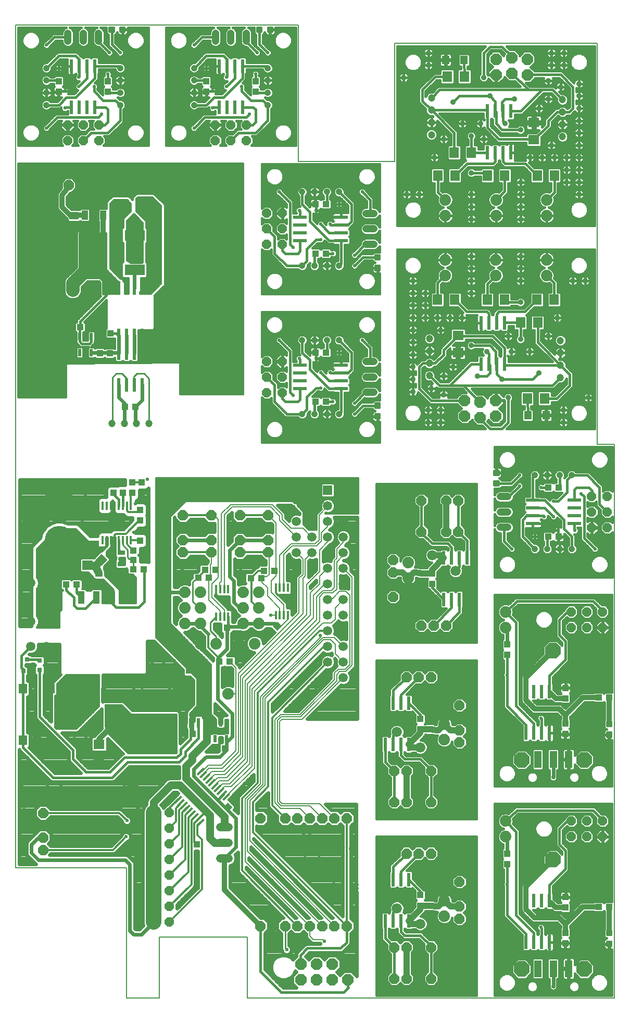
<source format=gtl>
G75*
G70*
%OFA0B0*%
%FSLAX24Y24*%
%IPPOS*%
%LPD*%
%AMOC8*
5,1,8,0,0,1.08239X$1,22.5*
%
%ADD10C,0.0079*%
%ADD11R,0.0591X0.0591*%
%ADD12C,0.0660*%
%ADD13C,0.0591*%
%ADD14R,0.0140X0.0580*%
%ADD15R,0.1080X0.1080*%
%ADD16R,0.1102X0.1496*%
%ADD17R,0.0421X0.0819*%
%ADD18R,0.0580X0.0140*%
%ADD19R,0.0217X0.0472*%
%ADD20R,0.0240X0.0640*%
%ADD21R,0.1250X0.0730*%
%ADD22C,0.0540*%
%ADD23R,0.0433X0.0394*%
%ADD24R,0.0276X0.0276*%
%ADD25C,0.1890*%
%ADD26C,0.1770*%
%ADD27R,0.0630X0.0709*%
%ADD28R,0.0394X0.0433*%
%ADD29R,0.0472X0.0315*%
%ADD30R,0.0709X0.0630*%
%ADD31R,0.0551X0.0551*%
%ADD32R,0.0787X0.0472*%
%ADD33R,0.0315X0.0315*%
%ADD34R,0.0551X0.0630*%
%ADD35OC8,0.0600*%
%ADD36OC8,0.0660*%
%ADD37R,0.0945X0.0709*%
%ADD38R,0.0748X0.1634*%
%ADD39R,0.0177X0.0560*%
%ADD40OC8,0.0740*%
%ADD41C,0.0740*%
%ADD42R,0.0236X0.0866*%
%ADD43C,0.0472*%
%ADD44R,0.1260X0.0709*%
%ADD45R,0.0512X0.0591*%
%ADD46R,0.1634X0.0748*%
%ADD47R,0.0394X0.0591*%
%ADD48R,0.0394X0.0787*%
%ADD49C,0.0866*%
%ADD50R,0.0591X0.0512*%
%ADD51R,0.0240X0.0870*%
%ADD52R,0.0870X0.0240*%
%ADD53C,0.0413*%
%ADD54C,0.0118*%
%ADD55C,0.0480*%
%ADD56OC8,0.1000*%
%ADD57R,0.0472X0.1102*%
%ADD58R,0.0472X0.0551*%
%ADD59C,0.0160*%
%ADD60C,0.0500*%
%ADD61C,0.0100*%
%ADD62C,0.0240*%
%ADD63C,0.0063*%
%ADD64C,0.0320*%
%ADD65C,0.0120*%
%ADD66C,0.1000*%
%ADD67C,0.0217*%
%ADD68C,0.0236*%
%ADD69C,0.1654*%
%ADD70C,0.0860*%
%ADD71C,0.0400*%
%ADD72C,0.0354*%
D10*
X001457Y011523D02*
X001457Y065460D01*
X019568Y065460D01*
X019568Y056719D01*
X025709Y056719D01*
X025709Y064279D01*
X038702Y064279D01*
X038702Y038609D01*
X039804Y038609D01*
X039804Y003176D01*
X016300Y003176D01*
X016300Y007074D01*
X010670Y007074D01*
X010670Y003176D01*
X008544Y003176D01*
X008544Y011523D01*
X001457Y011523D01*
D11*
X021438Y035676D03*
D12*
X022438Y035676D03*
X022438Y033676D03*
X020438Y033676D03*
X024869Y033308D03*
X025263Y034983D03*
X025816Y034180D03*
X026119Y035521D03*
X026119Y032521D03*
X027263Y031914D03*
X028119Y031521D03*
X029619Y030521D03*
X030619Y029521D03*
X027869Y028271D03*
X027513Y029021D03*
X026119Y026861D03*
X025459Y027521D03*
X025066Y026468D03*
X027621Y022468D03*
X027977Y021718D03*
X029371Y023877D03*
X030030Y023218D03*
X030424Y024271D03*
X028227Y018824D03*
X027371Y019218D03*
X025871Y020218D03*
X024871Y021218D03*
X029371Y018218D03*
X029674Y016558D03*
X030227Y015755D03*
X029371Y015218D03*
X030424Y012979D03*
X030030Y011926D03*
X029371Y012586D03*
X027977Y010426D03*
X027621Y011176D03*
X025871Y008926D03*
X024871Y009926D03*
X027371Y007926D03*
X028227Y007532D03*
X029371Y006926D03*
X030621Y006139D03*
X029674Y005267D03*
X030227Y004464D03*
X029371Y003926D03*
X030621Y017430D03*
D13*
X022438Y023676D03*
X022438Y024676D03*
X022438Y025676D03*
X022438Y026676D03*
X022438Y027676D03*
X022438Y028676D03*
X022438Y029676D03*
X022438Y030676D03*
X022438Y031676D03*
X022438Y032676D03*
X021438Y032676D03*
X021438Y033676D03*
X021438Y034676D03*
X022438Y034676D03*
X020438Y032676D03*
X020438Y031676D03*
X020438Y030676D03*
X019438Y030676D03*
X019438Y031676D03*
X019438Y032676D03*
X019438Y033676D03*
X021438Y031676D03*
X021438Y030676D03*
X021438Y029676D03*
X021438Y028676D03*
X021438Y027676D03*
X021438Y026676D03*
X021438Y025676D03*
X021438Y024676D03*
X021438Y023676D03*
X005119Y047487D03*
X005119Y048471D03*
X008578Y053845D03*
X009562Y053845D03*
X003406Y029737D03*
X002422Y029737D03*
X002422Y027277D03*
X003406Y027277D03*
X003438Y025676D03*
X002438Y025676D03*
D14*
X007034Y032466D03*
X007294Y032466D03*
X007554Y032466D03*
X007804Y032466D03*
X008064Y032466D03*
X008314Y032466D03*
X008574Y032466D03*
X008834Y032466D03*
X008834Y034686D03*
X008574Y034686D03*
X008314Y034686D03*
X008064Y034686D03*
X007804Y034686D03*
X007554Y034686D03*
X007294Y034686D03*
X007034Y034686D03*
D15*
X007934Y033576D03*
D16*
X007704Y021229D03*
X004790Y021229D03*
D17*
X005654Y023481D03*
X006635Y023481D03*
X007615Y023481D03*
X008595Y023481D03*
X008595Y028820D03*
X007615Y028820D03*
X006635Y028820D03*
X005654Y028820D03*
D18*
G36*
X013050Y017522D02*
X013459Y017931D01*
X013558Y017832D01*
X013149Y017423D01*
X013050Y017522D01*
G37*
G36*
X013227Y017345D02*
X013636Y017754D01*
X013735Y017655D01*
X013326Y017246D01*
X013227Y017345D01*
G37*
G36*
X013411Y017161D02*
X013820Y017570D01*
X013919Y017471D01*
X013510Y017062D01*
X013411Y017161D01*
G37*
G36*
X013594Y016977D02*
X014003Y017386D01*
X014102Y017287D01*
X013693Y016878D01*
X013594Y016977D01*
G37*
G36*
X013771Y016800D02*
X014180Y017209D01*
X014279Y017110D01*
X013870Y016701D01*
X013771Y016800D01*
G37*
G36*
X013955Y016616D02*
X014364Y017025D01*
X014463Y016926D01*
X014054Y016517D01*
X013955Y016616D01*
G37*
G36*
X014132Y016440D02*
X014541Y016849D01*
X014640Y016750D01*
X014231Y016341D01*
X014132Y016440D01*
G37*
G36*
X014316Y016256D02*
X014725Y016665D01*
X014824Y016566D01*
X014415Y016157D01*
X014316Y016256D01*
G37*
G36*
X014499Y016072D02*
X014908Y016481D01*
X015007Y016382D01*
X014598Y015973D01*
X014499Y016072D01*
G37*
G36*
X014676Y015895D02*
X015085Y016304D01*
X015184Y016205D01*
X014775Y015796D01*
X014676Y015895D01*
G37*
G36*
X013050Y014269D02*
X013459Y014678D01*
X013558Y014579D01*
X013149Y014170D01*
X013050Y014269D01*
G37*
G36*
X012873Y014446D02*
X013282Y014855D01*
X013381Y014756D01*
X012972Y014347D01*
X012873Y014446D01*
G37*
G36*
X012689Y014629D02*
X013098Y015038D01*
X013197Y014939D01*
X012788Y014530D01*
X012689Y014629D01*
G37*
G36*
X012505Y014813D02*
X012914Y015222D01*
X013013Y015123D01*
X012604Y014714D01*
X012505Y014813D01*
G37*
G36*
X012329Y014990D02*
X012738Y015399D01*
X012837Y015300D01*
X012428Y014891D01*
X012329Y014990D01*
G37*
G36*
X012145Y015174D02*
X012554Y015583D01*
X012653Y015484D01*
X012244Y015075D01*
X012145Y015174D01*
G37*
G36*
X011968Y015351D02*
X012377Y015760D01*
X012476Y015661D01*
X012067Y015252D01*
X011968Y015351D01*
G37*
G36*
X011784Y015535D02*
X012193Y015944D01*
X012292Y015845D01*
X011883Y015436D01*
X011784Y015535D01*
G37*
G36*
X011600Y015718D02*
X012009Y016127D01*
X012108Y016028D01*
X011699Y015619D01*
X011600Y015718D01*
G37*
G36*
X011424Y015895D02*
X011833Y016304D01*
X011932Y016205D01*
X011523Y015796D01*
X011424Y015895D01*
G37*
D19*
X014217Y019769D03*
X014217Y020792D03*
X014591Y020792D03*
X014965Y020792D03*
X014965Y019769D03*
X006306Y044473D03*
X005558Y044473D03*
X005558Y045497D03*
X005932Y045497D03*
X006306Y045497D03*
D20*
X011168Y020782D03*
X011668Y020782D03*
X012168Y020782D03*
X012668Y020782D03*
X013168Y020782D03*
D21*
X012168Y023252D03*
D22*
X014554Y014103D02*
X015094Y014103D01*
X015094Y013103D02*
X014554Y013103D01*
X014554Y012103D02*
X015094Y012103D01*
D23*
G36*
X014738Y015364D02*
X015043Y015669D01*
X015322Y015390D01*
X015017Y015085D01*
X014738Y015364D01*
G37*
G36*
X015211Y015837D02*
X015516Y016142D01*
X015795Y015863D01*
X015490Y015558D01*
X015211Y015837D01*
G37*
X014863Y019156D03*
X014194Y019156D03*
X012796Y020092D03*
X012127Y020092D03*
X014501Y024716D03*
X015170Y024716D03*
X014983Y026885D03*
X014314Y026885D03*
X013815Y030061D03*
X013589Y030590D03*
X014258Y030590D03*
X013146Y030061D03*
X016521Y030041D03*
X017190Y030041D03*
X017357Y030520D03*
X018027Y030520D03*
G36*
X017920Y026963D02*
X018225Y027268D01*
X018504Y026989D01*
X018199Y026684D01*
X017920Y026963D01*
G37*
G36*
X017447Y026490D02*
X017752Y026795D01*
X018031Y026516D01*
X017726Y026211D01*
X017447Y026490D01*
G37*
X009646Y030623D03*
X009646Y031214D03*
X009646Y031804D03*
X008977Y031804D03*
X008977Y031214D03*
X008977Y030623D03*
X005365Y029639D03*
X004696Y029639D03*
X008455Y041021D03*
X009125Y041021D03*
X007534Y045727D03*
X006865Y045727D03*
X006261Y046107D03*
X005591Y046107D03*
X020650Y044487D03*
X021320Y044487D03*
X021320Y041338D03*
X020650Y041338D03*
X020650Y050826D03*
X021320Y050826D03*
X021320Y053975D03*
X020650Y053975D03*
X035548Y035853D03*
X036217Y035853D03*
X036217Y032704D03*
X035548Y032704D03*
X038784Y022397D03*
X039454Y022397D03*
X039454Y009011D03*
X038784Y009011D03*
D24*
X002454Y024107D03*
X001942Y024107D03*
X002198Y024836D03*
D25*
X004241Y032443D03*
X015040Y042940D03*
D26*
X004231Y035325D03*
X002760Y033694D03*
D27*
X003072Y031607D03*
X001969Y031607D03*
X011566Y024275D03*
X012668Y024275D03*
X028465Y047865D03*
X029568Y047865D03*
X031646Y047865D03*
X032749Y047865D03*
X033776Y046397D03*
X034879Y046397D03*
X034828Y047865D03*
X035930Y047865D03*
X035322Y041534D03*
X034219Y041534D03*
X034843Y055810D03*
X035946Y055810D03*
X032765Y055810D03*
X031662Y055810D03*
X030635Y057279D03*
X029532Y057279D03*
X029583Y055810D03*
X028481Y055810D03*
X029089Y062141D03*
X030192Y062141D03*
D28*
X016812Y061842D03*
X016812Y061172D03*
X013662Y061172D03*
X013662Y061842D03*
X007363Y061842D03*
X007363Y061172D03*
X004213Y061172D03*
X004213Y061842D03*
X006841Y045117D03*
X006841Y044448D03*
X007479Y044434D03*
X007479Y045103D03*
X007739Y036166D03*
X007739Y035497D03*
X008328Y035505D03*
X008918Y035505D03*
X008918Y036174D03*
X008328Y036174D03*
X009509Y036174D03*
X009509Y035505D03*
X009410Y034403D03*
X009410Y033733D03*
X009410Y033123D03*
X009410Y032454D03*
X019152Y034513D03*
X019152Y035182D03*
X027371Y021052D03*
X027371Y020383D03*
X027977Y020383D03*
X027977Y021052D03*
X032910Y025141D03*
X032910Y025810D03*
X036658Y023019D03*
X036658Y022349D03*
X036650Y020739D03*
X036650Y020070D03*
X032910Y012424D03*
X032910Y011755D03*
X036658Y009633D03*
X036658Y008964D03*
X036650Y007353D03*
X036650Y006684D03*
X027977Y009092D03*
X027977Y009761D03*
X027371Y009761D03*
X027371Y009092D03*
X027513Y029686D03*
X028119Y029686D03*
X028119Y030355D03*
X027513Y030355D03*
X013052Y012995D03*
X013052Y012326D03*
D29*
X006802Y029580D03*
X006802Y030288D03*
X008229Y030958D03*
X008229Y031666D03*
D30*
X006457Y032139D03*
X006457Y033241D03*
X006064Y030879D03*
X006064Y029777D03*
X006804Y019420D03*
X006804Y018318D03*
X029780Y044477D03*
X029780Y045580D03*
X034631Y058095D03*
X034631Y059198D03*
D31*
G36*
X008012Y029781D02*
X007624Y030169D01*
X008012Y030557D01*
X008400Y030169D01*
X008012Y029781D01*
G37*
G36*
X006954Y030839D02*
X006566Y031227D01*
X006954Y031615D01*
X007342Y031227D01*
X006954Y030839D01*
G37*
D32*
X008967Y022149D03*
X008967Y020889D03*
X010148Y020889D03*
X010148Y022149D03*
D33*
X002995Y024176D03*
X002995Y024767D03*
D34*
X003702Y022975D03*
X003702Y019668D03*
X002816Y019668D03*
X001930Y019668D03*
X001930Y022975D03*
D35*
X009288Y015029D03*
X009288Y014029D03*
X009288Y013029D03*
X009288Y012029D03*
X009288Y011029D03*
X009288Y010029D03*
X009288Y009029D03*
X009288Y008029D03*
X010288Y008029D03*
X010288Y009029D03*
X010288Y010029D03*
X010288Y011029D03*
X010288Y012029D03*
X010288Y013029D03*
X010288Y014029D03*
X010288Y015029D03*
X011288Y015029D03*
X011288Y014029D03*
X011288Y013029D03*
X011288Y012029D03*
X011288Y011029D03*
X011288Y010029D03*
X011288Y009029D03*
X011288Y008029D03*
X017532Y041912D03*
X017532Y042912D03*
X017532Y043912D03*
X018532Y043912D03*
X018532Y042912D03*
X018532Y041912D03*
X018532Y051401D03*
X018532Y052401D03*
X018532Y053401D03*
X017532Y053401D03*
X017532Y052401D03*
X017532Y051401D03*
X016237Y058054D03*
X015237Y058054D03*
X015237Y059054D03*
X016237Y059054D03*
X014237Y059054D03*
X014237Y058054D03*
X006788Y058054D03*
X005788Y058054D03*
X005788Y059054D03*
X006788Y059054D03*
X004788Y059054D03*
X004788Y058054D03*
X037032Y027889D03*
X037032Y026889D03*
X038032Y026889D03*
X038032Y027889D03*
X039032Y027889D03*
X039032Y026889D03*
X039335Y033279D03*
X039335Y034279D03*
X039335Y035279D03*
X038335Y035279D03*
X038335Y034279D03*
X038335Y033279D03*
X038032Y014503D03*
X037032Y014503D03*
X037032Y013503D03*
X038032Y013503D03*
X039032Y013503D03*
X039032Y014503D03*
D36*
X029871Y010607D03*
X029871Y009820D03*
X029871Y009032D03*
X029871Y008245D03*
X028052Y006426D03*
X027265Y006426D03*
X026477Y006426D03*
X025690Y006426D03*
X025690Y004426D03*
X026477Y004426D03*
X027265Y004426D03*
X028052Y004426D03*
X028052Y012426D03*
X027265Y012426D03*
X026477Y012426D03*
X025690Y012426D03*
X025690Y015718D03*
X026477Y015718D03*
X027265Y015718D03*
X028052Y015718D03*
X028052Y017718D03*
X027265Y017718D03*
X026477Y017718D03*
X025690Y017718D03*
X022648Y014678D03*
X021861Y014678D03*
X021074Y014678D03*
X020286Y014678D03*
X019499Y014678D03*
X018711Y014678D03*
X017924Y014678D03*
X017137Y014678D03*
X017137Y007788D03*
X017924Y007788D03*
X018711Y007788D03*
X019499Y007788D03*
X020286Y007788D03*
X021074Y007788D03*
X021861Y007788D03*
X022648Y007788D03*
X029871Y019536D03*
X029871Y020324D03*
X029871Y021111D03*
X029871Y021899D03*
X028052Y023718D03*
X027265Y023718D03*
X026477Y023718D03*
X025690Y023718D03*
X027438Y027021D03*
X028225Y027021D03*
X029013Y027021D03*
X029800Y027021D03*
X029800Y033021D03*
X029013Y033021D03*
X028225Y033021D03*
X027438Y033021D03*
X027438Y035021D03*
X028225Y035021D03*
X029013Y035021D03*
X029800Y035021D03*
X025619Y031202D03*
X025619Y030414D03*
X025619Y029627D03*
X025619Y028840D03*
X017629Y031706D03*
X017629Y032493D03*
X017629Y033281D03*
X017629Y034068D03*
X015808Y034068D03*
X015808Y033281D03*
X015808Y032493D03*
X015808Y031706D03*
X013987Y031706D03*
X013987Y032493D03*
X013987Y033281D03*
X013987Y034068D03*
X012166Y034068D03*
X012166Y033281D03*
X012166Y032493D03*
X012166Y031706D03*
X003209Y015023D03*
X003209Y014235D03*
X003209Y013448D03*
X003209Y012660D03*
X004853Y055194D03*
X004853Y055981D03*
D37*
X011280Y019265D03*
X011280Y017670D03*
D38*
X008967Y016893D03*
X008967Y019649D03*
D39*
X014300Y027589D03*
X014556Y027589D03*
X014812Y027589D03*
X015067Y027589D03*
X015067Y029329D03*
X014812Y029329D03*
X014552Y029329D03*
X014300Y029329D03*
X018117Y029428D03*
X018369Y029428D03*
X018629Y029428D03*
X018885Y029428D03*
X018885Y027688D03*
X018629Y027688D03*
X018373Y027688D03*
X018117Y027688D03*
D40*
X030198Y040418D03*
X030198Y041418D03*
X031198Y041318D03*
X031198Y040318D03*
X032198Y040418D03*
X032198Y041418D03*
X032213Y062257D03*
X032213Y063257D03*
X033213Y063357D03*
X033213Y062357D03*
X034213Y062257D03*
X034213Y063257D03*
X022721Y005336D03*
X022721Y004336D03*
X021721Y004336D03*
X021721Y005336D03*
X020721Y005336D03*
X020721Y004336D03*
X019721Y004336D03*
X019721Y005336D03*
D41*
X028898Y008414D03*
X028898Y009414D03*
X028898Y010414D03*
X032816Y013503D03*
X032816Y014503D03*
X028898Y019706D03*
X028898Y020706D03*
X028898Y021706D03*
X032816Y026889D03*
X032816Y027889D03*
X026591Y029032D03*
X026591Y030032D03*
X026591Y031032D03*
X017038Y029147D03*
X016038Y029147D03*
X016038Y028147D03*
X016038Y027147D03*
X017038Y027147D03*
X017038Y028147D03*
X016759Y025849D03*
X015759Y025849D03*
X014298Y025849D03*
X013298Y025849D03*
X013298Y027147D03*
X013298Y028147D03*
X013298Y029147D03*
X012298Y029147D03*
X012298Y028147D03*
X012298Y027147D03*
X015070Y023635D03*
X015070Y022635D03*
X028954Y049418D03*
X028954Y050418D03*
X028969Y053257D03*
X028969Y054257D03*
X032213Y054257D03*
X032213Y053257D03*
X032198Y050418D03*
X032198Y049418D03*
X035442Y049418D03*
X035442Y050418D03*
X035457Y053257D03*
X035457Y054257D03*
D42*
X009560Y048605D03*
X009060Y048605D03*
X008560Y048605D03*
X008060Y048605D03*
X008060Y045574D03*
X008560Y045574D03*
X009060Y045574D03*
X009560Y045574D03*
X009558Y044452D03*
X009058Y044452D03*
X008558Y044452D03*
X008058Y044452D03*
X008058Y042405D03*
X008558Y042405D03*
X009058Y042405D03*
X009558Y042405D03*
D43*
X009202Y039928D03*
X009989Y039928D03*
X008414Y039928D03*
X007627Y039928D03*
X027950Y043011D03*
X027950Y043798D03*
X027950Y044586D03*
X027950Y045373D03*
X036335Y045255D03*
X036335Y044468D03*
X036335Y043680D03*
X036335Y042893D03*
X036461Y058302D03*
X036461Y059090D03*
X036461Y059877D03*
X036461Y060664D03*
X028076Y060782D03*
X028076Y059995D03*
X028076Y059208D03*
X028076Y058420D03*
D44*
X009076Y051969D03*
X009076Y049765D03*
D45*
X007278Y048536D03*
X006530Y048536D03*
D46*
X006485Y051141D03*
X003729Y051141D03*
D47*
X005887Y053282D03*
X007067Y053282D03*
D48*
X006477Y053382D03*
D49*
X006477Y054137D02*
X006477Y054727D01*
D50*
X005198Y053993D03*
X005198Y053245D03*
D51*
X005038Y060177D03*
X005538Y060177D03*
X006038Y060177D03*
X006538Y060177D03*
X006538Y062827D03*
X006038Y062827D03*
X005538Y062827D03*
X005038Y062827D03*
X014487Y062827D03*
X014987Y062827D03*
X015487Y062827D03*
X015987Y062827D03*
X015987Y060177D03*
X015487Y060177D03*
X014987Y060177D03*
X014487Y060177D03*
X031251Y046392D03*
X031751Y046392D03*
X032251Y046392D03*
X032751Y046392D03*
X032751Y043742D03*
X032251Y043742D03*
X031751Y043742D03*
X031251Y043742D03*
X030369Y031341D03*
X029869Y031341D03*
X029369Y031341D03*
X028869Y031341D03*
X028869Y028691D03*
X029369Y028691D03*
X029869Y028691D03*
X030369Y028691D03*
X034137Y022782D03*
X034637Y022782D03*
X035137Y022782D03*
X035637Y022782D03*
X035637Y020132D03*
X035137Y020132D03*
X034637Y020132D03*
X034137Y020132D03*
X034137Y009396D03*
X034637Y009396D03*
X035137Y009396D03*
X035637Y009396D03*
X035637Y006746D03*
X035137Y006746D03*
X034637Y006746D03*
X034137Y006746D03*
X026621Y008106D03*
X026121Y008106D03*
X025621Y008106D03*
X025121Y008106D03*
X025121Y010756D03*
X025621Y010756D03*
X026121Y010756D03*
X026621Y010756D03*
X026621Y019398D03*
X026121Y019398D03*
X025621Y019398D03*
X025121Y019398D03*
X025121Y022048D03*
X025621Y022048D03*
X026121Y022048D03*
X026621Y022048D03*
X031660Y057283D03*
X032160Y057283D03*
X032660Y057283D03*
X033160Y057283D03*
X033160Y059933D03*
X032660Y059933D03*
X032160Y059933D03*
X031660Y059933D03*
D52*
X022305Y053151D03*
X022305Y052651D03*
X022305Y052151D03*
X022305Y051651D03*
X019655Y051651D03*
X019655Y052151D03*
X019655Y052651D03*
X019655Y053151D03*
X019655Y043662D03*
X019655Y043162D03*
X019655Y042662D03*
X019655Y042162D03*
X022305Y042162D03*
X022305Y042662D03*
X022305Y043162D03*
X022305Y043662D03*
X034563Y035029D03*
X034563Y034529D03*
X034563Y034029D03*
X034563Y033529D03*
X037213Y033529D03*
X037213Y034029D03*
X037213Y034529D03*
X037213Y035029D03*
D53*
X037064Y036641D03*
X036276Y036641D03*
X035489Y036641D03*
X034702Y036641D03*
X034702Y031916D03*
X035489Y031916D03*
X036276Y031916D03*
X037064Y031916D03*
X022166Y040550D03*
X021379Y040550D03*
X020591Y040550D03*
X019804Y040550D03*
X019804Y045275D03*
X020591Y045275D03*
X021379Y045275D03*
X022166Y045275D03*
X022166Y050038D03*
X021379Y050038D03*
X020591Y050038D03*
X019804Y050038D03*
X019804Y054763D03*
X020591Y054763D03*
X021379Y054763D03*
X022166Y054763D03*
X017599Y060326D03*
X017599Y061113D03*
X017599Y061901D03*
X017599Y062688D03*
X012875Y062688D03*
X012875Y061901D03*
X012875Y061113D03*
X012875Y060326D03*
X008150Y060326D03*
X008150Y061113D03*
X008150Y061901D03*
X008150Y062688D03*
X003426Y062688D03*
X003426Y061901D03*
X003426Y061113D03*
X003426Y060326D03*
D54*
X007746Y065011D02*
X007746Y065287D01*
X007746Y065011D02*
X007470Y065011D01*
X007470Y065287D01*
X007746Y065287D01*
X007746Y065128D02*
X007470Y065128D01*
X007470Y065245D02*
X007746Y065245D01*
X008437Y065287D02*
X008437Y065011D01*
X008161Y065011D01*
X008161Y065287D01*
X008437Y065287D01*
X008437Y065128D02*
X008161Y065128D01*
X008161Y065245D02*
X008437Y065245D01*
X017195Y065287D02*
X017195Y065011D01*
X016919Y065011D01*
X016919Y065287D01*
X017195Y065287D01*
X017195Y065128D02*
X016919Y065128D01*
X016919Y065245D02*
X017195Y065245D01*
X017886Y065287D02*
X017886Y065011D01*
X017610Y065011D01*
X017610Y065287D01*
X017886Y065287D01*
X017886Y065128D02*
X017610Y065128D01*
X017610Y065245D02*
X017886Y065245D01*
X024489Y050443D02*
X024765Y050443D01*
X024489Y050443D02*
X024489Y050719D01*
X024765Y050719D01*
X024765Y050443D01*
X024765Y050560D02*
X024489Y050560D01*
X024489Y050677D02*
X024765Y050677D01*
X024765Y049752D02*
X024489Y049752D01*
X024489Y050028D01*
X024765Y050028D01*
X024765Y049752D01*
X024765Y049869D02*
X024489Y049869D01*
X024489Y049986D02*
X024765Y049986D01*
X024765Y040954D02*
X024489Y040954D01*
X024489Y041230D01*
X024765Y041230D01*
X024765Y040954D01*
X024765Y041071D02*
X024489Y041071D01*
X024489Y041188D02*
X024765Y041188D01*
X024765Y040264D02*
X024489Y040264D01*
X024489Y040540D01*
X024765Y040540D01*
X024765Y040264D01*
X024765Y040381D02*
X024489Y040381D01*
X024489Y040498D02*
X024765Y040498D01*
X032103Y036927D02*
X032379Y036927D01*
X032379Y036651D01*
X032103Y036651D01*
X032103Y036927D01*
X032103Y036768D02*
X032379Y036768D01*
X032379Y036885D02*
X032103Y036885D01*
X032103Y036237D02*
X032379Y036237D01*
X032379Y035961D01*
X032103Y035961D01*
X032103Y036237D01*
X032103Y036078D02*
X032379Y036078D01*
X032379Y036195D02*
X032103Y036195D01*
X039319Y020580D02*
X039595Y020580D01*
X039319Y020580D02*
X039319Y020856D01*
X039595Y020856D01*
X039595Y020580D01*
X039595Y020697D02*
X039319Y020697D01*
X039319Y020814D02*
X039595Y020814D01*
X039595Y019890D02*
X039319Y019890D01*
X039319Y020166D01*
X039595Y020166D01*
X039595Y019890D01*
X039595Y020007D02*
X039319Y020007D01*
X039319Y020124D02*
X039595Y020124D01*
X039595Y007194D02*
X039319Y007194D01*
X039319Y007470D01*
X039595Y007470D01*
X039595Y007194D01*
X039595Y007311D02*
X039319Y007311D01*
X039319Y007428D02*
X039595Y007428D01*
X039595Y006504D02*
X039319Y006504D01*
X039319Y006780D01*
X039595Y006780D01*
X039595Y006504D01*
X039595Y006621D02*
X039319Y006621D01*
X039319Y006738D02*
X039595Y006738D01*
D55*
X032963Y033295D02*
X032483Y033295D01*
X032483Y034279D02*
X032963Y034279D01*
X032963Y035263D02*
X032483Y035263D01*
X024385Y041928D02*
X023905Y041928D01*
X023905Y042912D02*
X024385Y042912D01*
X024385Y043896D02*
X023905Y043896D01*
X023905Y051416D02*
X024385Y051416D01*
X024385Y052400D02*
X023905Y052400D01*
X023905Y053384D02*
X024385Y053384D01*
X016222Y064427D02*
X016222Y064907D01*
X015237Y064907D02*
X015237Y064427D01*
X014253Y064427D02*
X014253Y064907D01*
X006773Y064907D02*
X006773Y064427D01*
X005789Y064427D02*
X005789Y064907D01*
X004804Y064907D02*
X004804Y064427D01*
D56*
X033867Y018414D03*
X037867Y018414D03*
X035867Y012029D03*
X037867Y005029D03*
X033867Y005029D03*
X035867Y025414D03*
D57*
X035877Y018442D03*
X034892Y018442D03*
X036861Y018442D03*
X036861Y005056D03*
X035877Y005056D03*
X034892Y005056D03*
D58*
X035426Y040471D03*
X034245Y040471D03*
X030166Y063204D03*
X028985Y063204D03*
D59*
X028947Y063171D02*
X028027Y063171D01*
X028038Y063167D02*
X027977Y063192D01*
X027912Y063205D01*
X027879Y063205D01*
X027879Y062869D01*
X027879Y062869D01*
X028215Y062869D01*
X028215Y062836D01*
X028202Y062771D01*
X028176Y062710D01*
X028140Y062655D01*
X028093Y062608D01*
X028038Y062571D01*
X027977Y062546D01*
X027912Y062533D01*
X027879Y062533D01*
X027879Y062869D01*
X028215Y062869D01*
X028215Y062902D01*
X028202Y062967D01*
X028176Y063028D01*
X028140Y063083D01*
X028093Y063130D01*
X028038Y063167D01*
X027879Y063171D02*
X027879Y063171D01*
X027879Y063205D02*
X027846Y063205D01*
X027781Y063192D01*
X027720Y063167D01*
X027665Y063130D01*
X027618Y063083D01*
X027581Y063028D01*
X027556Y062967D01*
X027543Y062902D01*
X027543Y062869D01*
X027543Y062836D01*
X027556Y062771D01*
X027581Y062710D01*
X027618Y062655D01*
X027665Y062608D01*
X027720Y062571D01*
X027781Y062546D01*
X027846Y062533D01*
X027879Y062533D01*
X027879Y062869D01*
X027879Y062869D01*
X027879Y062869D01*
X027543Y062869D01*
X027879Y062869D01*
X027879Y062869D01*
X027879Y063205D01*
X027879Y063321D02*
X027912Y063321D01*
X027977Y063333D01*
X028038Y063359D01*
X028093Y063396D01*
X028140Y063442D01*
X028176Y063497D01*
X028202Y063559D01*
X028215Y063623D01*
X028215Y063656D01*
X027879Y063656D01*
X027879Y063321D01*
X027879Y063656D01*
X027879Y063656D01*
X027879Y063657D01*
X027879Y063657D01*
X027879Y063992D01*
X027912Y063992D01*
X027977Y063979D01*
X028038Y063954D01*
X028093Y063917D01*
X028140Y063871D01*
X028176Y063816D01*
X028202Y063754D01*
X028215Y063690D01*
X028215Y063657D01*
X027879Y063657D01*
X027879Y063992D01*
X027846Y063992D01*
X027781Y063979D01*
X027720Y063954D01*
X027665Y063917D01*
X027618Y063871D01*
X027581Y063816D01*
X027556Y063754D01*
X027543Y063690D01*
X027543Y063657D01*
X027879Y063657D01*
X027879Y063656D01*
X027543Y063656D01*
X027543Y063623D01*
X027556Y063559D01*
X027581Y063497D01*
X027618Y063442D01*
X027665Y063396D01*
X027720Y063359D01*
X027781Y063333D01*
X027846Y063321D01*
X027879Y063321D01*
X027879Y063330D02*
X027879Y063330D01*
X027958Y063330D02*
X028590Y063330D01*
X028590Y063242D02*
X028947Y063242D01*
X028947Y063638D01*
X028728Y063638D01*
X028688Y063627D01*
X028651Y063606D01*
X028622Y063577D01*
X028601Y063541D01*
X028590Y063500D01*
X028590Y063242D01*
X028590Y063166D02*
X028590Y062907D01*
X028601Y062867D01*
X028622Y062831D01*
X028651Y062801D01*
X028688Y062780D01*
X028728Y062769D01*
X028947Y062769D01*
X028947Y063166D01*
X028590Y063166D01*
X028590Y063013D02*
X028183Y063013D01*
X028215Y062854D02*
X028608Y062854D01*
X028717Y062634D02*
X028635Y062553D01*
X028635Y062360D01*
X028241Y062360D01*
X027394Y061513D01*
X027266Y061385D01*
X027266Y060495D01*
X027700Y060061D01*
X027700Y059920D01*
X027757Y059783D01*
X027863Y059677D01*
X028001Y059620D01*
X028141Y059620D01*
X028169Y059592D01*
X028114Y059603D01*
X028076Y059603D01*
X028076Y059208D01*
X028471Y059208D01*
X028471Y059247D01*
X028460Y059301D01*
X029313Y058448D01*
X029313Y057772D01*
X029160Y057772D01*
X029078Y057690D01*
X029078Y056867D01*
X029160Y056785D01*
X029905Y056785D01*
X029986Y056867D01*
X029986Y057690D01*
X029905Y057772D01*
X029751Y057772D01*
X029751Y058629D01*
X029623Y058757D01*
X028604Y059776D01*
X031401Y059776D01*
X031401Y059441D01*
X031441Y059401D01*
X031441Y059388D01*
X031439Y059390D01*
X031384Y059427D01*
X031323Y059452D01*
X031258Y059465D01*
X031225Y059465D01*
X031192Y059465D01*
X031127Y059452D01*
X031066Y059427D01*
X031011Y059390D01*
X030964Y059343D01*
X030927Y059288D01*
X030902Y059227D01*
X030889Y059162D01*
X030889Y059129D01*
X031225Y059129D01*
X031225Y059129D01*
X031225Y059465D01*
X031225Y059129D01*
X031225Y059129D01*
X030889Y059129D01*
X030889Y059096D01*
X030902Y059031D01*
X030927Y058970D01*
X030964Y058915D01*
X031011Y058868D01*
X031066Y058831D01*
X031127Y058806D01*
X031192Y058793D01*
X031225Y058793D01*
X031225Y059129D01*
X031225Y059129D01*
X031225Y058793D01*
X031258Y058793D01*
X031323Y058806D01*
X031384Y058831D01*
X031439Y058868D01*
X031441Y058870D01*
X031441Y058800D01*
X032187Y058054D01*
X032316Y057926D01*
X034137Y057926D01*
X034137Y057723D01*
X034219Y057641D01*
X035043Y057641D01*
X035124Y057723D01*
X035124Y058279D01*
X035775Y058930D01*
X035775Y059235D01*
X036174Y059634D01*
X036249Y059559D01*
X036387Y059502D01*
X036536Y059502D01*
X036674Y059559D01*
X036773Y059658D01*
X036985Y059658D01*
X037221Y059894D01*
X037249Y059921D01*
X037263Y059899D01*
X037310Y059852D01*
X037365Y059816D01*
X037426Y059790D01*
X037491Y059777D01*
X037524Y059777D01*
X037524Y060113D01*
X037524Y060113D01*
X037524Y060449D01*
X037491Y060449D01*
X037426Y060436D01*
X037365Y060411D01*
X037350Y060400D01*
X037350Y060613D01*
X037365Y060603D01*
X037426Y060578D01*
X037491Y060565D01*
X037524Y060565D01*
X037524Y060901D01*
X037524Y061236D01*
X037491Y061236D01*
X037426Y061224D01*
X037365Y061198D01*
X037350Y061188D01*
X037350Y061401D01*
X037365Y061390D01*
X037426Y061365D01*
X037491Y061352D01*
X037524Y061352D01*
X037524Y061688D01*
X037524Y062024D01*
X037491Y062024D01*
X037426Y062011D01*
X037365Y061986D01*
X037310Y061949D01*
X037263Y061902D01*
X037227Y061847D01*
X037201Y061786D01*
X037192Y061739D01*
X036562Y062369D01*
X036434Y062498D01*
X034693Y062498D01*
X034433Y062757D01*
X034722Y063046D01*
X034722Y063468D01*
X034424Y063766D01*
X034002Y063766D01*
X033722Y063486D01*
X033722Y063568D01*
X033424Y063866D01*
X033097Y063866D01*
X032889Y064075D01*
X038523Y064075D01*
X038523Y052607D01*
X025892Y052607D01*
X025892Y064075D01*
X031530Y064075D01*
X031203Y063747D01*
X031203Y062310D01*
X031154Y062261D01*
X031106Y062145D01*
X031106Y062019D01*
X031154Y061903D01*
X031243Y061814D01*
X031359Y061765D01*
X031485Y061765D01*
X031601Y061814D01*
X031690Y061903D01*
X031728Y061994D01*
X031994Y061728D01*
X032193Y061728D01*
X032193Y062237D01*
X031700Y062237D01*
X031690Y062261D01*
X031641Y062310D01*
X031641Y063566D01*
X031906Y063831D01*
X032512Y063831D01*
X032740Y063603D01*
X032704Y063568D01*
X032704Y063486D01*
X032424Y063766D01*
X032002Y063766D01*
X031704Y063468D01*
X031704Y063046D01*
X031980Y062771D01*
X031685Y062476D01*
X031685Y062277D01*
X032193Y062277D01*
X032193Y062237D01*
X032233Y062237D01*
X032233Y061728D01*
X032432Y061728D01*
X032742Y062038D01*
X032742Y062108D01*
X033002Y061848D01*
X033413Y061848D01*
X033747Y061513D01*
X028497Y061513D01*
X028368Y061385D01*
X028141Y061158D01*
X028001Y061158D01*
X027863Y061101D01*
X027757Y060995D01*
X027704Y060866D01*
X027704Y061204D01*
X028422Y061922D01*
X028635Y061922D01*
X028635Y061729D01*
X028717Y061647D01*
X029462Y061647D01*
X029543Y061729D01*
X029543Y062553D01*
X029462Y062634D01*
X028717Y062634D01*
X028635Y062537D02*
X027932Y062537D01*
X027879Y062537D02*
X027879Y062537D01*
X027825Y062537D02*
X027113Y062537D01*
X027008Y062494D02*
X027219Y062581D01*
X027379Y062742D01*
X027467Y062952D01*
X027467Y063180D01*
X027379Y063390D01*
X027219Y063551D01*
X027008Y063638D01*
X026781Y063638D01*
X026570Y063551D01*
X026409Y063390D01*
X026322Y063180D01*
X026322Y062952D01*
X026409Y062742D01*
X026570Y062581D01*
X026781Y062494D01*
X027008Y062494D01*
X026676Y062537D02*
X025892Y062537D01*
X025892Y062379D02*
X026144Y062379D01*
X026145Y062379D02*
X026090Y062343D01*
X026043Y062296D01*
X026006Y062241D01*
X025981Y062180D01*
X025968Y062115D01*
X025968Y062082D01*
X026304Y062082D01*
X026304Y062082D01*
X026304Y062418D01*
X026337Y062418D01*
X026402Y062405D01*
X026463Y062379D01*
X026518Y062343D01*
X026565Y062296D01*
X026602Y062241D01*
X026627Y062180D01*
X026640Y062115D01*
X026640Y062082D01*
X026304Y062082D01*
X026304Y062418D01*
X026271Y062418D01*
X026206Y062405D01*
X026145Y062379D01*
X026304Y062379D02*
X026304Y062379D01*
X026304Y062220D02*
X026304Y062220D01*
X026304Y062082D02*
X026304Y062082D01*
X026304Y062082D01*
X026640Y062082D01*
X026640Y062049D01*
X026627Y061984D01*
X026602Y061923D01*
X026565Y061868D01*
X026518Y061821D01*
X026463Y061784D01*
X026402Y061759D01*
X026337Y061746D01*
X026304Y061746D01*
X026304Y062082D01*
X026304Y062082D01*
X025968Y062082D01*
X025968Y062049D01*
X025981Y061984D01*
X026006Y061923D01*
X026043Y061868D01*
X026090Y061821D01*
X026145Y061784D01*
X026206Y061759D01*
X026271Y061746D01*
X026304Y061746D01*
X026304Y062082D01*
X026304Y062062D02*
X026304Y062062D01*
X026304Y061903D02*
X026304Y061903D01*
X026589Y061903D02*
X027784Y061903D01*
X027626Y061745D02*
X025892Y061745D01*
X025892Y061903D02*
X026019Y061903D01*
X025968Y062062D02*
X025892Y062062D01*
X025892Y062220D02*
X025998Y062220D01*
X025892Y062696D02*
X026456Y062696D01*
X026363Y062854D02*
X025892Y062854D01*
X025892Y063013D02*
X026322Y063013D01*
X026322Y063171D02*
X025892Y063171D01*
X025892Y063330D02*
X026384Y063330D01*
X026508Y063488D02*
X025892Y063488D01*
X025892Y063647D02*
X027543Y063647D01*
X027577Y063805D02*
X025892Y063805D01*
X025892Y063964D02*
X027743Y063964D01*
X027879Y063964D02*
X027879Y063964D01*
X028015Y063964D02*
X031420Y063964D01*
X031261Y063805D02*
X028181Y063805D01*
X028215Y063647D02*
X031203Y063647D01*
X031203Y063488D02*
X030541Y063488D01*
X030541Y063537D02*
X030460Y063618D01*
X029872Y063618D01*
X029791Y063537D01*
X029791Y062871D01*
X029872Y062789D01*
X029957Y062789D01*
X029961Y062634D01*
X029819Y062634D01*
X029738Y062553D01*
X029738Y061729D01*
X029819Y061647D01*
X030564Y061647D01*
X030646Y061729D01*
X030646Y062553D01*
X030564Y062634D01*
X030399Y062634D01*
X030395Y062789D01*
X030460Y062789D01*
X030541Y062871D01*
X030541Y063537D01*
X030541Y063330D02*
X031203Y063330D01*
X031203Y063171D02*
X030541Y063171D01*
X030541Y063013D02*
X031203Y063013D01*
X031203Y062854D02*
X030525Y062854D01*
X030397Y062696D02*
X031203Y062696D01*
X031203Y062537D02*
X030646Y062537D01*
X030646Y062379D02*
X031203Y062379D01*
X031137Y062220D02*
X030646Y062220D01*
X030646Y062062D02*
X031106Y062062D01*
X031154Y061903D02*
X030646Y061903D01*
X030646Y061745D02*
X031978Y061745D01*
X032193Y061745D02*
X032233Y061745D01*
X032233Y061903D02*
X032193Y061903D01*
X032193Y062062D02*
X032233Y062062D01*
X032233Y062220D02*
X032193Y062220D01*
X031819Y061903D02*
X031690Y061903D01*
X031422Y062082D02*
X031422Y063656D01*
X031816Y064050D01*
X032603Y064050D01*
X033213Y063440D01*
X033213Y063357D01*
X033643Y063647D02*
X033883Y063647D01*
X033725Y063488D02*
X033722Y063488D01*
X033485Y063805D02*
X035451Y063805D01*
X035455Y063816D02*
X035430Y063754D01*
X035417Y063690D01*
X035417Y063657D01*
X035753Y063657D01*
X035753Y063657D01*
X035753Y063992D01*
X035786Y063992D01*
X035851Y063979D01*
X035912Y063954D01*
X035967Y063917D01*
X036014Y063871D01*
X036050Y063816D01*
X036076Y063754D01*
X036089Y063690D01*
X036089Y063657D01*
X035753Y063657D01*
X035753Y063656D01*
X035753Y063321D01*
X035786Y063321D01*
X035851Y063333D01*
X035912Y063359D01*
X035967Y063396D01*
X036014Y063442D01*
X036050Y063497D01*
X036076Y063559D01*
X036089Y063623D01*
X036089Y063656D01*
X035753Y063656D01*
X035753Y063656D01*
X035753Y063321D01*
X035720Y063321D01*
X035655Y063333D01*
X035594Y063359D01*
X035539Y063396D01*
X035492Y063442D01*
X035455Y063497D01*
X035430Y063559D01*
X035417Y063623D01*
X035417Y063656D01*
X035753Y063656D01*
X035753Y063657D01*
X035753Y063992D01*
X035720Y063992D01*
X035655Y063979D01*
X035594Y063954D01*
X035539Y063917D01*
X035492Y063871D01*
X035455Y063816D01*
X035417Y063647D02*
X034543Y063647D01*
X034702Y063488D02*
X035461Y063488D01*
X035673Y063330D02*
X034722Y063330D01*
X034722Y063171D02*
X035605Y063171D01*
X035594Y063167D02*
X035539Y063130D01*
X035492Y063083D01*
X035455Y063028D01*
X035430Y062967D01*
X035417Y062902D01*
X035417Y062869D01*
X035417Y062836D01*
X035430Y062771D01*
X035455Y062710D01*
X035492Y062655D01*
X035539Y062608D01*
X035594Y062571D01*
X035655Y062546D01*
X035720Y062533D01*
X035753Y062533D01*
X035786Y062533D01*
X035851Y062546D01*
X035912Y062571D01*
X035967Y062608D01*
X036014Y062655D01*
X036050Y062710D01*
X036076Y062771D01*
X036089Y062836D01*
X036089Y062869D01*
X035753Y062869D01*
X035753Y062869D01*
X036089Y062869D01*
X036089Y062902D01*
X036076Y062967D01*
X036050Y063028D01*
X036014Y063083D01*
X035967Y063130D01*
X035912Y063167D01*
X035851Y063192D01*
X035786Y063205D01*
X035753Y063205D01*
X035753Y062869D01*
X035753Y062533D01*
X035753Y062869D01*
X035753Y062869D01*
X035753Y062869D01*
X035417Y062869D01*
X035753Y062869D01*
X035753Y062869D01*
X035753Y063205D01*
X035720Y063205D01*
X035655Y063192D01*
X035594Y063167D01*
X035753Y063171D02*
X035753Y063171D01*
X035901Y063171D02*
X036392Y063171D01*
X036381Y063167D02*
X036326Y063130D01*
X036279Y063083D01*
X036242Y063028D01*
X036217Y062967D01*
X036204Y062902D01*
X036204Y062869D01*
X036204Y062836D01*
X036217Y062771D01*
X036242Y062710D01*
X036279Y062655D01*
X036326Y062608D01*
X036381Y062571D01*
X036442Y062546D01*
X036507Y062533D01*
X036540Y062533D01*
X036540Y062869D01*
X036204Y062869D01*
X036540Y062869D01*
X036540Y062869D01*
X036540Y062869D01*
X036540Y062533D01*
X036573Y062533D01*
X036638Y062546D01*
X036699Y062571D01*
X036754Y062608D01*
X036801Y062655D01*
X036838Y062710D01*
X036863Y062771D01*
X036876Y062836D01*
X036876Y062869D01*
X036540Y062869D01*
X036540Y063205D01*
X036507Y063205D01*
X036442Y063192D01*
X036381Y063167D01*
X036540Y063171D02*
X036540Y063171D01*
X036540Y063205D02*
X036573Y063205D01*
X036638Y063192D01*
X036699Y063167D01*
X036754Y063130D01*
X036801Y063083D01*
X036838Y063028D01*
X036863Y062967D01*
X036876Y062902D01*
X036876Y062869D01*
X036540Y062869D01*
X036540Y062869D01*
X036540Y062869D01*
X036540Y063205D01*
X036540Y063321D02*
X036573Y063321D01*
X036638Y063333D01*
X036699Y063359D01*
X036754Y063396D01*
X036801Y063442D01*
X036838Y063497D01*
X036863Y063559D01*
X036876Y063623D01*
X036876Y063656D01*
X036540Y063656D01*
X036540Y063656D01*
X036540Y063321D01*
X036507Y063321D01*
X036442Y063333D01*
X036381Y063359D01*
X036326Y063396D01*
X036279Y063442D01*
X036242Y063497D01*
X036217Y063559D01*
X036204Y063623D01*
X036204Y063656D01*
X036540Y063656D01*
X036540Y063321D01*
X036540Y063330D02*
X036540Y063330D01*
X036461Y063330D02*
X035832Y063330D01*
X035753Y063330D02*
X035753Y063330D01*
X035753Y063488D02*
X035753Y063488D01*
X035753Y063647D02*
X035753Y063647D01*
X035753Y063805D02*
X035753Y063805D01*
X035753Y063964D02*
X035753Y063964D01*
X035889Y063964D02*
X036404Y063964D01*
X036381Y063954D02*
X036326Y063917D01*
X036279Y063871D01*
X036242Y063816D01*
X036217Y063754D01*
X036204Y063690D01*
X036204Y063657D01*
X036540Y063657D01*
X036540Y063992D01*
X036507Y063992D01*
X036442Y063979D01*
X036381Y063954D01*
X036540Y063964D02*
X036540Y063964D01*
X036540Y063992D02*
X036573Y063992D01*
X036638Y063979D01*
X036699Y063954D01*
X036754Y063917D01*
X036801Y063871D01*
X036838Y063816D01*
X036863Y063754D01*
X036876Y063690D01*
X036876Y063657D01*
X036540Y063657D01*
X036540Y063657D01*
X036540Y063992D01*
X036676Y063964D02*
X038523Y063964D01*
X038523Y063805D02*
X036842Y063805D01*
X036876Y063647D02*
X038523Y063647D01*
X038523Y063488D02*
X037911Y063488D01*
X037848Y063551D02*
X037638Y063638D01*
X037411Y063638D01*
X037200Y063551D01*
X037039Y063390D01*
X036952Y063180D01*
X036952Y062952D01*
X037039Y062742D01*
X037200Y062581D01*
X037411Y062494D01*
X037638Y062494D01*
X037848Y062581D01*
X038009Y062742D01*
X038097Y062952D01*
X038097Y063180D01*
X038009Y063390D01*
X037848Y063551D01*
X038034Y063330D02*
X038523Y063330D01*
X038523Y063171D02*
X038097Y063171D01*
X038097Y063013D02*
X038523Y063013D01*
X038523Y062854D02*
X038056Y062854D01*
X037963Y062696D02*
X038523Y062696D01*
X038523Y062537D02*
X037743Y062537D01*
X037306Y062537D02*
X036594Y062537D01*
X036540Y062537D02*
X036540Y062537D01*
X036486Y062537D02*
X035806Y062537D01*
X035753Y062537D02*
X035753Y062537D01*
X035699Y062537D02*
X034653Y062537D01*
X034494Y062696D02*
X035465Y062696D01*
X035417Y062854D02*
X034531Y062854D01*
X034689Y063013D02*
X035449Y063013D01*
X035753Y063013D02*
X035753Y063013D01*
X035753Y062854D02*
X035753Y062854D01*
X035753Y062696D02*
X035753Y062696D01*
X036041Y062696D02*
X036252Y062696D01*
X036204Y062854D02*
X036089Y062854D01*
X036057Y063013D02*
X036236Y063013D01*
X036540Y063013D02*
X036540Y063013D01*
X036540Y062854D02*
X036540Y062854D01*
X036540Y062696D02*
X036540Y062696D01*
X036828Y062696D02*
X037085Y062696D01*
X036993Y062854D02*
X036876Y062854D01*
X036844Y063013D02*
X036952Y063013D01*
X036952Y063171D02*
X036688Y063171D01*
X036619Y063330D02*
X037014Y063330D01*
X037138Y063488D02*
X036832Y063488D01*
X036540Y063488D02*
X036540Y063488D01*
X036540Y063647D02*
X036540Y063647D01*
X036540Y063656D02*
X036540Y063657D01*
X036540Y063656D01*
X036540Y063805D02*
X036540Y063805D01*
X036238Y063805D02*
X036055Y063805D01*
X036089Y063647D02*
X036204Y063647D01*
X036249Y063488D02*
X036044Y063488D01*
X035617Y063964D02*
X032999Y063964D01*
X032697Y063647D02*
X032543Y063647D01*
X032538Y063805D02*
X031881Y063805D01*
X031883Y063647D02*
X031722Y063647D01*
X031725Y063488D02*
X031641Y063488D01*
X031641Y063330D02*
X031704Y063330D01*
X031704Y063171D02*
X031641Y063171D01*
X031641Y063013D02*
X031738Y063013D01*
X031641Y062854D02*
X031896Y062854D01*
X031904Y062696D02*
X031641Y062696D01*
X031641Y062537D02*
X031746Y062537D01*
X031685Y062379D02*
X031641Y062379D01*
X032449Y061745D02*
X033516Y061745D01*
X033674Y061586D02*
X028087Y061586D01*
X027928Y061428D02*
X028411Y061428D01*
X028368Y061385D02*
X028368Y061385D01*
X028253Y061269D02*
X027770Y061269D01*
X027704Y061111D02*
X027887Y061111D01*
X027740Y060952D02*
X027704Y060952D01*
X027485Y061294D02*
X027485Y060586D01*
X028076Y059995D01*
X029532Y058538D01*
X029532Y057279D01*
X029078Y057307D02*
X025892Y057307D01*
X025892Y057465D02*
X029078Y057465D01*
X029078Y057624D02*
X025892Y057624D01*
X025892Y057782D02*
X029313Y057782D01*
X029313Y057941D02*
X029131Y057941D01*
X029124Y057931D02*
X029161Y057986D01*
X029186Y058047D01*
X029199Y058112D01*
X029199Y058145D01*
X029199Y058178D01*
X029186Y058243D01*
X029161Y058304D01*
X029124Y058359D01*
X029077Y058406D01*
X029022Y058442D01*
X028961Y058468D01*
X028896Y058481D01*
X028863Y058481D01*
X028830Y058481D01*
X028765Y058468D01*
X028704Y058442D01*
X028649Y058406D01*
X028602Y058359D01*
X028565Y058304D01*
X028540Y058243D01*
X028527Y058178D01*
X028527Y058145D01*
X028863Y058145D01*
X028863Y058145D01*
X028863Y058481D01*
X028863Y058145D01*
X029199Y058145D01*
X028863Y058145D01*
X028863Y058145D01*
X028863Y058145D01*
X028527Y058145D01*
X028527Y058112D01*
X028540Y058047D01*
X028565Y057986D01*
X028602Y057931D01*
X028649Y057884D01*
X028704Y057847D01*
X028765Y057822D01*
X028830Y057809D01*
X028863Y057809D01*
X028896Y057809D01*
X028961Y057822D01*
X029022Y057847D01*
X029077Y057884D01*
X029124Y057931D01*
X029196Y058099D02*
X029313Y058099D01*
X029313Y058258D02*
X029180Y058258D01*
X029061Y058416D02*
X029313Y058416D01*
X029186Y058575D02*
X028418Y058575D01*
X028394Y058633D02*
X028288Y058738D01*
X028150Y058796D01*
X028001Y058796D01*
X027863Y058738D01*
X027757Y058633D01*
X027700Y058495D01*
X027700Y058346D01*
X027757Y058208D01*
X027863Y058102D01*
X028001Y058045D01*
X028150Y058045D01*
X028288Y058102D01*
X028394Y058208D01*
X028451Y058346D01*
X028451Y058495D01*
X028394Y058633D01*
X028293Y058733D02*
X029028Y058733D01*
X028869Y058892D02*
X028314Y058892D01*
X028327Y058901D02*
X028382Y058956D01*
X028426Y059021D01*
X028455Y059092D01*
X028471Y059169D01*
X028471Y059208D01*
X028076Y059208D01*
X028076Y059208D01*
X028076Y059208D01*
X028076Y059603D01*
X028037Y059603D01*
X027960Y059587D01*
X027888Y059558D01*
X027824Y059514D01*
X027769Y059459D01*
X027726Y059395D01*
X027696Y059323D01*
X027681Y059247D01*
X027681Y059208D01*
X028076Y059208D01*
X028076Y058813D01*
X028114Y058813D01*
X028191Y058828D01*
X028263Y058858D01*
X028327Y058901D01*
X028438Y059050D02*
X028711Y059050D01*
X028552Y059209D02*
X028471Y059209D01*
X028076Y059209D02*
X028076Y059209D01*
X028076Y059208D02*
X028076Y059208D01*
X028076Y059208D01*
X028076Y058813D01*
X028037Y058813D01*
X027960Y058828D01*
X027888Y058858D01*
X027824Y058901D01*
X027769Y058956D01*
X027726Y059021D01*
X027696Y059092D01*
X027681Y059169D01*
X027681Y059208D01*
X028076Y059208D01*
X028076Y059050D02*
X028076Y059050D01*
X028076Y058892D02*
X028076Y058892D01*
X027837Y058892D02*
X025892Y058892D01*
X025892Y059050D02*
X027713Y059050D01*
X027681Y059209D02*
X025892Y059209D01*
X025892Y059367D02*
X027714Y059367D01*
X027841Y059526D02*
X025892Y059526D01*
X025892Y059684D02*
X027856Y059684D01*
X027732Y059843D02*
X025892Y059843D01*
X025892Y060001D02*
X027700Y060001D01*
X027601Y060160D02*
X025892Y060160D01*
X025892Y060318D02*
X027443Y060318D01*
X027284Y060477D02*
X025892Y060477D01*
X025892Y060635D02*
X027266Y060635D01*
X027266Y060794D02*
X025892Y060794D01*
X025892Y060952D02*
X027266Y060952D01*
X027266Y061111D02*
X025892Y061111D01*
X025892Y061269D02*
X027266Y061269D01*
X027309Y061428D02*
X025892Y061428D01*
X025892Y061586D02*
X027467Y061586D01*
X027485Y061294D02*
X028331Y062141D01*
X029089Y062141D01*
X029543Y062062D02*
X029738Y062062D01*
X029738Y062220D02*
X029543Y062220D01*
X029543Y062379D02*
X029738Y062379D01*
X029738Y062537D02*
X029543Y062537D01*
X029319Y062801D02*
X029348Y062831D01*
X029369Y062867D01*
X029380Y062907D01*
X029380Y063166D01*
X029023Y063166D01*
X029023Y063242D01*
X028947Y063242D01*
X028947Y063166D01*
X029023Y063166D01*
X029023Y062769D01*
X029242Y062769D01*
X029283Y062780D01*
X029319Y062801D01*
X029362Y062854D02*
X029807Y062854D01*
X029791Y063013D02*
X029380Y063013D01*
X029380Y063242D02*
X029380Y063500D01*
X029369Y063541D01*
X029348Y063577D01*
X029319Y063606D01*
X029283Y063627D01*
X029242Y063638D01*
X029023Y063638D01*
X029023Y063242D01*
X029380Y063242D01*
X029380Y063330D02*
X029791Y063330D01*
X029791Y063488D02*
X029380Y063488D01*
X029023Y063488D02*
X028947Y063488D01*
X028947Y063330D02*
X029023Y063330D01*
X029023Y063171D02*
X029791Y063171D01*
X030166Y063204D02*
X030192Y062141D01*
X029738Y061903D02*
X029543Y061903D01*
X029543Y061745D02*
X029738Y061745D01*
X029959Y062696D02*
X028167Y062696D01*
X027879Y062696D02*
X027879Y062696D01*
X027879Y062854D02*
X027879Y062854D01*
X027879Y063013D02*
X027879Y063013D01*
X027730Y063171D02*
X027467Y063171D01*
X027467Y063013D02*
X027575Y063013D01*
X027543Y062854D02*
X027426Y062854D01*
X027333Y062696D02*
X027591Y062696D01*
X027404Y063330D02*
X027799Y063330D01*
X027879Y063488D02*
X027879Y063488D01*
X027879Y063647D02*
X027879Y063647D01*
X027879Y063805D02*
X027879Y063805D01*
X028170Y063488D02*
X028590Y063488D01*
X028947Y063013D02*
X029023Y063013D01*
X029023Y062854D02*
X028947Y062854D01*
X028635Y062379D02*
X026464Y062379D01*
X026610Y062220D02*
X028101Y062220D01*
X027943Y062062D02*
X026640Y062062D01*
X027281Y063488D02*
X027587Y063488D01*
X028404Y061903D02*
X028635Y061903D01*
X028635Y061745D02*
X028245Y061745D01*
X028587Y061294D02*
X028076Y060782D01*
X028587Y061294D02*
X034276Y061294D01*
X033213Y062357D01*
X032789Y062062D02*
X032742Y062062D01*
X032607Y061903D02*
X032947Y061903D01*
X032800Y060704D02*
X032603Y060507D01*
X032603Y059990D01*
X032660Y059933D01*
X032660Y059269D01*
X032800Y059129D01*
X033017Y059359D02*
X033338Y059359D01*
X033419Y059441D01*
X033419Y059714D01*
X033892Y059714D01*
X034020Y059842D01*
X035253Y061075D01*
X035741Y061075D01*
X036086Y060730D01*
X036086Y060590D01*
X036143Y060452D01*
X036249Y060346D01*
X036387Y060289D01*
X036536Y060289D01*
X036674Y060346D01*
X036780Y060452D01*
X036837Y060590D01*
X036837Y060739D01*
X036780Y060877D01*
X036674Y060983D01*
X036536Y061040D01*
X036396Y061040D01*
X036273Y061163D01*
X036310Y061155D01*
X036343Y061155D01*
X036343Y061491D01*
X036007Y061491D01*
X036007Y061458D01*
X036015Y061421D01*
X035922Y061513D01*
X034367Y061513D01*
X034132Y061748D01*
X034424Y061748D01*
X034722Y062046D01*
X034722Y062059D01*
X035269Y062059D01*
X035258Y062044D01*
X035233Y061983D01*
X035220Y061918D01*
X035220Y061885D01*
X035556Y061885D01*
X035892Y061885D01*
X035892Y061918D01*
X035879Y061983D01*
X035854Y062044D01*
X035843Y062059D01*
X036253Y062059D01*
X036912Y061400D01*
X036912Y060204D01*
X036804Y060096D01*
X036773Y060096D01*
X036674Y060195D01*
X036536Y060252D01*
X036387Y060252D01*
X036249Y060195D01*
X036150Y060096D01*
X036016Y060096D01*
X035465Y059545D01*
X035337Y059417D01*
X035337Y059111D01*
X035144Y058918D01*
X035144Y059120D01*
X034708Y059120D01*
X034708Y058724D01*
X034950Y058724D01*
X034775Y058549D01*
X034219Y058549D01*
X034137Y058468D01*
X034137Y058364D01*
X032497Y058364D01*
X031879Y058981D01*
X031879Y059401D01*
X031910Y059432D01*
X031983Y059359D01*
X031990Y059359D01*
X031990Y059038D01*
X032119Y058910D01*
X032512Y058516D01*
X033556Y058516D01*
X033605Y058467D01*
X033721Y058419D01*
X033847Y058419D01*
X033963Y058467D01*
X034052Y058556D01*
X034100Y058672D01*
X034100Y058798D01*
X034052Y058914D01*
X033963Y059003D01*
X033847Y059051D01*
X033721Y059051D01*
X033605Y059003D01*
X033556Y058954D01*
X033070Y058954D01*
X033116Y059066D01*
X033116Y059192D01*
X033068Y059308D01*
X033017Y059359D01*
X033109Y059209D02*
X034553Y059209D01*
X034553Y059275D02*
X034553Y059120D01*
X034708Y059120D01*
X034708Y059275D01*
X035144Y059275D01*
X035144Y059534D01*
X035133Y059574D01*
X035112Y059610D01*
X035082Y059640D01*
X035046Y059661D01*
X035006Y059672D01*
X034708Y059672D01*
X034708Y059275D01*
X034553Y059275D01*
X034118Y059275D01*
X034118Y059534D01*
X034128Y059574D01*
X034149Y059610D01*
X034179Y059640D01*
X034215Y059661D01*
X034255Y059672D01*
X034553Y059672D01*
X034553Y059275D01*
X034553Y059367D02*
X034708Y059367D01*
X034708Y059209D02*
X035337Y059209D01*
X035337Y059367D02*
X035144Y059367D01*
X035144Y059526D02*
X035446Y059526D01*
X035605Y059684D02*
X033419Y059684D01*
X033419Y059526D02*
X034118Y059526D01*
X034118Y059367D02*
X033346Y059367D01*
X033110Y059050D02*
X033718Y059050D01*
X033850Y059050D02*
X034118Y059050D01*
X034118Y059120D02*
X034118Y058862D01*
X034128Y058822D01*
X034149Y058785D01*
X034179Y058756D01*
X034215Y058735D01*
X034255Y058724D01*
X034553Y058724D01*
X034553Y059120D01*
X034118Y059120D01*
X034118Y058892D02*
X034062Y058892D01*
X034100Y058733D02*
X034221Y058733D01*
X034060Y058575D02*
X034800Y058575D01*
X034708Y058733D02*
X034553Y058733D01*
X034553Y058892D02*
X034708Y058892D01*
X034708Y059050D02*
X034553Y059050D01*
X034553Y059526D02*
X034708Y059526D01*
X034806Y059816D02*
X034751Y059852D01*
X034704Y059899D01*
X034668Y059954D01*
X034642Y060015D01*
X034629Y060080D01*
X034629Y060113D01*
X034965Y060113D01*
X034965Y060113D01*
X034965Y060113D01*
X034965Y059777D01*
X034932Y059777D01*
X034867Y059790D01*
X034806Y059816D01*
X034765Y059843D02*
X034020Y059843D01*
X034179Y060001D02*
X034648Y060001D01*
X034629Y060113D02*
X034965Y060113D01*
X034965Y059777D01*
X034998Y059777D01*
X035063Y059790D01*
X035124Y059816D01*
X035179Y059852D01*
X035226Y059899D01*
X035263Y059954D01*
X035288Y060015D01*
X035301Y060080D01*
X035301Y060113D01*
X034965Y060113D01*
X034965Y060449D01*
X034932Y060449D01*
X034867Y060436D01*
X034806Y060411D01*
X034751Y060374D01*
X034704Y060327D01*
X034668Y060272D01*
X034642Y060211D01*
X034629Y060146D01*
X034629Y060113D01*
X034632Y060160D02*
X034337Y060160D01*
X034496Y060318D02*
X034698Y060318D01*
X034654Y060477D02*
X035308Y060477D01*
X035295Y060490D02*
X035342Y060443D01*
X035397Y060406D01*
X035458Y060381D01*
X035523Y060368D01*
X035556Y060368D01*
X035589Y060368D01*
X035654Y060381D01*
X035715Y060406D01*
X035770Y060443D01*
X035817Y060490D01*
X035854Y060545D01*
X035879Y060606D01*
X035892Y060671D01*
X035892Y060704D01*
X035892Y060737D01*
X035879Y060802D01*
X035854Y060863D01*
X035817Y060918D01*
X035770Y060965D01*
X035715Y061001D01*
X035654Y061027D01*
X035589Y061040D01*
X035556Y061040D01*
X035556Y060704D01*
X035556Y060704D01*
X035892Y060704D01*
X035556Y060704D01*
X035556Y060704D01*
X035556Y061040D01*
X035523Y061040D01*
X035458Y061027D01*
X035397Y061001D01*
X035342Y060965D01*
X035295Y060918D01*
X035258Y060863D01*
X035233Y060802D01*
X035220Y060737D01*
X035220Y060704D01*
X035556Y060704D01*
X035556Y060704D01*
X035556Y060368D01*
X035556Y060704D01*
X035556Y060704D01*
X035220Y060704D01*
X035220Y060671D01*
X035233Y060606D01*
X035258Y060545D01*
X035295Y060490D01*
X035227Y060635D02*
X034813Y060635D01*
X034971Y060794D02*
X035231Y060794D01*
X035329Y060952D02*
X035130Y060952D01*
X035162Y061294D02*
X033801Y059933D01*
X033160Y059933D01*
X033391Y060704D02*
X032800Y060704D01*
X032160Y060556D02*
X032160Y059933D01*
X032209Y059884D01*
X032209Y059129D01*
X032603Y058735D01*
X033784Y058735D01*
X034137Y058416D02*
X032444Y058416D01*
X032454Y058575D02*
X032286Y058575D01*
X032295Y058733D02*
X032127Y058733D01*
X032137Y058892D02*
X031969Y058892D01*
X031990Y059050D02*
X031879Y059050D01*
X031879Y059209D02*
X031990Y059209D01*
X031974Y059367D02*
X031879Y059367D01*
X031401Y059526D02*
X028855Y059526D01*
X029013Y059367D02*
X029807Y059367D01*
X029830Y059390D02*
X029783Y059343D01*
X029746Y059288D01*
X029721Y059227D01*
X029708Y059162D01*
X029708Y059129D01*
X030044Y059129D01*
X030044Y059465D01*
X030011Y059465D01*
X029946Y059452D01*
X029885Y059427D01*
X029830Y059390D01*
X029717Y059209D02*
X029172Y059209D01*
X029330Y059050D02*
X029717Y059050D01*
X029721Y059031D02*
X029746Y058970D01*
X029783Y058915D01*
X029830Y058868D01*
X029885Y058831D01*
X029946Y058806D01*
X030011Y058793D01*
X030044Y058793D01*
X030044Y059129D01*
X030044Y059129D01*
X030044Y059129D01*
X029708Y059129D01*
X029708Y059096D01*
X029721Y059031D01*
X029806Y058892D02*
X029489Y058892D01*
X029647Y058733D02*
X031508Y058733D01*
X031660Y058891D02*
X032406Y058145D01*
X034581Y058145D01*
X034631Y058095D01*
X035556Y059021D01*
X035556Y059326D01*
X036107Y059877D01*
X036461Y059877D01*
X036894Y059877D01*
X037131Y060113D01*
X037131Y061491D01*
X036343Y062279D01*
X034235Y062279D01*
X034213Y062257D01*
X034580Y061903D02*
X035220Y061903D01*
X035220Y061885D02*
X035220Y061852D01*
X035233Y061787D01*
X035258Y061726D01*
X035295Y061671D01*
X035342Y061624D01*
X035397Y061587D01*
X035458Y061562D01*
X035523Y061549D01*
X035556Y061549D01*
X035589Y061549D01*
X035654Y061562D01*
X035715Y061587D01*
X035770Y061624D01*
X035817Y061671D01*
X035854Y061726D01*
X035879Y061787D01*
X035892Y061852D01*
X035892Y061885D01*
X035556Y061885D01*
X035556Y061885D01*
X035556Y061885D01*
X035556Y061549D01*
X035556Y061885D01*
X035556Y061885D01*
X035220Y061885D01*
X035250Y061745D02*
X034135Y061745D01*
X034294Y061586D02*
X035399Y061586D01*
X035556Y061586D02*
X035556Y061586D01*
X035713Y061586D02*
X036020Y061586D01*
X036020Y061589D02*
X036007Y061524D01*
X036007Y061491D01*
X036343Y061491D01*
X036343Y061491D01*
X036343Y061491D01*
X036343Y061155D01*
X036376Y061155D01*
X036441Y061168D01*
X036502Y061193D01*
X036557Y061230D01*
X036604Y061277D01*
X036641Y061332D01*
X036666Y061393D01*
X036679Y061458D01*
X036679Y061491D01*
X036343Y061491D01*
X036343Y061827D01*
X036310Y061827D01*
X036245Y061814D01*
X036184Y061789D01*
X036129Y061752D01*
X036082Y061705D01*
X036046Y061650D01*
X036020Y061589D01*
X036008Y061428D02*
X036013Y061428D01*
X035831Y061294D02*
X035162Y061294D01*
X034276Y061294D01*
X034965Y060449D02*
X034965Y060113D01*
X034965Y060113D01*
X034965Y060113D01*
X035301Y060113D01*
X035301Y060146D01*
X035288Y060211D01*
X035263Y060272D01*
X035226Y060327D01*
X035179Y060374D01*
X035124Y060411D01*
X035063Y060436D01*
X034998Y060449D01*
X034965Y060449D01*
X034965Y060318D02*
X034965Y060318D01*
X034965Y060160D02*
X034965Y060160D01*
X034965Y060001D02*
X034965Y060001D01*
X034965Y059843D02*
X034965Y059843D01*
X035165Y059843D02*
X035763Y059843D01*
X035922Y060001D02*
X035283Y060001D01*
X035299Y060160D02*
X036213Y060160D01*
X036316Y060318D02*
X035232Y060318D01*
X035556Y060477D02*
X035556Y060477D01*
X035556Y060635D02*
X035556Y060635D01*
X035556Y060794D02*
X035556Y060794D01*
X035556Y060952D02*
X035556Y060952D01*
X035782Y060952D02*
X035864Y060952D01*
X035880Y060794D02*
X036022Y060794D01*
X036086Y060635D02*
X035885Y060635D01*
X035804Y060477D02*
X036133Y060477D01*
X036461Y060664D02*
X035831Y061294D01*
X035861Y061745D02*
X036122Y061745D01*
X036343Y061745D02*
X036343Y061745D01*
X036343Y061827D02*
X036343Y061491D01*
X036343Y061491D01*
X036343Y061491D01*
X036679Y061491D01*
X036679Y061524D01*
X036666Y061589D01*
X036641Y061650D01*
X036604Y061705D01*
X036557Y061752D01*
X036502Y061789D01*
X036441Y061814D01*
X036376Y061827D01*
X036343Y061827D01*
X036409Y061903D02*
X035892Y061903D01*
X035556Y061745D02*
X035556Y061745D01*
X036343Y061586D02*
X036343Y061586D01*
X036343Y061428D02*
X036343Y061428D01*
X036343Y061269D02*
X036343Y061269D01*
X036325Y061111D02*
X036912Y061111D01*
X036912Y061269D02*
X036596Y061269D01*
X036673Y061428D02*
X036884Y061428D01*
X036726Y061586D02*
X036667Y061586D01*
X036567Y061745D02*
X036565Y061745D01*
X036870Y062062D02*
X038523Y062062D01*
X038523Y062220D02*
X036711Y062220D01*
X036553Y062379D02*
X038523Y062379D01*
X038523Y061903D02*
X037784Y061903D01*
X037785Y061902D02*
X037739Y061949D01*
X037683Y061986D01*
X037622Y062011D01*
X037557Y062024D01*
X037524Y062024D01*
X037524Y061688D01*
X037524Y061688D01*
X037524Y061688D01*
X037524Y061352D01*
X037557Y061352D01*
X037622Y061365D01*
X037683Y061390D01*
X037739Y061427D01*
X037785Y061474D01*
X037822Y061529D01*
X037847Y061590D01*
X037860Y061655D01*
X037860Y061688D01*
X037860Y061721D01*
X037847Y061786D01*
X037822Y061847D01*
X037785Y061902D01*
X037856Y061745D02*
X038523Y061745D01*
X038523Y061586D02*
X037846Y061586D01*
X037860Y061688D02*
X037524Y061688D01*
X037860Y061688D01*
X037739Y061428D02*
X038523Y061428D01*
X038523Y061269D02*
X037350Y061269D01*
X037524Y061236D02*
X037524Y060901D01*
X037524Y060901D01*
X037860Y060901D01*
X037860Y060934D01*
X037847Y060999D01*
X037822Y061060D01*
X037785Y061115D01*
X037739Y061162D01*
X037683Y061198D01*
X037622Y061224D01*
X037557Y061236D01*
X037524Y061236D01*
X037524Y061111D02*
X037524Y061111D01*
X037524Y060952D02*
X037524Y060952D01*
X037524Y060901D02*
X037524Y060901D01*
X037524Y060901D01*
X037860Y060901D01*
X037860Y060868D01*
X037847Y060803D01*
X037822Y060741D01*
X037785Y060686D01*
X037739Y060640D01*
X037683Y060603D01*
X037622Y060578D01*
X037557Y060565D01*
X037524Y060565D01*
X037524Y060901D01*
X037524Y060794D02*
X037524Y060794D01*
X037524Y060635D02*
X037524Y060635D01*
X037524Y060449D02*
X037524Y060113D01*
X037524Y060113D01*
X037524Y059777D01*
X037557Y059777D01*
X037622Y059790D01*
X037683Y059816D01*
X037739Y059852D01*
X037785Y059899D01*
X037822Y059954D01*
X037847Y060015D01*
X037860Y060080D01*
X037860Y060113D01*
X037524Y060113D01*
X037524Y060113D01*
X037860Y060113D01*
X037860Y060146D01*
X037847Y060211D01*
X037822Y060272D01*
X037785Y060327D01*
X037739Y060374D01*
X037683Y060411D01*
X037622Y060436D01*
X037557Y060449D01*
X037524Y060449D01*
X037524Y060318D02*
X037524Y060318D01*
X037524Y060160D02*
X037524Y060160D01*
X037524Y060001D02*
X037524Y060001D01*
X037524Y059843D02*
X037524Y059843D01*
X037524Y059662D02*
X037557Y059662D01*
X037622Y059649D01*
X037683Y059623D01*
X037739Y059587D01*
X037785Y059540D01*
X037822Y059485D01*
X037847Y059424D01*
X037860Y059359D01*
X037860Y059326D01*
X037524Y059326D01*
X037524Y059326D01*
X037188Y059326D01*
X037188Y059359D01*
X037201Y059424D01*
X037227Y059485D01*
X037263Y059540D01*
X037310Y059587D01*
X037365Y059623D01*
X037426Y059649D01*
X037491Y059662D01*
X037524Y059662D01*
X037524Y059326D01*
X037524Y059326D01*
X037188Y059326D01*
X037188Y059293D01*
X037201Y059228D01*
X037227Y059167D01*
X037263Y059112D01*
X037310Y059065D01*
X037365Y059028D01*
X037426Y059003D01*
X037491Y058990D01*
X037524Y058990D01*
X037524Y059326D01*
X037524Y059662D01*
X037524Y059526D02*
X037524Y059526D01*
X037524Y059367D02*
X037524Y059367D01*
X037524Y059326D02*
X037524Y059326D01*
X037524Y059326D01*
X037524Y058990D01*
X037557Y058990D01*
X037622Y059003D01*
X037683Y059028D01*
X037739Y059065D01*
X037785Y059112D01*
X037822Y059167D01*
X037847Y059228D01*
X037860Y059293D01*
X037860Y059326D01*
X037524Y059326D01*
X037524Y059209D02*
X037524Y059209D01*
X037524Y059050D02*
X037524Y059050D01*
X037524Y058874D02*
X037557Y058874D01*
X037622Y058861D01*
X037683Y058836D01*
X037739Y058799D01*
X037785Y058753D01*
X037822Y058697D01*
X037847Y058636D01*
X037860Y058571D01*
X037860Y058538D01*
X037524Y058538D01*
X037524Y058538D01*
X037524Y058202D01*
X037491Y058202D01*
X037426Y058215D01*
X037365Y058241D01*
X037310Y058277D01*
X037263Y058324D01*
X037227Y058379D01*
X037201Y058440D01*
X037188Y058505D01*
X037188Y058538D01*
X037524Y058538D01*
X037524Y058538D01*
X037524Y058202D01*
X037557Y058202D01*
X037622Y058215D01*
X037683Y058241D01*
X037739Y058277D01*
X037785Y058324D01*
X037822Y058379D01*
X037847Y058440D01*
X037860Y058505D01*
X037860Y058538D01*
X037524Y058538D01*
X037188Y058538D01*
X037188Y058571D01*
X037201Y058636D01*
X037227Y058697D01*
X037263Y058753D01*
X037310Y058799D01*
X037365Y058836D01*
X037426Y058861D01*
X037491Y058874D01*
X037524Y058874D01*
X037524Y058538D01*
X037524Y058538D01*
X037524Y058538D01*
X037524Y058874D01*
X037524Y058733D02*
X037524Y058733D01*
X037524Y058575D02*
X037524Y058575D01*
X037524Y058416D02*
X037524Y058416D01*
X037524Y058258D02*
X037524Y058258D01*
X037524Y058087D02*
X037557Y058087D01*
X037622Y058074D01*
X037683Y058049D01*
X037739Y058012D01*
X037785Y057965D01*
X037822Y057910D01*
X037847Y057849D01*
X037860Y057784D01*
X037860Y057751D01*
X037524Y057751D01*
X037188Y057751D01*
X037188Y057718D01*
X037201Y057653D01*
X037227Y057592D01*
X037263Y057537D01*
X037310Y057490D01*
X037365Y057453D01*
X037426Y057428D01*
X037491Y057415D01*
X037524Y057415D01*
X037524Y057751D01*
X037524Y057751D01*
X037188Y057751D01*
X037188Y057784D01*
X037201Y057849D01*
X037227Y057910D01*
X037263Y057965D01*
X037310Y058012D01*
X037365Y058049D01*
X037426Y058074D01*
X037491Y058087D01*
X037524Y058087D01*
X037524Y057751D01*
X037524Y057751D01*
X037524Y057751D01*
X037524Y057415D01*
X037557Y057415D01*
X037622Y057428D01*
X037683Y057453D01*
X037739Y057490D01*
X037785Y057537D01*
X037822Y057592D01*
X037847Y057653D01*
X037860Y057718D01*
X037860Y057751D01*
X037524Y057751D01*
X037524Y058087D01*
X037524Y057941D02*
X037524Y057941D01*
X037524Y057782D02*
X037524Y057782D01*
X037524Y057751D02*
X037524Y057751D01*
X037524Y057624D02*
X037524Y057624D01*
X037524Y057465D02*
X037524Y057465D01*
X037524Y057299D02*
X037557Y057299D01*
X037622Y057287D01*
X037683Y057261D01*
X037739Y057224D01*
X037785Y057178D01*
X037822Y057123D01*
X037847Y057062D01*
X037860Y056997D01*
X037860Y056964D01*
X037524Y056964D01*
X037524Y057299D01*
X037491Y057299D01*
X037426Y057287D01*
X037365Y057261D01*
X037310Y057224D01*
X037263Y057178D01*
X037227Y057123D01*
X037201Y057062D01*
X037188Y056997D01*
X037188Y056964D01*
X037524Y056964D01*
X037524Y056964D01*
X037524Y056964D01*
X037524Y057299D01*
X037524Y057148D02*
X037524Y057148D01*
X037524Y056990D02*
X037524Y056990D01*
X037524Y056964D02*
X037524Y056964D01*
X037188Y056964D01*
X037188Y056930D01*
X037201Y056866D01*
X037227Y056804D01*
X037263Y056749D01*
X037310Y056703D01*
X037365Y056666D01*
X037426Y056641D01*
X037491Y056628D01*
X037524Y056628D01*
X037524Y056964D01*
X037524Y056964D01*
X037860Y056964D01*
X037860Y056930D01*
X037847Y056866D01*
X037822Y056804D01*
X037785Y056749D01*
X037739Y056703D01*
X037683Y056666D01*
X037622Y056641D01*
X037557Y056628D01*
X037524Y056628D01*
X037524Y056964D01*
X037524Y056831D02*
X037524Y056831D01*
X037524Y056673D02*
X037524Y056673D01*
X037524Y056512D02*
X037557Y056512D01*
X037622Y056499D01*
X037683Y056474D01*
X037739Y056437D01*
X037785Y056390D01*
X037822Y056335D01*
X037847Y056274D01*
X037860Y056209D01*
X037860Y056176D01*
X037524Y056176D01*
X037188Y056176D01*
X037188Y056143D01*
X037201Y056078D01*
X037227Y056017D01*
X037263Y055962D01*
X037310Y055915D01*
X037365Y055879D01*
X037426Y055853D01*
X037491Y055840D01*
X037524Y055840D01*
X037524Y056176D01*
X037524Y056176D01*
X037524Y056176D01*
X037188Y056176D01*
X037188Y056209D01*
X037201Y056274D01*
X037227Y056335D01*
X037263Y056390D01*
X037310Y056437D01*
X037365Y056474D01*
X037426Y056499D01*
X037491Y056512D01*
X037524Y056512D01*
X037524Y056176D01*
X037524Y055840D01*
X037557Y055840D01*
X037622Y055853D01*
X037683Y055879D01*
X037739Y055915D01*
X037785Y055962D01*
X037822Y056017D01*
X037847Y056078D01*
X037860Y056143D01*
X037860Y056176D01*
X037524Y056176D01*
X037524Y056176D01*
X037524Y056176D01*
X037524Y056512D01*
X037524Y056356D02*
X037524Y056356D01*
X037524Y056197D02*
X037524Y056197D01*
X037524Y056039D02*
X037524Y056039D01*
X037524Y055880D02*
X037524Y055880D01*
X037524Y055725D02*
X037557Y055725D01*
X037622Y055712D01*
X037683Y055686D01*
X037739Y055650D01*
X037785Y055603D01*
X037822Y055548D01*
X037847Y055487D01*
X037860Y055422D01*
X037860Y055389D01*
X037524Y055389D01*
X037524Y055389D01*
X037188Y055389D01*
X037188Y055422D01*
X037201Y055487D01*
X037227Y055548D01*
X037263Y055603D01*
X037310Y055650D01*
X037365Y055686D01*
X037426Y055712D01*
X037491Y055725D01*
X037524Y055725D01*
X037524Y055389D01*
X037524Y055389D01*
X037188Y055389D01*
X037188Y055356D01*
X037201Y055291D01*
X037227Y055230D01*
X037263Y055175D01*
X037310Y055128D01*
X037365Y055091D01*
X037426Y055066D01*
X037491Y055053D01*
X037524Y055053D01*
X037524Y055389D01*
X037524Y055725D01*
X037524Y055722D02*
X037524Y055722D01*
X037477Y055722D02*
X036785Y055722D01*
X036770Y055725D02*
X036737Y055725D01*
X036737Y055389D01*
X036737Y055389D01*
X036737Y055725D01*
X036704Y055725D01*
X036639Y055712D01*
X036578Y055686D01*
X036523Y055650D01*
X036476Y055603D01*
X036439Y055548D01*
X036414Y055487D01*
X036401Y055422D01*
X036401Y055389D01*
X036737Y055389D01*
X037073Y055389D01*
X037073Y055422D01*
X037060Y055487D01*
X037035Y055548D01*
X036998Y055603D01*
X036951Y055650D01*
X036896Y055686D01*
X036835Y055712D01*
X036770Y055725D01*
X036737Y055722D02*
X036737Y055722D01*
X036689Y055722D02*
X036400Y055722D01*
X036400Y055880D02*
X036575Y055880D01*
X036578Y055879D02*
X036639Y055853D01*
X036704Y055840D01*
X036737Y055840D01*
X036770Y055840D01*
X036835Y055853D01*
X036896Y055879D01*
X036951Y055915D01*
X036998Y055962D01*
X037035Y056017D01*
X037060Y056078D01*
X037073Y056143D01*
X037073Y056176D01*
X036737Y056176D01*
X036737Y055840D01*
X036737Y056176D01*
X036737Y056176D01*
X036737Y056176D01*
X036401Y056176D01*
X036401Y056143D01*
X036414Y056078D01*
X036439Y056017D01*
X036476Y055962D01*
X036523Y055915D01*
X036578Y055879D01*
X036737Y055880D02*
X036737Y055880D01*
X036737Y056039D02*
X036737Y056039D01*
X036737Y056176D02*
X036737Y056176D01*
X037073Y056176D01*
X037073Y056209D01*
X037060Y056274D01*
X037035Y056335D01*
X036998Y056390D01*
X036951Y056437D01*
X036896Y056474D01*
X036835Y056499D01*
X036770Y056512D01*
X036737Y056512D01*
X036737Y056176D01*
X036401Y056176D01*
X036401Y056209D01*
X036414Y056274D01*
X036439Y056335D01*
X036476Y056390D01*
X036523Y056437D01*
X036578Y056474D01*
X036639Y056499D01*
X036704Y056512D01*
X036737Y056512D01*
X036737Y056176D01*
X036737Y056176D01*
X036737Y056197D02*
X036737Y056197D01*
X036737Y056356D02*
X036737Y056356D01*
X036737Y056628D02*
X036770Y056628D01*
X036835Y056641D01*
X036896Y056666D01*
X036951Y056703D01*
X036998Y056749D01*
X037035Y056804D01*
X037060Y056866D01*
X037073Y056930D01*
X037073Y056964D01*
X037073Y056997D01*
X037060Y057062D01*
X037035Y057123D01*
X036998Y057178D01*
X036951Y057224D01*
X036896Y057261D01*
X036835Y057287D01*
X036770Y057299D01*
X036737Y057299D01*
X036704Y057299D01*
X036639Y057287D01*
X036578Y057261D01*
X036523Y057224D01*
X036476Y057178D01*
X036439Y057123D01*
X036414Y057062D01*
X036401Y056997D01*
X036401Y056964D01*
X036737Y056964D01*
X036737Y057299D01*
X036737Y056964D01*
X036737Y056964D01*
X037073Y056964D01*
X036737Y056964D01*
X036737Y056964D01*
X036737Y056964D01*
X036401Y056964D01*
X036401Y056930D01*
X036414Y056866D01*
X036439Y056804D01*
X036476Y056749D01*
X036523Y056703D01*
X036578Y056666D01*
X036639Y056641D01*
X036704Y056628D01*
X036737Y056628D01*
X036737Y056964D01*
X036737Y056964D01*
X036737Y056628D01*
X036737Y056673D02*
X036737Y056673D01*
X036737Y056831D02*
X036737Y056831D01*
X036737Y056990D02*
X036737Y056990D01*
X036737Y057148D02*
X036737Y057148D01*
X037018Y057148D02*
X037244Y057148D01*
X037188Y056990D02*
X037073Y056990D01*
X037046Y056831D02*
X037216Y056831D01*
X037355Y056673D02*
X036906Y056673D01*
X037021Y056356D02*
X037240Y056356D01*
X037188Y056197D02*
X037073Y056197D01*
X037044Y056039D02*
X037218Y056039D01*
X037363Y055880D02*
X036899Y055880D01*
X037024Y055563D02*
X037237Y055563D01*
X037188Y055405D02*
X037073Y055405D01*
X037073Y055389D02*
X036737Y055389D01*
X036737Y055389D01*
X036737Y055389D01*
X036401Y055389D01*
X036401Y055356D01*
X036414Y055291D01*
X036439Y055230D01*
X036476Y055175D01*
X036523Y055128D01*
X036578Y055091D01*
X036639Y055066D01*
X036704Y055053D01*
X036737Y055053D01*
X036770Y055053D01*
X036835Y055066D01*
X036896Y055091D01*
X036951Y055128D01*
X036998Y055175D01*
X037035Y055230D01*
X037060Y055291D01*
X037073Y055356D01*
X037073Y055389D01*
X037042Y055246D02*
X037220Y055246D01*
X037373Y055088D02*
X036888Y055088D01*
X036737Y055088D02*
X036737Y055088D01*
X036737Y055053D02*
X036737Y055389D01*
X036737Y055389D01*
X036737Y055053D01*
X036586Y055088D02*
X036165Y055088D01*
X036165Y055246D02*
X036432Y055246D01*
X036318Y055317D02*
X036400Y055398D01*
X036400Y056222D01*
X036318Y056303D01*
X035573Y056303D01*
X035492Y056222D01*
X035492Y055398D01*
X035573Y055317D01*
X035727Y055317D01*
X035727Y054836D01*
X035628Y054737D01*
X035559Y054766D01*
X035356Y054766D01*
X035169Y054688D01*
X035026Y054545D01*
X034948Y054358D01*
X034948Y054156D01*
X035026Y053969D01*
X035169Y053825D01*
X035313Y053766D01*
X035254Y053747D01*
X035180Y053709D01*
X035113Y053660D01*
X035054Y053601D01*
X035005Y053534D01*
X034967Y053460D01*
X034942Y053381D01*
X034929Y053299D01*
X034929Y053257D01*
X035457Y053257D01*
X035457Y053257D01*
X034929Y053257D01*
X034929Y053215D01*
X034942Y053133D01*
X034967Y053054D01*
X035005Y052980D01*
X035054Y052912D01*
X035113Y052854D01*
X035180Y052805D01*
X035254Y052767D01*
X035334Y052741D01*
X035416Y052728D01*
X035457Y052728D01*
X035457Y053257D01*
X035457Y053257D01*
X035457Y052728D01*
X035499Y052728D01*
X035581Y052741D01*
X035660Y052767D01*
X035735Y052805D01*
X035802Y052854D01*
X035861Y052912D01*
X035910Y052980D01*
X035947Y053054D01*
X035973Y053133D01*
X035986Y053215D01*
X035986Y053257D01*
X035986Y053299D01*
X035973Y053381D01*
X035947Y053460D01*
X035910Y053534D01*
X035861Y053601D01*
X035802Y053660D01*
X035735Y053709D01*
X035660Y053747D01*
X035602Y053766D01*
X035746Y053825D01*
X035889Y053969D01*
X035967Y054156D01*
X035967Y054358D01*
X035938Y054427D01*
X036165Y054654D01*
X036165Y055317D01*
X036318Y055317D01*
X036400Y055405D02*
X036401Y055405D01*
X036400Y055563D02*
X036450Y055563D01*
X036737Y055563D02*
X036737Y055563D01*
X036737Y055405D02*
X036737Y055405D01*
X036737Y055246D02*
X036737Y055246D01*
X036165Y054929D02*
X037451Y054929D01*
X037426Y054924D02*
X037365Y054899D01*
X037310Y054862D01*
X037263Y054816D01*
X037227Y054760D01*
X037201Y054699D01*
X037188Y054634D01*
X037188Y054601D01*
X037188Y054568D01*
X037201Y054503D01*
X037227Y054442D01*
X037263Y054387D01*
X037310Y054340D01*
X037365Y054304D01*
X037426Y054278D01*
X037491Y054265D01*
X037524Y054265D01*
X037524Y054601D01*
X037524Y054601D01*
X037188Y054601D01*
X037524Y054601D01*
X037524Y054601D01*
X037524Y054265D01*
X037557Y054265D01*
X037622Y054278D01*
X037683Y054304D01*
X037739Y054340D01*
X037785Y054387D01*
X037822Y054442D01*
X037847Y054503D01*
X037860Y054568D01*
X037860Y054601D01*
X037524Y054601D01*
X037524Y054601D01*
X037524Y054937D01*
X037491Y054937D01*
X037426Y054924D01*
X037524Y054929D02*
X037524Y054929D01*
X037524Y054937D02*
X037557Y054937D01*
X037622Y054924D01*
X037683Y054899D01*
X037739Y054862D01*
X037785Y054816D01*
X037822Y054760D01*
X037847Y054699D01*
X037860Y054634D01*
X037860Y054601D01*
X037524Y054601D01*
X037524Y054601D01*
X037524Y054937D01*
X037598Y054929D02*
X038523Y054929D01*
X038523Y054771D02*
X037815Y054771D01*
X037860Y054612D02*
X038523Y054612D01*
X038523Y054454D02*
X037827Y054454D01*
X037663Y054295D02*
X038523Y054295D01*
X038523Y054137D02*
X037765Y054137D01*
X037848Y054102D02*
X037638Y054189D01*
X037411Y054189D01*
X037200Y054102D01*
X037039Y053941D01*
X036952Y053731D01*
X036952Y053503D01*
X037039Y053293D01*
X037200Y053132D01*
X037411Y053045D01*
X037638Y053045D01*
X037848Y053132D01*
X038009Y053293D01*
X038097Y053503D01*
X038097Y053731D01*
X038009Y053941D01*
X037848Y054102D01*
X037972Y053978D02*
X038523Y053978D01*
X038523Y053820D02*
X038060Y053820D01*
X038097Y053661D02*
X038523Y053661D01*
X038523Y053503D02*
X038096Y053503D01*
X038031Y053344D02*
X038523Y053344D01*
X038523Y053186D02*
X037902Y053186D01*
X037284Y054137D02*
X035959Y054137D01*
X035967Y054295D02*
X037386Y054295D01*
X037524Y054295D02*
X037524Y054295D01*
X037524Y054454D02*
X037524Y054454D01*
X037524Y054612D02*
X037524Y054612D01*
X037524Y054771D02*
X037524Y054771D01*
X037524Y055053D02*
X037557Y055053D01*
X037622Y055066D01*
X037683Y055091D01*
X037739Y055128D01*
X037785Y055175D01*
X037822Y055230D01*
X037847Y055291D01*
X037860Y055356D01*
X037860Y055389D01*
X037524Y055389D01*
X037524Y055389D01*
X037524Y055389D01*
X037524Y055053D01*
X037524Y055088D02*
X037524Y055088D01*
X037675Y055088D02*
X038523Y055088D01*
X038523Y055246D02*
X037829Y055246D01*
X037860Y055405D02*
X038523Y055405D01*
X038523Y055563D02*
X037812Y055563D01*
X037524Y055563D02*
X037524Y055563D01*
X037524Y055405D02*
X037524Y055405D01*
X037524Y055246D02*
X037524Y055246D01*
X037572Y055722D02*
X038523Y055722D01*
X038523Y055880D02*
X037686Y055880D01*
X037831Y056039D02*
X038523Y056039D01*
X038523Y056197D02*
X037860Y056197D01*
X037808Y056356D02*
X038523Y056356D01*
X038523Y056514D02*
X034449Y056514D01*
X034408Y056628D02*
X034473Y056641D01*
X034534Y056666D01*
X034589Y056703D01*
X034636Y056749D01*
X034672Y056804D01*
X034698Y056866D01*
X034711Y056930D01*
X034711Y056964D01*
X034711Y056997D01*
X034698Y057062D01*
X034672Y057123D01*
X034636Y057178D01*
X034589Y057224D01*
X034534Y057261D01*
X034473Y057287D01*
X034408Y057299D01*
X034375Y057299D01*
X034375Y056964D01*
X034375Y056964D01*
X034711Y056964D01*
X034375Y056964D01*
X034375Y056964D01*
X034375Y057299D01*
X034342Y057299D01*
X034277Y057287D01*
X034216Y057261D01*
X034161Y057224D01*
X034114Y057178D01*
X034077Y057123D01*
X034052Y057062D01*
X034039Y056997D01*
X034039Y056964D01*
X034375Y056964D01*
X034375Y056964D01*
X034375Y056628D01*
X034408Y056628D01*
X034375Y056628D02*
X034375Y056964D01*
X034375Y056964D01*
X034039Y056964D01*
X034039Y056930D01*
X034052Y056866D01*
X034077Y056804D01*
X034087Y056789D01*
X033429Y056789D01*
X033439Y056827D01*
X033439Y057283D01*
X033160Y057283D01*
X033160Y057877D01*
X033019Y057877D01*
X032979Y057866D01*
X032943Y057845D01*
X032913Y057816D01*
X032901Y057794D01*
X032838Y057857D01*
X032483Y057857D01*
X032410Y057785D01*
X032338Y057857D01*
X031983Y057857D01*
X031910Y057785D01*
X031838Y057857D01*
X031596Y057857D01*
X031636Y057884D01*
X031683Y057931D01*
X031720Y057986D01*
X031745Y058047D01*
X031758Y058112D01*
X031758Y058145D01*
X031758Y058178D01*
X031745Y058243D01*
X031720Y058304D01*
X031683Y058359D01*
X031636Y058406D01*
X031581Y058442D01*
X031520Y058468D01*
X031455Y058481D01*
X031422Y058481D01*
X031389Y058481D01*
X031324Y058468D01*
X031263Y058442D01*
X031208Y058406D01*
X031161Y058359D01*
X031124Y058304D01*
X031099Y058243D01*
X031086Y058178D01*
X031086Y058145D01*
X031422Y058145D01*
X031422Y058481D01*
X031422Y058145D01*
X031422Y058145D01*
X031422Y058145D01*
X031758Y058145D01*
X031422Y058145D01*
X031422Y058145D01*
X031086Y058145D01*
X031086Y058112D01*
X031099Y058047D01*
X031124Y057986D01*
X031161Y057931D01*
X031208Y057884D01*
X031263Y057847D01*
X031324Y057822D01*
X031389Y057809D01*
X031422Y057809D01*
X031434Y057809D01*
X031401Y057776D01*
X031401Y057498D01*
X031089Y057498D01*
X031089Y057690D01*
X031007Y057772D01*
X030854Y057772D01*
X030854Y058113D01*
X030903Y058162D01*
X030951Y058279D01*
X030951Y058404D01*
X030903Y058521D01*
X030814Y058610D01*
X030698Y058658D01*
X030572Y058658D01*
X030455Y058610D01*
X030367Y058521D01*
X030318Y058404D01*
X030318Y058279D01*
X030367Y058162D01*
X030416Y058113D01*
X030416Y057772D01*
X030262Y057772D01*
X030181Y057690D01*
X030181Y056867D01*
X030258Y056789D01*
X030253Y056789D01*
X030124Y056661D01*
X030124Y056661D01*
X029767Y056303D01*
X029211Y056303D01*
X029129Y056222D01*
X029129Y055398D01*
X029211Y055317D01*
X029956Y055317D01*
X030037Y055398D01*
X030037Y055954D01*
X030434Y056351D01*
X032103Y056351D01*
X032232Y056479D01*
X032379Y056627D01*
X032379Y056751D01*
X032410Y056782D01*
X032441Y056751D01*
X032441Y056619D01*
X032581Y056479D01*
X032709Y056351D01*
X033993Y056351D01*
X034389Y055954D01*
X034389Y055398D01*
X034471Y055317D01*
X035216Y055317D01*
X035297Y055398D01*
X035297Y056222D01*
X035216Y056303D01*
X034660Y056303D01*
X034334Y056629D01*
X034342Y056628D01*
X034375Y056628D01*
X034375Y056673D02*
X034375Y056673D01*
X034375Y056831D02*
X034375Y056831D01*
X034375Y056990D02*
X034375Y056990D01*
X034375Y057148D02*
X034375Y057148D01*
X034655Y057148D02*
X034882Y057148D01*
X034864Y057123D02*
X034839Y057062D01*
X034826Y056997D01*
X034826Y056964D01*
X035162Y056964D01*
X035162Y057299D01*
X035129Y057299D01*
X035064Y057287D01*
X035003Y057261D01*
X034948Y057224D01*
X034901Y057178D01*
X034864Y057123D01*
X034826Y056990D02*
X034711Y056990D01*
X034826Y056964D02*
X034826Y056930D01*
X034839Y056866D01*
X034864Y056804D01*
X034901Y056749D01*
X034948Y056703D01*
X035003Y056666D01*
X035064Y056641D01*
X035129Y056628D01*
X035162Y056628D01*
X035162Y056964D01*
X035162Y056964D01*
X035162Y056964D01*
X035162Y057299D01*
X035195Y057299D01*
X035260Y057287D01*
X035321Y057261D01*
X035376Y057224D01*
X035423Y057178D01*
X035460Y057123D01*
X035485Y057062D01*
X035498Y056997D01*
X035498Y056964D01*
X035162Y056964D01*
X035162Y056964D01*
X034826Y056964D01*
X034853Y056831D02*
X034684Y056831D01*
X034544Y056673D02*
X034993Y056673D01*
X035162Y056673D02*
X035162Y056673D01*
X035162Y056628D02*
X035195Y056628D01*
X035260Y056641D01*
X035321Y056666D01*
X035376Y056703D01*
X035423Y056749D01*
X035460Y056804D01*
X035485Y056866D01*
X035498Y056930D01*
X035498Y056964D01*
X035162Y056964D01*
X035162Y056964D01*
X035162Y056628D01*
X035332Y056673D02*
X035780Y056673D01*
X035790Y056666D02*
X035852Y056641D01*
X035916Y056628D01*
X035950Y056628D01*
X035983Y056628D01*
X036048Y056641D01*
X036109Y056666D01*
X036164Y056703D01*
X036210Y056749D01*
X036247Y056804D01*
X036273Y056866D01*
X036285Y056930D01*
X036285Y056964D01*
X036285Y056997D01*
X036273Y057062D01*
X036247Y057123D01*
X036210Y057178D01*
X036164Y057224D01*
X036109Y057261D01*
X036048Y057287D01*
X035983Y057299D01*
X035950Y057299D01*
X035950Y056964D01*
X036285Y056964D01*
X035950Y056964D01*
X035950Y056964D01*
X035950Y056964D01*
X035950Y057299D01*
X035916Y057299D01*
X035852Y057287D01*
X035790Y057261D01*
X035735Y057224D01*
X035689Y057178D01*
X035652Y057123D01*
X035627Y057062D01*
X035614Y056997D01*
X035614Y056964D01*
X035950Y056964D01*
X035950Y056628D01*
X035950Y056964D01*
X035950Y056964D01*
X035950Y056964D01*
X035614Y056964D01*
X035614Y056930D01*
X035627Y056866D01*
X035652Y056804D01*
X035689Y056749D01*
X035735Y056703D01*
X035790Y056666D01*
X035950Y056673D02*
X035950Y056673D01*
X035950Y056831D02*
X035950Y056831D01*
X035950Y056990D02*
X035950Y056990D01*
X035950Y057148D02*
X035950Y057148D01*
X036230Y057148D02*
X036456Y057148D01*
X036401Y056990D02*
X036285Y056990D01*
X036258Y056831D02*
X036428Y056831D01*
X036568Y056673D02*
X036119Y056673D01*
X036453Y056356D02*
X034607Y056356D01*
X034305Y056039D02*
X033219Y056039D01*
X033219Y056197D02*
X034146Y056197D01*
X034083Y056570D02*
X034843Y055810D01*
X034389Y055880D02*
X033219Y055880D01*
X033219Y055722D02*
X033736Y055722D01*
X033751Y055725D02*
X033686Y055712D01*
X033625Y055686D01*
X033570Y055650D01*
X033523Y055603D01*
X033487Y055548D01*
X033461Y055487D01*
X033448Y055422D01*
X033448Y055389D01*
X033784Y055389D01*
X033784Y055389D01*
X033784Y055725D01*
X033751Y055725D01*
X033784Y055725D02*
X033817Y055725D01*
X033882Y055712D01*
X033943Y055686D01*
X033998Y055650D01*
X034045Y055603D01*
X034082Y055548D01*
X034107Y055487D01*
X034120Y055422D01*
X034120Y055389D01*
X033784Y055389D01*
X033784Y055389D01*
X033784Y055725D01*
X033784Y055722D02*
X033784Y055722D01*
X033832Y055722D02*
X034389Y055722D01*
X034389Y055563D02*
X034072Y055563D01*
X034120Y055405D02*
X034389Y055405D01*
X034120Y055389D02*
X033784Y055389D01*
X033448Y055389D01*
X033448Y055356D01*
X033461Y055291D01*
X033487Y055230D01*
X033523Y055175D01*
X033570Y055128D01*
X033625Y055091D01*
X033686Y055066D01*
X033751Y055053D01*
X033784Y055053D01*
X033784Y055389D01*
X033784Y055389D01*
X033784Y055389D01*
X033784Y055053D01*
X033817Y055053D01*
X033882Y055066D01*
X033943Y055091D01*
X033998Y055128D01*
X034045Y055175D01*
X034082Y055230D01*
X034107Y055291D01*
X034120Y055356D01*
X034120Y055389D01*
X034089Y055246D02*
X035727Y055246D01*
X035727Y055088D02*
X033935Y055088D01*
X033784Y055088D02*
X033784Y055088D01*
X033784Y054937D02*
X033817Y054937D01*
X033882Y054924D01*
X033943Y054899D01*
X033998Y054862D01*
X034045Y054816D01*
X034082Y054760D01*
X034107Y054699D01*
X034120Y054634D01*
X034120Y054601D01*
X033784Y054601D01*
X033784Y054601D01*
X033784Y054265D01*
X033751Y054265D01*
X033686Y054278D01*
X033625Y054304D01*
X033570Y054340D01*
X033523Y054387D01*
X033487Y054442D01*
X033461Y054503D01*
X033448Y054568D01*
X033448Y054601D01*
X033784Y054601D01*
X033784Y054601D01*
X033784Y054265D01*
X033817Y054265D01*
X033882Y054278D01*
X033943Y054304D01*
X033998Y054340D01*
X034045Y054387D01*
X034082Y054442D01*
X034107Y054503D01*
X034120Y054568D01*
X034120Y054601D01*
X033784Y054601D01*
X033448Y054601D01*
X033448Y054634D01*
X033461Y054699D01*
X033487Y054760D01*
X033523Y054816D01*
X033570Y054862D01*
X033625Y054899D01*
X033686Y054924D01*
X033751Y054937D01*
X033784Y054937D01*
X033784Y054601D01*
X033784Y054601D01*
X033784Y054601D01*
X033784Y054937D01*
X033784Y054929D02*
X033784Y054929D01*
X033711Y054929D02*
X032984Y054929D01*
X032984Y054771D02*
X033493Y054771D01*
X033448Y054612D02*
X032879Y054612D01*
X032984Y054717D02*
X032984Y055317D01*
X033137Y055317D01*
X033219Y055398D01*
X033219Y056222D01*
X033137Y056303D01*
X032392Y056303D01*
X032311Y056222D01*
X032311Y055398D01*
X032392Y055317D01*
X032545Y055317D01*
X032545Y054899D01*
X032384Y054737D01*
X032315Y054766D01*
X032112Y054766D01*
X031925Y054688D01*
X031782Y054545D01*
X031704Y054358D01*
X031704Y054156D01*
X031782Y053969D01*
X031925Y053825D01*
X032069Y053766D01*
X032010Y053747D01*
X031936Y053709D01*
X031869Y053660D01*
X031810Y053601D01*
X031761Y053534D01*
X031723Y053460D01*
X031698Y053381D01*
X031685Y053299D01*
X031685Y053257D01*
X032213Y053257D01*
X032213Y053257D01*
X031685Y053257D01*
X031685Y053215D01*
X031698Y053133D01*
X031723Y053054D01*
X031761Y052980D01*
X031810Y052912D01*
X031869Y052854D01*
X031936Y052805D01*
X032010Y052767D01*
X032090Y052741D01*
X032172Y052728D01*
X032213Y052728D01*
X032213Y053257D01*
X032213Y053257D01*
X032213Y052728D01*
X032255Y052728D01*
X032337Y052741D01*
X032416Y052767D01*
X032490Y052805D01*
X032558Y052854D01*
X032617Y052912D01*
X032666Y052980D01*
X032703Y053054D01*
X032729Y053133D01*
X032742Y053215D01*
X032742Y053257D01*
X032742Y053299D01*
X032729Y053381D01*
X032703Y053460D01*
X032666Y053534D01*
X032617Y053601D01*
X032558Y053660D01*
X032490Y053709D01*
X032416Y053747D01*
X032358Y053766D01*
X032502Y053825D01*
X032645Y053969D01*
X032722Y054156D01*
X032722Y054358D01*
X032694Y054427D01*
X032984Y054717D01*
X032765Y054808D02*
X032213Y054257D01*
X031744Y054454D02*
X030937Y054454D01*
X030932Y054442D02*
X030958Y054503D01*
X030971Y054568D01*
X030971Y054601D01*
X030635Y054601D01*
X030635Y054601D01*
X030635Y054265D01*
X030668Y054265D01*
X030733Y054278D01*
X030794Y054304D01*
X030849Y054340D01*
X030896Y054387D01*
X030932Y054442D01*
X030971Y054601D02*
X030971Y054634D01*
X030958Y054699D01*
X030932Y054760D01*
X030896Y054816D01*
X030849Y054862D01*
X030794Y054899D01*
X030733Y054924D01*
X030668Y054937D01*
X030635Y054937D01*
X030635Y054601D01*
X030635Y054601D01*
X030971Y054601D01*
X030971Y054612D02*
X031849Y054612D01*
X031704Y054295D02*
X030773Y054295D01*
X030635Y054295D02*
X030635Y054295D01*
X030635Y054265D02*
X030635Y054601D01*
X030299Y054601D01*
X030299Y054568D01*
X030312Y054503D01*
X030337Y054442D01*
X030374Y054387D01*
X030420Y054340D01*
X030476Y054304D01*
X030537Y054278D01*
X030602Y054265D01*
X030635Y054265D01*
X030635Y054150D02*
X030668Y054150D01*
X030733Y054137D01*
X031712Y054137D01*
X031778Y053978D02*
X030929Y053978D01*
X030932Y053973D02*
X030896Y054028D01*
X030849Y054075D01*
X030794Y054112D01*
X030733Y054137D01*
X030635Y054137D02*
X030635Y054137D01*
X030635Y054150D02*
X030602Y054150D01*
X030537Y054137D01*
X030476Y054112D01*
X030420Y054075D01*
X030374Y054028D01*
X030337Y053973D01*
X030312Y053912D01*
X030299Y053847D01*
X030299Y053814D01*
X030635Y053814D01*
X030971Y053814D01*
X030971Y053847D01*
X030958Y053912D01*
X030932Y053973D01*
X030971Y053820D02*
X031938Y053820D01*
X031870Y053661D02*
X030935Y053661D01*
X030932Y053655D02*
X030958Y053716D01*
X030971Y053781D01*
X030971Y053814D01*
X030635Y053814D01*
X030635Y053814D01*
X030635Y053814D01*
X030635Y054150D01*
X030635Y053814D01*
X030635Y053478D01*
X030668Y053478D01*
X030733Y053491D01*
X030794Y053516D01*
X030849Y053553D01*
X030896Y053600D01*
X030932Y053655D01*
X030761Y053503D02*
X031745Y053503D01*
X031692Y053344D02*
X030745Y053344D01*
X030733Y053350D02*
X030668Y053362D01*
X030635Y053362D01*
X030635Y053027D01*
X030635Y053027D01*
X030635Y053027D01*
X030971Y053027D01*
X031737Y053027D01*
X031689Y053186D02*
X030932Y053186D01*
X030896Y053241D01*
X030849Y053287D01*
X030794Y053324D01*
X030733Y053350D01*
X030635Y053344D02*
X030635Y053344D01*
X030635Y053362D02*
X030602Y053362D01*
X030537Y053350D01*
X030476Y053324D01*
X030420Y053287D01*
X030374Y053241D01*
X030337Y053186D01*
X029493Y053186D01*
X029498Y053215D02*
X029498Y053257D01*
X029498Y053299D01*
X029485Y053381D01*
X029459Y053460D01*
X029421Y053534D01*
X029373Y053601D01*
X029314Y053660D01*
X029246Y053709D01*
X029172Y053747D01*
X029114Y053766D01*
X029258Y053825D01*
X029401Y053969D01*
X029478Y054156D01*
X029478Y054358D01*
X029401Y054545D01*
X029258Y054688D01*
X029071Y054766D01*
X028868Y054766D01*
X028799Y054737D01*
X028700Y054836D01*
X028700Y055317D01*
X028854Y055317D01*
X028935Y055398D01*
X028935Y056222D01*
X028854Y056303D01*
X028109Y056303D01*
X028027Y056222D01*
X028027Y055398D01*
X028109Y055317D01*
X028262Y055317D01*
X028262Y054654D01*
X028489Y054427D01*
X028460Y054358D01*
X028460Y054156D01*
X028538Y053969D01*
X028681Y053825D01*
X028825Y053766D01*
X028766Y053747D01*
X028692Y053709D01*
X028625Y053660D01*
X028566Y053601D01*
X028517Y053534D01*
X028479Y053460D01*
X028454Y053381D01*
X028441Y053299D01*
X028441Y053257D01*
X028969Y053257D01*
X028969Y053257D01*
X028441Y053257D01*
X028441Y053215D01*
X028454Y053133D01*
X028479Y053054D01*
X028517Y052980D01*
X028566Y052912D01*
X028625Y052854D01*
X028692Y052805D01*
X028766Y052767D01*
X028845Y052741D01*
X028928Y052728D01*
X028969Y052728D01*
X028969Y053257D01*
X028969Y053257D01*
X029498Y053257D01*
X028969Y053257D01*
X028969Y053257D01*
X028969Y052728D01*
X029011Y052728D01*
X029093Y052741D01*
X029172Y052767D01*
X029246Y052805D01*
X029314Y052854D01*
X029373Y052912D01*
X029421Y052980D01*
X029459Y053054D01*
X029485Y053133D01*
X029498Y053215D01*
X029491Y053344D02*
X030524Y053344D01*
X030635Y053362D02*
X030635Y053027D01*
X030635Y053027D01*
X030971Y053027D01*
X030971Y053060D01*
X030958Y053125D01*
X030932Y053186D01*
X030971Y053027D02*
X030971Y052993D01*
X030958Y052929D01*
X030932Y052867D01*
X030896Y052812D01*
X030849Y052766D01*
X030794Y052729D01*
X030733Y052704D01*
X030668Y052691D01*
X030635Y052691D01*
X030635Y053027D01*
X030635Y053027D01*
X030299Y053027D01*
X029446Y053027D01*
X029329Y052869D02*
X030336Y052869D01*
X030337Y052867D02*
X030374Y052812D01*
X030420Y052766D01*
X030476Y052729D01*
X030537Y052704D01*
X030602Y052691D01*
X030635Y052691D01*
X030635Y053027D01*
X030635Y053027D01*
X030299Y053027D01*
X030299Y053060D01*
X030312Y053125D01*
X030337Y053186D01*
X030299Y053027D02*
X030299Y052993D01*
X030312Y052929D01*
X030337Y052867D01*
X030520Y052710D02*
X025892Y052710D01*
X025892Y052869D02*
X028610Y052869D01*
X028493Y053027D02*
X025892Y053027D01*
X025892Y053186D02*
X026517Y053186D01*
X026570Y053132D02*
X026781Y053045D01*
X027008Y053045D01*
X027219Y053132D01*
X027379Y053293D01*
X027467Y053503D01*
X027467Y053731D01*
X027379Y053941D01*
X027219Y054102D01*
X027008Y054189D01*
X026781Y054189D01*
X026570Y054102D01*
X026409Y053941D01*
X026322Y053731D01*
X026322Y053503D01*
X026409Y053293D01*
X026570Y053132D01*
X026388Y053344D02*
X025892Y053344D01*
X025892Y053503D02*
X026323Y053503D01*
X026322Y053661D02*
X025892Y053661D01*
X025892Y053820D02*
X026359Y053820D01*
X026446Y053978D02*
X025892Y053978D01*
X025892Y054137D02*
X026654Y054137D01*
X026599Y054278D02*
X026660Y054304D01*
X026715Y054340D01*
X026762Y054387D01*
X026798Y054442D01*
X026824Y054503D01*
X026837Y054568D01*
X026837Y054601D01*
X026501Y054601D01*
X026501Y054265D01*
X026534Y054265D01*
X026599Y054278D01*
X026640Y054295D02*
X027149Y054295D01*
X027129Y054304D02*
X027190Y054278D01*
X027255Y054265D01*
X027288Y054265D01*
X027288Y054601D01*
X027288Y054601D01*
X026952Y054601D01*
X026952Y054568D01*
X026965Y054503D01*
X026990Y054442D01*
X027027Y054387D01*
X027074Y054340D01*
X027129Y054304D01*
X027288Y054295D02*
X027288Y054295D01*
X027288Y054265D02*
X027321Y054265D01*
X027386Y054278D01*
X027447Y054304D01*
X027502Y054340D01*
X027549Y054387D01*
X027586Y054442D01*
X027611Y054503D01*
X027624Y054568D01*
X027624Y054601D01*
X027288Y054601D01*
X027288Y054601D01*
X027288Y054265D01*
X027427Y054295D02*
X028460Y054295D01*
X028468Y054137D02*
X027135Y054137D01*
X027342Y053978D02*
X028534Y053978D01*
X028694Y053820D02*
X027430Y053820D01*
X027467Y053661D02*
X028626Y053661D01*
X028501Y053503D02*
X027466Y053503D01*
X027401Y053344D02*
X028448Y053344D01*
X028445Y053186D02*
X027272Y053186D01*
X027288Y054454D02*
X027288Y054454D01*
X027288Y054601D02*
X027288Y054601D01*
X026952Y054601D01*
X026952Y054634D01*
X026965Y054699D01*
X026990Y054760D01*
X027027Y054816D01*
X027074Y054862D01*
X027129Y054899D01*
X027190Y054924D01*
X027255Y054937D01*
X027288Y054937D01*
X027288Y054601D01*
X027288Y054601D01*
X027624Y054601D01*
X027624Y054634D01*
X027611Y054699D01*
X027586Y054760D01*
X027549Y054816D01*
X027502Y054862D01*
X027447Y054899D01*
X027386Y054924D01*
X027321Y054937D01*
X027288Y054937D01*
X027288Y054601D01*
X027288Y054612D02*
X027288Y054612D01*
X027288Y054771D02*
X027288Y054771D01*
X027288Y054929D02*
X027288Y054929D01*
X027215Y054929D02*
X026574Y054929D01*
X026599Y054924D02*
X026534Y054937D01*
X026501Y054937D01*
X026501Y054601D01*
X026501Y054601D01*
X026501Y054601D01*
X026501Y054265D01*
X026468Y054265D01*
X026403Y054278D01*
X026342Y054304D01*
X026287Y054340D01*
X026240Y054387D01*
X026203Y054442D01*
X026178Y054503D01*
X026165Y054568D01*
X026165Y054601D01*
X026501Y054601D01*
X026837Y054601D01*
X026837Y054634D01*
X026824Y054699D01*
X026798Y054760D01*
X026762Y054816D01*
X026715Y054862D01*
X026660Y054899D01*
X026599Y054924D01*
X026501Y054929D02*
X026501Y054929D01*
X026501Y054937D02*
X026468Y054937D01*
X026403Y054924D01*
X026342Y054899D01*
X026287Y054862D01*
X026240Y054816D01*
X026203Y054760D01*
X026178Y054699D01*
X026165Y054634D01*
X026165Y054601D01*
X026501Y054601D01*
X026501Y054601D01*
X026501Y054601D01*
X026501Y054937D01*
X026427Y054929D02*
X025892Y054929D01*
X025892Y054771D02*
X026210Y054771D01*
X026165Y054612D02*
X025892Y054612D01*
X025892Y054454D02*
X026198Y054454D01*
X026362Y054295D02*
X025892Y054295D01*
X026501Y054295D02*
X026501Y054295D01*
X026501Y054454D02*
X026501Y054454D01*
X026501Y054612D02*
X026501Y054612D01*
X026501Y054771D02*
X026501Y054771D01*
X026792Y054771D02*
X026997Y054771D01*
X026952Y054612D02*
X026837Y054612D01*
X026803Y054454D02*
X026986Y054454D01*
X027362Y054929D02*
X028262Y054929D01*
X028262Y054771D02*
X027579Y054771D01*
X027624Y054612D02*
X028304Y054612D01*
X028481Y054745D02*
X028969Y054257D01*
X029334Y054612D02*
X030299Y054612D01*
X030299Y054601D02*
X030635Y054601D01*
X030635Y054601D01*
X030635Y054601D01*
X030635Y054937D01*
X030602Y054937D01*
X030537Y054924D01*
X030476Y054899D01*
X030420Y054862D01*
X030374Y054816D01*
X030337Y054760D01*
X030312Y054699D01*
X030299Y054634D01*
X030299Y054601D01*
X030332Y054454D02*
X029439Y054454D01*
X029478Y054295D02*
X030496Y054295D01*
X030536Y054137D02*
X029471Y054137D01*
X029405Y053978D02*
X030340Y053978D01*
X030299Y053820D02*
X029244Y053820D01*
X029312Y053661D02*
X030334Y053661D01*
X030337Y053655D02*
X030374Y053600D01*
X030420Y053553D01*
X030476Y053516D01*
X030537Y053491D01*
X030602Y053478D01*
X030635Y053478D01*
X030635Y053814D01*
X030635Y053814D01*
X030299Y053814D01*
X030299Y053781D01*
X030312Y053716D01*
X030337Y053655D01*
X030508Y053503D02*
X029437Y053503D01*
X028969Y053186D02*
X028969Y053186D01*
X028969Y053027D02*
X028969Y053027D01*
X028969Y052869D02*
X028969Y052869D01*
X028463Y054454D02*
X027591Y054454D01*
X028027Y055405D02*
X025892Y055405D01*
X025892Y055563D02*
X028027Y055563D01*
X028027Y055722D02*
X025892Y055722D01*
X025892Y055880D02*
X028027Y055880D01*
X028027Y056039D02*
X025892Y056039D01*
X025892Y056197D02*
X028027Y056197D01*
X028174Y056641D02*
X028239Y056628D01*
X028272Y056628D01*
X028272Y056964D01*
X028272Y057299D01*
X028239Y057299D01*
X028174Y057287D01*
X028113Y057261D01*
X028058Y057224D01*
X028011Y057178D01*
X027975Y057123D01*
X027949Y057062D01*
X027937Y056997D01*
X027937Y056964D01*
X028272Y056964D01*
X028272Y056964D01*
X028272Y056964D01*
X028272Y057299D01*
X028305Y057299D01*
X028370Y057287D01*
X028432Y057261D01*
X028487Y057224D01*
X028533Y057178D01*
X028570Y057123D01*
X028595Y057062D01*
X028608Y056997D01*
X028608Y056964D01*
X028272Y056964D01*
X027937Y056964D01*
X027937Y056930D01*
X027949Y056866D01*
X027975Y056804D01*
X028011Y056749D01*
X028058Y056703D01*
X028113Y056666D01*
X028174Y056641D01*
X028103Y056673D02*
X025892Y056673D01*
X025892Y056831D02*
X027964Y056831D01*
X027937Y056990D02*
X025892Y056990D01*
X025892Y057148D02*
X027992Y057148D01*
X028272Y057148D02*
X028272Y057148D01*
X028272Y056990D02*
X028272Y056990D01*
X028272Y056964D02*
X028272Y056964D01*
X028272Y056964D01*
X028272Y056628D01*
X028305Y056628D01*
X028370Y056641D01*
X028432Y056666D01*
X028487Y056703D01*
X028533Y056749D01*
X028570Y056804D01*
X028595Y056866D01*
X028608Y056930D01*
X028608Y056964D01*
X028272Y056964D01*
X028272Y056831D02*
X028272Y056831D01*
X028272Y056673D02*
X028272Y056673D01*
X028442Y056673D02*
X030136Y056673D01*
X030216Y056831D02*
X029951Y056831D01*
X029986Y056990D02*
X030181Y056990D01*
X030181Y057148D02*
X029986Y057148D01*
X029986Y057307D02*
X030181Y057307D01*
X030181Y057465D02*
X029986Y057465D01*
X029986Y057624D02*
X030181Y057624D01*
X030416Y057782D02*
X029751Y057782D01*
X029751Y057941D02*
X030416Y057941D01*
X030416Y058099D02*
X029751Y058099D01*
X029751Y058258D02*
X030327Y058258D01*
X030323Y058416D02*
X029751Y058416D01*
X029751Y058575D02*
X030421Y058575D01*
X030635Y058342D02*
X030635Y057279D01*
X031656Y057279D01*
X031660Y057283D01*
X031401Y057624D02*
X031089Y057624D01*
X030854Y057782D02*
X031408Y057782D01*
X031422Y057809D02*
X031422Y058145D01*
X031422Y057809D01*
X031422Y057941D02*
X031422Y057941D01*
X031422Y058099D02*
X031422Y058099D01*
X031422Y058145D02*
X031422Y058145D01*
X031422Y058258D02*
X031422Y058258D01*
X031422Y058416D02*
X031422Y058416D01*
X031224Y058416D02*
X030946Y058416D01*
X030942Y058258D02*
X031105Y058258D01*
X031089Y058099D02*
X030854Y058099D01*
X030854Y057941D02*
X031154Y057941D01*
X031690Y057941D02*
X032300Y057941D01*
X032142Y058099D02*
X031755Y058099D01*
X031739Y058258D02*
X031983Y058258D01*
X031825Y058416D02*
X031620Y058416D01*
X031666Y058575D02*
X030849Y058575D01*
X030987Y058892D02*
X030282Y058892D01*
X030305Y058915D02*
X030258Y058868D01*
X030203Y058831D01*
X030142Y058806D01*
X030077Y058793D01*
X030044Y058793D01*
X030044Y059129D01*
X030044Y059465D01*
X030077Y059465D01*
X030142Y059452D01*
X030203Y059427D01*
X030258Y059390D01*
X030305Y059343D01*
X030342Y059288D01*
X030367Y059227D01*
X030380Y059162D01*
X030380Y059129D01*
X030044Y059129D01*
X030044Y059129D01*
X030044Y059129D01*
X030380Y059129D01*
X030380Y059096D01*
X030367Y059031D01*
X030342Y058970D01*
X030305Y058915D01*
X030371Y059050D02*
X030898Y059050D01*
X030899Y059209D02*
X030371Y059209D01*
X030281Y059367D02*
X030988Y059367D01*
X031225Y059367D02*
X031225Y059367D01*
X031225Y059209D02*
X031225Y059209D01*
X031225Y059050D02*
X031225Y059050D01*
X031225Y058892D02*
X031225Y058892D01*
X031660Y058891D02*
X031660Y059933D01*
X031598Y059995D01*
X028076Y059995D01*
X028076Y059526D02*
X028076Y059526D01*
X028076Y059367D02*
X028076Y059367D01*
X027858Y058733D02*
X025892Y058733D01*
X025892Y058575D02*
X027733Y058575D01*
X027700Y058416D02*
X025892Y058416D01*
X025892Y058258D02*
X027737Y058258D01*
X027870Y058099D02*
X025892Y058099D01*
X025892Y057941D02*
X028595Y057941D01*
X028530Y058099D02*
X028281Y058099D01*
X028414Y058258D02*
X028546Y058258D01*
X028451Y058416D02*
X028665Y058416D01*
X028863Y058416D02*
X028863Y058416D01*
X028863Y058258D02*
X028863Y058258D01*
X028863Y058145D02*
X028863Y057809D01*
X028863Y058145D01*
X028863Y058145D01*
X028863Y058099D02*
X028863Y058099D01*
X028863Y057941D02*
X028863Y057941D01*
X029078Y057148D02*
X028553Y057148D01*
X028608Y056990D02*
X029078Y056990D01*
X029114Y056831D02*
X028581Y056831D01*
X028935Y056197D02*
X029129Y056197D01*
X029129Y056039D02*
X028935Y056039D01*
X028935Y055880D02*
X029129Y055880D01*
X029129Y055722D02*
X028935Y055722D01*
X028935Y055563D02*
X029129Y055563D01*
X029129Y055405D02*
X028935Y055405D01*
X028700Y055246D02*
X032545Y055246D01*
X032545Y055088D02*
X028700Y055088D01*
X028700Y054929D02*
X030561Y054929D01*
X030635Y054929D02*
X030635Y054929D01*
X030708Y054929D02*
X032545Y054929D01*
X032417Y054771D02*
X030925Y054771D01*
X030635Y054771D02*
X030635Y054771D01*
X030635Y054612D02*
X030635Y054612D01*
X030635Y054454D02*
X030635Y054454D01*
X030344Y054771D02*
X028765Y054771D01*
X028481Y054745D02*
X028481Y055810D01*
X028262Y055246D02*
X025892Y055246D01*
X025892Y055088D02*
X028262Y055088D01*
X029583Y055810D02*
X030343Y056570D01*
X032013Y056570D01*
X032160Y056718D01*
X032160Y057283D01*
X032660Y057283D02*
X032660Y056710D01*
X032800Y056570D01*
X034083Y056570D01*
X034066Y056831D02*
X033439Y056831D01*
X033439Y056990D02*
X034039Y056990D01*
X034094Y057148D02*
X033439Y057148D01*
X033439Y057283D02*
X033439Y057739D01*
X033428Y057779D01*
X033407Y057816D01*
X033378Y057845D01*
X033341Y057866D01*
X033301Y057877D01*
X033160Y057877D01*
X033160Y057283D01*
X033160Y057283D01*
X033160Y057283D01*
X033439Y057283D01*
X033439Y057307D02*
X038523Y057307D01*
X038523Y057465D02*
X037701Y057465D01*
X037835Y057624D02*
X038523Y057624D01*
X038523Y057782D02*
X037860Y057782D01*
X037802Y057941D02*
X038523Y057941D01*
X038523Y058099D02*
X036784Y058099D01*
X036780Y058090D02*
X036837Y058228D01*
X036837Y058377D01*
X036780Y058515D01*
X036674Y058620D01*
X036536Y058677D01*
X036387Y058677D01*
X036249Y058620D01*
X036143Y058515D01*
X036086Y058377D01*
X036086Y058228D01*
X036143Y058090D01*
X036249Y057984D01*
X036387Y057927D01*
X036536Y057927D01*
X036674Y057984D01*
X036780Y058090D01*
X036837Y058258D02*
X037340Y058258D01*
X037211Y058416D02*
X036820Y058416D01*
X036719Y058575D02*
X037189Y058575D01*
X037251Y058733D02*
X036633Y058733D01*
X036648Y058740D02*
X036713Y058783D01*
X036768Y058838D01*
X036811Y058902D01*
X036841Y058974D01*
X036856Y059051D01*
X036856Y059090D01*
X036856Y059128D01*
X036841Y059205D01*
X036811Y059277D01*
X036768Y059341D01*
X036713Y059396D01*
X036648Y059440D01*
X036577Y059469D01*
X036500Y059485D01*
X036461Y059485D01*
X036422Y059485D01*
X036346Y059469D01*
X036274Y059440D01*
X036210Y059396D01*
X036155Y059341D01*
X036111Y059277D01*
X036082Y059205D01*
X036066Y059128D01*
X036066Y059090D01*
X036461Y059090D01*
X036461Y059485D01*
X036461Y059090D01*
X036461Y059090D01*
X036461Y059090D01*
X036066Y059090D01*
X036066Y059051D01*
X036082Y058974D01*
X036111Y058902D01*
X036155Y058838D01*
X036210Y058783D01*
X036274Y058740D01*
X036346Y058710D01*
X036422Y058695D01*
X036461Y058695D01*
X036461Y059090D01*
X036856Y059090D01*
X036461Y059090D01*
X036461Y059090D01*
X036461Y059090D01*
X036461Y058695D01*
X036500Y058695D01*
X036577Y058710D01*
X036648Y058740D01*
X036461Y058733D02*
X036461Y058733D01*
X036461Y058892D02*
X036461Y058892D01*
X036461Y059050D02*
X036461Y059050D01*
X036461Y059209D02*
X036461Y059209D01*
X036461Y059367D02*
X036461Y059367D01*
X036329Y059526D02*
X036066Y059526D01*
X036181Y059367D02*
X035907Y059367D01*
X035775Y059209D02*
X036083Y059209D01*
X036067Y059050D02*
X035775Y059050D01*
X035737Y058892D02*
X036119Y058892D01*
X036289Y058733D02*
X035578Y058733D01*
X035420Y058575D02*
X036203Y058575D01*
X036102Y058416D02*
X035261Y058416D01*
X035124Y058258D02*
X036086Y058258D01*
X036139Y058099D02*
X035124Y058099D01*
X035124Y057941D02*
X035476Y057941D01*
X035492Y057965D02*
X035455Y057910D01*
X035430Y057849D01*
X035417Y057784D01*
X035417Y057751D01*
X035753Y057751D01*
X036089Y057751D01*
X036089Y057784D01*
X036076Y057849D01*
X036050Y057910D01*
X036014Y057965D01*
X035967Y058012D01*
X035912Y058049D01*
X035851Y058074D01*
X035786Y058087D01*
X035753Y058087D01*
X035753Y057751D01*
X035753Y057751D01*
X036089Y057751D01*
X036089Y057718D01*
X036076Y057653D01*
X036050Y057592D01*
X036014Y057537D01*
X035967Y057490D01*
X035912Y057453D01*
X035851Y057428D01*
X035786Y057415D01*
X035753Y057415D01*
X035753Y057751D01*
X035753Y057751D01*
X035753Y057751D01*
X035753Y058087D01*
X035720Y058087D01*
X035655Y058074D01*
X035594Y058049D01*
X035539Y058012D01*
X035492Y057965D01*
X035417Y057782D02*
X035124Y057782D01*
X035417Y057751D02*
X035417Y057718D01*
X035430Y057653D01*
X035455Y057592D01*
X035492Y057537D01*
X035539Y057490D01*
X035594Y057453D01*
X035655Y057428D01*
X035720Y057415D01*
X035753Y057415D01*
X035753Y057751D01*
X035417Y057751D01*
X035442Y057624D02*
X033439Y057624D01*
X033439Y057465D02*
X035576Y057465D01*
X035753Y057465D02*
X035753Y057465D01*
X035753Y057624D02*
X035753Y057624D01*
X035753Y057751D02*
X035753Y057751D01*
X035753Y057782D02*
X035753Y057782D01*
X035753Y057941D02*
X035753Y057941D01*
X036030Y057941D02*
X036353Y057941D01*
X036570Y057941D02*
X037247Y057941D01*
X037188Y057782D02*
X036089Y057782D01*
X036064Y057624D02*
X037213Y057624D01*
X037347Y057465D02*
X035930Y057465D01*
X035669Y057148D02*
X035443Y057148D01*
X035498Y056990D02*
X035614Y056990D01*
X035641Y056831D02*
X035471Y056831D01*
X035162Y056831D02*
X035162Y056831D01*
X035162Y056990D02*
X035162Y056990D01*
X035162Y057148D02*
X035162Y057148D01*
X035297Y056197D02*
X035492Y056197D01*
X035492Y056039D02*
X035297Y056039D01*
X035297Y055880D02*
X035492Y055880D01*
X035492Y055722D02*
X035297Y055722D01*
X035297Y055563D02*
X035492Y055563D01*
X035492Y055405D02*
X035297Y055405D01*
X035727Y054929D02*
X033858Y054929D01*
X033784Y054771D02*
X033784Y054771D01*
X033784Y054612D02*
X033784Y054612D01*
X033784Y054454D02*
X033784Y054454D01*
X033784Y054295D02*
X033784Y054295D01*
X033645Y054295D02*
X032722Y054295D01*
X032715Y054137D02*
X033686Y054137D01*
X033625Y054112D01*
X033570Y054075D01*
X033523Y054028D01*
X033487Y053973D01*
X033461Y053912D01*
X033448Y053847D01*
X033448Y053814D01*
X033784Y053814D01*
X033784Y053814D01*
X033448Y053814D01*
X033448Y053781D01*
X033461Y053716D01*
X033487Y053655D01*
X033523Y053600D01*
X033570Y053553D01*
X033625Y053516D01*
X033686Y053491D01*
X033751Y053478D01*
X033784Y053478D01*
X033784Y053814D01*
X033784Y054150D01*
X033751Y054150D01*
X033686Y054137D01*
X033784Y054137D02*
X033784Y054137D01*
X033784Y054150D02*
X033817Y054150D01*
X033882Y054137D01*
X033943Y054112D01*
X033998Y054075D01*
X034045Y054028D01*
X034082Y053973D01*
X034107Y053912D01*
X034120Y053847D01*
X034120Y053814D01*
X033784Y053814D01*
X033784Y053814D01*
X033784Y053814D01*
X033784Y054150D01*
X033883Y054137D02*
X034956Y054137D01*
X034948Y054295D02*
X033923Y054295D01*
X034087Y054454D02*
X034988Y054454D01*
X035093Y054612D02*
X034120Y054612D01*
X034075Y054771D02*
X035662Y054771D01*
X035946Y054745D02*
X035457Y054257D01*
X035183Y053820D02*
X034120Y053820D01*
X034120Y053814D02*
X033784Y053814D01*
X033784Y053478D01*
X033817Y053478D01*
X033882Y053491D01*
X033943Y053516D01*
X033998Y053553D01*
X034045Y053600D01*
X034082Y053655D01*
X034107Y053716D01*
X034120Y053781D01*
X034120Y053814D01*
X034085Y053661D02*
X035114Y053661D01*
X034989Y053503D02*
X033911Y053503D01*
X033784Y053503D02*
X033784Y053503D01*
X033658Y053503D02*
X032681Y053503D01*
X032735Y053344D02*
X033673Y053344D01*
X033686Y053350D02*
X033625Y053324D01*
X033570Y053287D01*
X033523Y053241D01*
X033487Y053186D01*
X032737Y053186D01*
X032742Y053257D02*
X032213Y053257D01*
X032742Y053257D01*
X032690Y053027D02*
X033448Y053027D01*
X033784Y053027D01*
X033784Y053027D01*
X033784Y053362D01*
X033751Y053362D01*
X033686Y053350D01*
X033784Y053344D02*
X033784Y053344D01*
X033784Y053362D02*
X033817Y053362D01*
X033882Y053350D01*
X033943Y053324D01*
X033998Y053287D01*
X034045Y053241D01*
X034082Y053186D01*
X034933Y053186D01*
X034936Y053344D02*
X033895Y053344D01*
X033784Y053362D02*
X033784Y053027D01*
X033784Y053027D01*
X033784Y053027D01*
X033448Y053027D01*
X033448Y053060D01*
X033461Y053125D01*
X033487Y053186D01*
X033448Y053027D02*
X033448Y052993D01*
X033461Y052929D01*
X033487Y052867D01*
X033523Y052812D01*
X033570Y052766D01*
X033625Y052729D01*
X033686Y052704D01*
X033751Y052691D01*
X033784Y052691D01*
X033784Y053027D01*
X034120Y053027D01*
X034981Y053027D01*
X035098Y052869D02*
X034082Y052869D01*
X034082Y052867D02*
X034107Y052929D01*
X034120Y052993D01*
X034120Y053027D01*
X034120Y053060D01*
X034107Y053125D01*
X034082Y053186D01*
X034120Y053027D02*
X033784Y053027D01*
X033784Y053027D01*
X033784Y053027D01*
X033784Y052691D01*
X033817Y052691D01*
X033882Y052704D01*
X033943Y052729D01*
X033998Y052766D01*
X034045Y052812D01*
X034082Y052867D01*
X033898Y052710D02*
X038523Y052710D01*
X038523Y052869D02*
X035817Y052869D01*
X035934Y053027D02*
X038523Y053027D01*
X038519Y051069D02*
X038519Y039601D01*
X032881Y039601D01*
X033208Y039928D01*
X033208Y041365D01*
X033257Y041414D01*
X033305Y041531D01*
X033305Y041656D01*
X033257Y041773D01*
X033168Y041862D01*
X033052Y041910D01*
X032926Y041910D01*
X032810Y041862D01*
X032721Y041773D01*
X032683Y041681D01*
X032417Y041947D01*
X032218Y041947D01*
X032218Y041438D01*
X032711Y041438D01*
X032721Y041414D01*
X032770Y041365D01*
X032770Y040109D01*
X032505Y039844D01*
X031899Y039844D01*
X031671Y040072D01*
X031707Y040107D01*
X031707Y040189D01*
X031707Y040189D01*
X031987Y039909D01*
X032408Y039909D01*
X032707Y040207D01*
X032707Y040629D01*
X032431Y040904D01*
X032726Y041199D01*
X032726Y041398D01*
X032218Y041398D01*
X032218Y041438D01*
X032178Y041438D01*
X032178Y041947D01*
X031979Y041947D01*
X031669Y041637D01*
X031669Y041567D01*
X031408Y041827D01*
X030998Y041827D01*
X030664Y042162D01*
X035733Y042162D01*
X035914Y042162D01*
X036270Y042517D01*
X036410Y042517D01*
X036548Y042575D01*
X036654Y042680D01*
X036707Y042809D01*
X036707Y042472D01*
X035989Y041754D01*
X035776Y041754D01*
X035776Y041946D01*
X035694Y042028D01*
X034949Y042028D01*
X034868Y041946D01*
X034868Y041123D01*
X034949Y041041D01*
X035694Y041041D01*
X035776Y041123D01*
X035776Y041315D01*
X036170Y041315D01*
X037017Y042162D01*
X037145Y042290D01*
X037145Y043180D01*
X036711Y043615D01*
X036711Y043755D01*
X036654Y043893D01*
X036548Y043998D01*
X036410Y044055D01*
X036270Y044055D01*
X036242Y044083D01*
X036297Y044073D01*
X036335Y044073D01*
X036335Y044468D01*
X036335Y044468D01*
X036335Y044862D01*
X036297Y044862D01*
X036220Y044847D01*
X036148Y044818D01*
X036084Y044774D01*
X036029Y044719D01*
X035985Y044655D01*
X035956Y044583D01*
X035940Y044506D01*
X035940Y044468D01*
X035857Y044468D01*
X035940Y044468D02*
X035940Y044429D01*
X035951Y044374D01*
X035098Y045228D01*
X035098Y045903D01*
X035251Y045903D01*
X035333Y045985D01*
X035333Y046809D01*
X035251Y046890D01*
X034506Y046890D01*
X034425Y046809D01*
X034425Y045985D01*
X034506Y045903D01*
X034660Y045903D01*
X034660Y045046D01*
X034788Y044918D01*
X035807Y043899D01*
X033010Y043899D01*
X033010Y044235D01*
X032970Y044275D01*
X032970Y044287D01*
X032972Y044285D01*
X033027Y044249D01*
X033088Y044223D01*
X033153Y044210D01*
X033186Y044210D01*
X033219Y044210D01*
X033284Y044223D01*
X033345Y044249D01*
X033400Y044285D01*
X033447Y044332D01*
X033483Y044387D01*
X033509Y044448D01*
X033522Y044513D01*
X033522Y044546D01*
X033186Y044546D01*
X033186Y044210D01*
X033186Y044546D01*
X033186Y044546D01*
X033186Y044546D01*
X033522Y044546D01*
X033522Y044579D01*
X033509Y044644D01*
X033483Y044705D01*
X033447Y044760D01*
X033400Y044807D01*
X033345Y044844D01*
X033284Y044869D01*
X033219Y044882D01*
X033186Y044882D01*
X033186Y044546D01*
X033186Y044546D01*
X033186Y044882D01*
X033153Y044882D01*
X033088Y044869D01*
X033027Y044844D01*
X032972Y044807D01*
X032970Y044805D01*
X032970Y044875D01*
X032095Y045750D01*
X030274Y045750D01*
X030274Y045952D01*
X030192Y046034D01*
X029368Y046034D01*
X029287Y045952D01*
X029287Y045396D01*
X028636Y044745D01*
X028636Y044440D01*
X028237Y044041D01*
X028162Y044116D01*
X028024Y044174D01*
X027875Y044174D01*
X027737Y044116D01*
X027638Y044017D01*
X027426Y044017D01*
X027190Y043781D01*
X027162Y043754D01*
X027147Y043776D01*
X027101Y043823D01*
X027046Y043860D01*
X026985Y043885D01*
X026920Y043898D01*
X026887Y043898D01*
X026887Y043562D01*
X026887Y043226D01*
X026920Y043226D01*
X026985Y043239D01*
X027046Y043264D01*
X027061Y043275D01*
X027061Y043062D01*
X027046Y043072D01*
X026985Y043098D01*
X026920Y043111D01*
X026887Y043111D01*
X026887Y042775D01*
X026887Y042775D01*
X026887Y043111D01*
X026854Y043111D01*
X026789Y043098D01*
X026727Y043072D01*
X026672Y043036D01*
X026626Y042989D01*
X026589Y042934D01*
X026564Y042873D01*
X026551Y042808D01*
X026551Y042775D01*
X026887Y042775D01*
X026887Y042439D01*
X026920Y042439D01*
X026985Y042452D01*
X027046Y042477D01*
X027061Y042487D01*
X027061Y042274D01*
X027046Y042285D01*
X026985Y042310D01*
X026920Y042323D01*
X026887Y042323D01*
X026887Y041987D01*
X026887Y041651D01*
X026920Y041651D01*
X026985Y041664D01*
X027046Y041690D01*
X027101Y041726D01*
X027147Y041773D01*
X027184Y041828D01*
X027210Y041889D01*
X027219Y041936D01*
X027849Y041306D01*
X027977Y041178D01*
X029718Y041178D01*
X029978Y040918D01*
X029689Y040629D01*
X029689Y040207D01*
X029987Y039909D01*
X030408Y039909D01*
X030689Y040189D01*
X030688Y040189D01*
X030689Y040189D02*
X030689Y040107D01*
X030987Y039809D01*
X031314Y039809D01*
X031522Y039601D01*
X025888Y039601D01*
X025888Y051069D01*
X038519Y051069D01*
X038519Y050967D02*
X033886Y050967D01*
X033874Y050972D02*
X033809Y050985D01*
X033776Y050985D01*
X033743Y050985D01*
X033678Y050972D01*
X033617Y050946D01*
X033562Y050910D01*
X033515Y050863D01*
X033479Y050808D01*
X032555Y050808D01*
X032542Y050822D02*
X032601Y050763D01*
X032650Y050695D01*
X032688Y050621D01*
X032713Y050542D01*
X032726Y050460D01*
X032726Y050418D01*
X032198Y050418D01*
X032198Y050418D01*
X032726Y050418D01*
X032726Y050377D01*
X032713Y050294D01*
X032688Y050215D01*
X032650Y050141D01*
X032601Y050074D01*
X032542Y050015D01*
X032475Y049966D01*
X032401Y049928D01*
X032342Y049909D01*
X032486Y049850D01*
X032629Y049707D01*
X032707Y049520D01*
X032707Y049317D01*
X032629Y049130D01*
X032486Y048987D01*
X032299Y048909D01*
X032096Y048909D01*
X032027Y048938D01*
X031865Y048776D01*
X031865Y048359D01*
X032019Y048359D01*
X032100Y048277D01*
X032100Y047453D01*
X032019Y047372D01*
X031274Y047372D01*
X031192Y047453D01*
X031192Y048277D01*
X031274Y048359D01*
X031427Y048359D01*
X031427Y048958D01*
X031717Y049248D01*
X031689Y049317D01*
X031689Y049520D01*
X031766Y049707D01*
X031909Y049850D01*
X032053Y049909D01*
X031995Y049928D01*
X031920Y049966D01*
X031853Y050015D01*
X031794Y050074D01*
X031745Y050141D01*
X031708Y050215D01*
X031682Y050294D01*
X031669Y050377D01*
X031669Y050418D01*
X032198Y050418D01*
X032198Y050418D01*
X032198Y050947D01*
X032239Y050947D01*
X032321Y050934D01*
X032401Y050908D01*
X032475Y050871D01*
X032542Y050822D01*
X032673Y050650D02*
X033440Y050650D01*
X033440Y050649D02*
X033776Y050649D01*
X033776Y050985D01*
X033776Y050649D01*
X033776Y050649D01*
X033776Y050649D01*
X033440Y050649D01*
X033440Y050682D01*
X033453Y050747D01*
X033479Y050808D01*
X033440Y050649D02*
X033440Y050616D01*
X033453Y050551D01*
X033479Y050490D01*
X033515Y050434D01*
X033562Y050388D01*
X033617Y050351D01*
X033678Y050326D01*
X033743Y050313D01*
X033776Y050313D01*
X033776Y050649D01*
X034112Y050649D01*
X034112Y050682D01*
X034099Y050747D01*
X034074Y050808D01*
X034037Y050863D01*
X033990Y050910D01*
X033935Y050946D01*
X033874Y050972D01*
X033776Y050967D02*
X033776Y050967D01*
X033667Y050967D02*
X030736Y050967D01*
X030725Y050972D02*
X030660Y050985D01*
X030627Y050985D01*
X030627Y050649D01*
X030627Y050649D01*
X030963Y050649D01*
X030963Y050682D01*
X030950Y050747D01*
X030924Y050808D01*
X031840Y050808D01*
X031853Y050822D02*
X031794Y050763D01*
X031745Y050695D01*
X031708Y050621D01*
X031682Y050542D01*
X031669Y050460D01*
X031669Y050418D01*
X032198Y050418D01*
X032198Y050418D01*
X032198Y050947D01*
X032156Y050947D01*
X032074Y050934D01*
X031995Y050908D01*
X031920Y050871D01*
X031853Y050822D01*
X031722Y050650D02*
X030963Y050650D01*
X030963Y050649D02*
X030627Y050649D01*
X030627Y050649D01*
X030627Y050985D01*
X030594Y050985D01*
X030529Y050972D01*
X030468Y050946D01*
X030413Y050910D01*
X030366Y050863D01*
X030329Y050808D01*
X030304Y050747D01*
X030291Y050682D01*
X030291Y050649D01*
X030627Y050649D01*
X030627Y050649D01*
X030627Y050313D01*
X030660Y050313D01*
X030725Y050326D01*
X030786Y050351D01*
X030841Y050388D01*
X030888Y050434D01*
X030924Y050490D01*
X030950Y050551D01*
X030963Y050616D01*
X030963Y050649D01*
X030925Y050491D02*
X031674Y050491D01*
X031676Y050333D02*
X030742Y050333D01*
X030627Y050333D02*
X030627Y050333D01*
X030627Y050313D02*
X030627Y050649D01*
X030627Y050649D01*
X030291Y050649D01*
X030291Y050616D01*
X030304Y050551D01*
X030329Y050490D01*
X030366Y050434D01*
X030413Y050388D01*
X030468Y050351D01*
X030529Y050326D01*
X030594Y050313D01*
X030627Y050313D01*
X030627Y050197D02*
X030660Y050197D01*
X030725Y050184D01*
X030786Y050159D01*
X030841Y050122D01*
X030888Y050075D01*
X030924Y050020D01*
X030950Y049959D01*
X030963Y049894D01*
X030963Y049861D01*
X030627Y049861D01*
X030627Y049861D01*
X030627Y049525D01*
X030660Y049525D01*
X030725Y049538D01*
X030786Y049564D01*
X030841Y049600D01*
X030888Y049647D01*
X030924Y049702D01*
X030950Y049763D01*
X030963Y049828D01*
X030963Y049861D01*
X030627Y049861D01*
X030627Y049861D01*
X030627Y049525D01*
X030594Y049525D01*
X030529Y049538D01*
X030468Y049564D01*
X030413Y049600D01*
X030366Y049647D01*
X030329Y049702D01*
X030304Y049763D01*
X030291Y049828D01*
X030291Y049861D01*
X030627Y049861D01*
X030627Y049861D01*
X030627Y050197D01*
X030594Y050197D01*
X030529Y050184D01*
X030468Y050159D01*
X030413Y050122D01*
X030366Y050075D01*
X030329Y050020D01*
X030304Y049959D01*
X030291Y049894D01*
X030291Y049861D01*
X030627Y049861D01*
X030627Y049861D01*
X030627Y050197D01*
X030627Y050174D02*
X030627Y050174D01*
X030749Y050174D02*
X031729Y050174D01*
X031852Y050016D02*
X030926Y050016D01*
X030963Y049857D02*
X031927Y049857D01*
X031763Y049699D02*
X030922Y049699D01*
X030730Y049540D02*
X031697Y049540D01*
X031689Y049382D02*
X030761Y049382D01*
X030786Y049371D02*
X030725Y049397D01*
X030660Y049410D01*
X030627Y049410D01*
X030627Y049074D01*
X030963Y049074D01*
X030963Y049107D01*
X030950Y049172D01*
X030924Y049233D01*
X030888Y049288D01*
X030841Y049335D01*
X030786Y049371D01*
X030627Y049382D02*
X030627Y049382D01*
X030627Y049410D02*
X030594Y049410D01*
X030529Y049397D01*
X030468Y049371D01*
X030413Y049335D01*
X030366Y049288D01*
X030329Y049233D01*
X030304Y049172D01*
X030291Y049107D01*
X030291Y049074D01*
X030627Y049074D01*
X030627Y049074D01*
X030627Y049074D01*
X030963Y049074D01*
X030963Y049041D01*
X030950Y048976D01*
X030924Y048915D01*
X030888Y048860D01*
X030841Y048813D01*
X030786Y048776D01*
X030725Y048751D01*
X030660Y048738D01*
X030627Y048738D01*
X030627Y049074D01*
X030627Y049410D01*
X030627Y049540D02*
X030627Y049540D01*
X030524Y049540D02*
X029454Y049540D01*
X029463Y049520D02*
X029385Y049707D01*
X029242Y049850D01*
X029098Y049909D01*
X029156Y049928D01*
X029231Y049966D01*
X029298Y050015D01*
X029357Y050074D01*
X029406Y050141D01*
X029444Y050215D01*
X029469Y050294D01*
X029482Y050377D01*
X029482Y050418D01*
X028954Y050418D01*
X028954Y050418D01*
X029482Y050418D01*
X029482Y050460D01*
X029469Y050542D01*
X029444Y050621D01*
X029406Y050695D01*
X029357Y050763D01*
X029298Y050822D01*
X029231Y050871D01*
X029156Y050908D01*
X029077Y050934D01*
X028995Y050947D01*
X028954Y050947D01*
X028954Y050418D01*
X028954Y050418D01*
X028425Y050418D01*
X028425Y050377D01*
X028438Y050294D01*
X028464Y050215D01*
X028501Y050141D01*
X028550Y050074D01*
X028609Y050015D01*
X028676Y049966D01*
X028751Y049928D01*
X028809Y049909D01*
X028665Y049850D01*
X028522Y049707D01*
X028444Y049520D01*
X028444Y049317D01*
X028473Y049248D01*
X028246Y049021D01*
X028246Y048359D01*
X028093Y048359D01*
X028011Y048277D01*
X028011Y047453D01*
X028093Y047372D01*
X028838Y047372D01*
X028919Y047453D01*
X028919Y048277D01*
X028838Y048359D01*
X028684Y048359D01*
X028684Y048839D01*
X028783Y048938D01*
X028852Y048909D01*
X029055Y048909D01*
X029242Y048987D01*
X029385Y049130D01*
X029463Y049317D01*
X029463Y049520D01*
X029463Y049382D02*
X030492Y049382D01*
X030627Y049223D02*
X030627Y049223D01*
X030627Y049074D02*
X030627Y049074D01*
X030627Y049074D01*
X030627Y048738D01*
X030594Y048738D01*
X030529Y048751D01*
X030468Y048776D01*
X030413Y048813D01*
X030366Y048860D01*
X030329Y048915D01*
X030304Y048976D01*
X030291Y049041D01*
X030291Y049074D01*
X030627Y049074D01*
X030627Y049065D02*
X030627Y049065D01*
X030627Y048906D02*
X030627Y048906D01*
X030627Y048748D02*
X030627Y048748D01*
X030709Y048748D02*
X031427Y048748D01*
X031427Y048906D02*
X030919Y048906D01*
X030963Y049065D02*
X031534Y049065D01*
X031693Y049223D02*
X030928Y049223D01*
X030627Y049699D02*
X030627Y049699D01*
X030627Y049857D02*
X030627Y049857D01*
X030627Y050016D02*
X030627Y050016D01*
X030505Y050174D02*
X029423Y050174D01*
X029475Y050333D02*
X030512Y050333D01*
X030627Y050491D02*
X030627Y050491D01*
X030627Y050650D02*
X030627Y050650D01*
X030627Y050808D02*
X030627Y050808D01*
X030627Y050967D02*
X030627Y050967D01*
X030725Y050972D02*
X030786Y050946D01*
X030841Y050910D01*
X030888Y050863D01*
X030924Y050808D01*
X030517Y050967D02*
X025888Y050967D01*
X025888Y050808D02*
X028596Y050808D01*
X028609Y050822D02*
X028550Y050763D01*
X028501Y050695D01*
X028464Y050621D01*
X028438Y050542D01*
X028425Y050460D01*
X028425Y050418D01*
X028954Y050418D01*
X028954Y050418D01*
X028954Y050947D01*
X028912Y050947D01*
X028830Y050934D01*
X028751Y050908D01*
X028676Y050871D01*
X028609Y050822D01*
X028478Y050650D02*
X025888Y050650D01*
X025888Y050491D02*
X026511Y050491D01*
X026563Y050543D02*
X026402Y050382D01*
X026314Y050172D01*
X026314Y049944D01*
X026402Y049734D01*
X026563Y049573D01*
X026773Y049486D01*
X027000Y049486D01*
X027211Y049573D01*
X027372Y049734D01*
X027459Y049944D01*
X027459Y050172D01*
X027372Y050382D01*
X027211Y050543D01*
X027000Y050630D01*
X026773Y050630D01*
X026563Y050543D01*
X026381Y050333D02*
X025888Y050333D01*
X025888Y050174D02*
X026315Y050174D01*
X026314Y050016D02*
X025888Y050016D01*
X025888Y049857D02*
X026350Y049857D01*
X026437Y049699D02*
X025888Y049699D01*
X025888Y049540D02*
X026642Y049540D01*
X026727Y049371D02*
X026672Y049335D01*
X026626Y049288D01*
X026589Y049233D01*
X026564Y049172D01*
X026551Y049107D01*
X026551Y049074D01*
X026887Y049074D01*
X027222Y049074D01*
X027222Y049107D01*
X027210Y049172D01*
X027184Y049233D01*
X027147Y049288D01*
X027101Y049335D01*
X027046Y049371D01*
X026985Y049397D01*
X026920Y049410D01*
X026887Y049410D01*
X026887Y049074D01*
X026887Y049074D01*
X027222Y049074D01*
X027222Y049041D01*
X027210Y048976D01*
X027184Y048915D01*
X027147Y048860D01*
X027101Y048813D01*
X027046Y048776D01*
X026985Y048751D01*
X026920Y048738D01*
X026887Y048738D01*
X026887Y049074D01*
X026887Y049074D01*
X026887Y049074D01*
X026887Y049410D01*
X026854Y049410D01*
X026789Y049397D01*
X026727Y049371D01*
X026752Y049382D02*
X025888Y049382D01*
X025888Y049223D02*
X026585Y049223D01*
X026551Y049074D02*
X026551Y049041D01*
X026564Y048976D01*
X026589Y048915D01*
X026626Y048860D01*
X026672Y048813D01*
X026727Y048776D01*
X026789Y048751D01*
X026854Y048738D01*
X026887Y048738D01*
X026887Y049074D01*
X026887Y049074D01*
X026551Y049074D01*
X026551Y049065D02*
X025888Y049065D01*
X025888Y048906D02*
X026595Y048906D01*
X026804Y048748D02*
X025888Y048748D01*
X025888Y048589D02*
X026740Y048589D01*
X026727Y048584D02*
X026672Y048547D01*
X026626Y048501D01*
X026589Y048446D01*
X026564Y048384D01*
X026551Y048320D01*
X026551Y048286D01*
X026551Y048253D01*
X026564Y048188D01*
X026589Y048127D01*
X026626Y048072D01*
X026672Y048026D01*
X026727Y047989D01*
X026789Y047963D01*
X026854Y047951D01*
X026887Y047951D01*
X026920Y047951D01*
X026985Y047963D01*
X027046Y047989D01*
X027101Y048026D01*
X027147Y048072D01*
X027184Y048127D01*
X027210Y048188D01*
X027222Y048253D01*
X027222Y048286D01*
X026887Y048286D01*
X026887Y048286D01*
X026887Y047951D01*
X026887Y048286D01*
X026887Y048286D01*
X027222Y048286D01*
X027222Y048320D01*
X027210Y048384D01*
X027184Y048446D01*
X027147Y048501D01*
X027101Y048547D01*
X027046Y048584D01*
X026985Y048609D01*
X026920Y048622D01*
X026887Y048622D01*
X026887Y048286D01*
X026551Y048286D01*
X026887Y048286D01*
X026887Y048286D01*
X026887Y048286D01*
X026887Y048622D01*
X026854Y048622D01*
X026789Y048609D01*
X026727Y048584D01*
X026887Y048589D02*
X026887Y048589D01*
X027033Y048589D02*
X027527Y048589D01*
X027515Y048584D02*
X027460Y048547D01*
X027413Y048501D01*
X027376Y048446D01*
X027351Y048384D01*
X027338Y048320D01*
X027338Y048286D01*
X027338Y048253D01*
X027351Y048188D01*
X027376Y048127D01*
X027413Y048072D01*
X027460Y048026D01*
X027515Y047989D01*
X027576Y047963D01*
X027641Y047951D01*
X027674Y047951D01*
X027707Y047951D01*
X027772Y047963D01*
X027833Y047989D01*
X027888Y048026D01*
X027935Y048072D01*
X027972Y048127D01*
X027997Y048188D01*
X028010Y048253D01*
X028010Y048286D01*
X027674Y048286D01*
X027674Y047951D01*
X027674Y048286D01*
X027674Y048286D01*
X027674Y048286D01*
X027338Y048286D01*
X027674Y048286D01*
X027674Y048286D01*
X028010Y048286D01*
X028010Y048320D01*
X027997Y048384D01*
X027972Y048446D01*
X027935Y048501D01*
X027888Y048547D01*
X027833Y048584D01*
X027772Y048609D01*
X027707Y048622D01*
X027674Y048622D01*
X027641Y048622D01*
X027576Y048609D01*
X027515Y048584D01*
X027674Y048589D02*
X027674Y048589D01*
X027674Y048622D02*
X027674Y048286D01*
X027674Y048286D01*
X027674Y048622D01*
X027821Y048589D02*
X028246Y048589D01*
X028246Y048431D02*
X027978Y048431D01*
X028010Y048272D02*
X028011Y048272D01*
X028011Y048114D02*
X027963Y048114D01*
X028011Y047955D02*
X027731Y047955D01*
X027674Y047955D02*
X027674Y047955D01*
X027617Y047955D02*
X026944Y047955D01*
X026887Y047955D02*
X026887Y047955D01*
X026830Y047955D02*
X025888Y047955D01*
X025888Y047797D02*
X026728Y047797D01*
X026727Y047797D02*
X026672Y047760D01*
X026626Y047713D01*
X026589Y047658D01*
X026564Y047597D01*
X026551Y047532D01*
X026551Y047499D01*
X026551Y047466D01*
X026564Y047401D01*
X026589Y047340D01*
X026626Y047285D01*
X026672Y047238D01*
X026727Y047201D01*
X026789Y047176D01*
X026854Y047163D01*
X026887Y047163D01*
X026920Y047163D01*
X026985Y047176D01*
X027046Y047201D01*
X027101Y047238D01*
X027147Y047285D01*
X027184Y047340D01*
X027210Y047401D01*
X027222Y047466D01*
X027222Y047499D01*
X027222Y047532D01*
X027210Y047597D01*
X027184Y047658D01*
X027147Y047713D01*
X027101Y047760D01*
X027046Y047797D01*
X026985Y047822D01*
X026920Y047835D01*
X026887Y047835D01*
X026887Y047499D01*
X027222Y047499D01*
X026887Y047499D01*
X026887Y047499D01*
X026887Y047163D01*
X026887Y047499D01*
X026887Y047499D01*
X026887Y047499D01*
X026887Y047835D01*
X026854Y047835D01*
X026789Y047822D01*
X026727Y047797D01*
X026887Y047797D02*
X026887Y047797D01*
X027046Y047797D02*
X027515Y047797D01*
X027460Y047760D01*
X027413Y047713D01*
X027376Y047658D01*
X027351Y047597D01*
X027338Y047532D01*
X027338Y047499D01*
X027338Y047466D01*
X027351Y047401D01*
X027376Y047340D01*
X027413Y047285D01*
X027460Y047238D01*
X027515Y047201D01*
X027576Y047176D01*
X027641Y047163D01*
X027674Y047163D01*
X027707Y047163D01*
X027772Y047176D01*
X027833Y047201D01*
X027888Y047238D01*
X027935Y047285D01*
X027972Y047340D01*
X027997Y047401D01*
X028010Y047466D01*
X028010Y047499D01*
X027674Y047499D01*
X027674Y047499D01*
X027674Y047163D01*
X027674Y047499D01*
X027674Y047499D01*
X028010Y047499D01*
X028010Y047532D01*
X027997Y047597D01*
X027972Y047658D01*
X027935Y047713D01*
X027888Y047760D01*
X027833Y047797D01*
X028011Y047797D01*
X028011Y047638D02*
X027980Y047638D01*
X028010Y047480D02*
X028011Y047480D01*
X027959Y047321D02*
X029802Y047321D01*
X029751Y047372D02*
X030077Y047046D01*
X030069Y047048D01*
X030036Y047048D01*
X030003Y047048D01*
X029938Y047035D01*
X029877Y047009D01*
X029822Y046973D01*
X029775Y046926D01*
X029739Y046871D01*
X029713Y046810D01*
X029700Y046745D01*
X029700Y046712D01*
X030036Y046712D01*
X030036Y047048D01*
X030036Y046712D01*
X030036Y046712D01*
X030036Y046712D01*
X029700Y046712D01*
X029700Y046679D01*
X029713Y046614D01*
X029739Y046553D01*
X029775Y046497D01*
X029822Y046451D01*
X029877Y046414D01*
X029938Y046389D01*
X030003Y046376D01*
X030036Y046376D01*
X030036Y046712D01*
X030372Y046712D01*
X030372Y046745D01*
X030359Y046810D01*
X030334Y046871D01*
X030323Y046886D01*
X030982Y046886D01*
X030972Y046848D01*
X030972Y046392D01*
X030972Y045936D01*
X030983Y045896D01*
X031004Y045860D01*
X031033Y045830D01*
X031069Y045809D01*
X031110Y045798D01*
X031251Y045798D01*
X031392Y045798D01*
X031432Y045809D01*
X031468Y045830D01*
X031498Y045860D01*
X031510Y045881D01*
X031573Y045818D01*
X031928Y045818D01*
X032001Y045890D01*
X032073Y045818D01*
X032428Y045818D01*
X032501Y045890D01*
X032573Y045818D01*
X032815Y045818D01*
X032775Y045791D01*
X032728Y045745D01*
X032691Y045690D01*
X032666Y045628D01*
X032653Y045564D01*
X032653Y045531D01*
X032989Y045531D01*
X032989Y045531D01*
X032989Y045866D01*
X033022Y045866D01*
X033087Y045854D01*
X033148Y045828D01*
X033203Y045791D01*
X033250Y045745D01*
X033287Y045690D01*
X033312Y045628D01*
X033325Y045564D01*
X033325Y045531D01*
X032989Y045531D01*
X032989Y045866D01*
X032977Y045866D01*
X033010Y045899D01*
X033010Y046178D01*
X033322Y046178D01*
X033322Y045985D01*
X033404Y045903D01*
X033557Y045903D01*
X033557Y045562D01*
X033508Y045513D01*
X033460Y045397D01*
X033460Y045271D01*
X033508Y045155D01*
X033597Y045066D01*
X033713Y045017D01*
X033839Y045017D01*
X033955Y045066D01*
X034044Y045155D01*
X034093Y045271D01*
X034093Y045397D01*
X034044Y045513D01*
X033995Y045562D01*
X033995Y045903D01*
X034149Y045903D01*
X034230Y045985D01*
X034230Y046809D01*
X034153Y046886D01*
X034158Y046886D01*
X034644Y047372D01*
X035200Y047372D01*
X035282Y047453D01*
X035282Y048277D01*
X035200Y048359D01*
X034455Y048359D01*
X034374Y048277D01*
X034374Y047721D01*
X033977Y047324D01*
X032308Y047324D01*
X032179Y047196D01*
X032032Y047048D01*
X032032Y046925D01*
X032001Y046894D01*
X031970Y046925D01*
X031970Y047056D01*
X031830Y047196D01*
X031702Y047324D01*
X030418Y047324D01*
X030022Y047721D01*
X030022Y048277D01*
X029940Y048359D01*
X029195Y048359D01*
X029114Y048277D01*
X029114Y047453D01*
X029195Y047372D01*
X029751Y047372D01*
X029960Y047163D02*
X025888Y047163D01*
X025888Y047321D02*
X026601Y047321D01*
X026551Y047480D02*
X025888Y047480D01*
X025888Y047638D02*
X026581Y047638D01*
X026551Y047499D02*
X026887Y047499D01*
X026551Y047499D01*
X026887Y047499D02*
X026887Y047499D01*
X026887Y047480D02*
X026887Y047480D01*
X026887Y047638D02*
X026887Y047638D01*
X027192Y047638D02*
X027368Y047638D01*
X027338Y047499D02*
X027674Y047499D01*
X027338Y047499D01*
X027338Y047480D02*
X027222Y047480D01*
X027172Y047321D02*
X027389Y047321D01*
X027674Y047321D02*
X027674Y047321D01*
X027674Y047480D02*
X027674Y047480D01*
X027674Y047499D02*
X027674Y047499D01*
X027674Y047499D01*
X027674Y047835D01*
X027707Y047835D01*
X027772Y047822D01*
X027833Y047797D01*
X027674Y047797D02*
X027674Y047797D01*
X027674Y047835D02*
X027641Y047835D01*
X027576Y047822D01*
X027515Y047797D01*
X027674Y047835D02*
X027674Y047499D01*
X027674Y047638D02*
X027674Y047638D01*
X027674Y048114D02*
X027674Y048114D01*
X027674Y048272D02*
X027674Y048272D01*
X027674Y048431D02*
X027674Y048431D01*
X027370Y048431D02*
X027190Y048431D01*
X027222Y048272D02*
X027338Y048272D01*
X027385Y048114D02*
X027175Y048114D01*
X026887Y048114D02*
X026887Y048114D01*
X026887Y048272D02*
X026887Y048272D01*
X026887Y048431D02*
X026887Y048431D01*
X026583Y048431D02*
X025888Y048431D01*
X025888Y048272D02*
X026551Y048272D01*
X026598Y048114D02*
X025888Y048114D01*
X025888Y047004D02*
X026720Y047004D01*
X026727Y047009D02*
X026672Y046973D01*
X026626Y046926D01*
X026589Y046871D01*
X026564Y046810D01*
X026551Y046745D01*
X026551Y046712D01*
X026887Y046712D01*
X027222Y046712D01*
X027222Y046745D01*
X027210Y046810D01*
X027184Y046871D01*
X027147Y046926D01*
X027101Y046973D01*
X027046Y047009D01*
X026985Y047035D01*
X026920Y047048D01*
X026887Y047048D01*
X026887Y046712D01*
X026887Y046712D01*
X026887Y046712D01*
X027222Y046712D01*
X027222Y046679D01*
X027210Y046614D01*
X027184Y046553D01*
X027147Y046497D01*
X027101Y046451D01*
X027046Y046414D01*
X026985Y046389D01*
X026920Y046376D01*
X026887Y046376D01*
X026887Y046712D01*
X026887Y047048D01*
X026854Y047048D01*
X026789Y047035D01*
X026727Y047009D01*
X026887Y047004D02*
X026887Y047004D01*
X026887Y046846D02*
X026887Y046846D01*
X026887Y046712D02*
X026887Y046712D01*
X026887Y046712D01*
X026887Y046376D01*
X026854Y046376D01*
X026789Y046389D01*
X026727Y046414D01*
X026672Y046451D01*
X026626Y046497D01*
X026589Y046553D01*
X026564Y046614D01*
X026551Y046679D01*
X026551Y046712D01*
X026887Y046712D01*
X026887Y046687D02*
X026887Y046687D01*
X026887Y046529D02*
X026887Y046529D01*
X026887Y046260D02*
X026920Y046260D01*
X026985Y046247D01*
X027046Y046222D01*
X027101Y046185D01*
X027147Y046138D01*
X027184Y046083D01*
X027210Y046022D01*
X027222Y045957D01*
X027222Y045924D01*
X026887Y045924D01*
X026887Y045924D01*
X026887Y045588D01*
X026920Y045588D01*
X026985Y045601D01*
X027046Y045627D01*
X027101Y045663D01*
X027147Y045710D01*
X027184Y045765D01*
X027210Y045826D01*
X027222Y045891D01*
X027222Y045924D01*
X026887Y045924D01*
X026887Y045924D01*
X026887Y045588D01*
X026854Y045588D01*
X026789Y045601D01*
X026727Y045627D01*
X026672Y045663D01*
X026626Y045710D01*
X026589Y045765D01*
X026564Y045826D01*
X026551Y045891D01*
X026551Y045924D01*
X026887Y045924D01*
X026887Y045924D01*
X026887Y046260D01*
X026854Y046260D01*
X026789Y046247D01*
X026727Y046222D01*
X026672Y046185D01*
X026626Y046138D01*
X026589Y046083D01*
X026564Y046022D01*
X026551Y045957D01*
X026551Y045924D01*
X026887Y045924D01*
X026887Y045924D01*
X026887Y046260D01*
X026887Y046212D02*
X026887Y046212D01*
X026887Y046053D02*
X026887Y046053D01*
X026887Y045895D02*
X026887Y045895D01*
X026887Y045736D02*
X026887Y045736D01*
X026887Y045473D02*
X026920Y045473D01*
X026985Y045460D01*
X027046Y045434D01*
X027101Y045398D01*
X027147Y045351D01*
X027184Y045296D01*
X027210Y045235D01*
X027222Y045170D01*
X027222Y045137D01*
X026887Y045137D01*
X026887Y045137D01*
X026887Y045137D01*
X026887Y045473D01*
X026854Y045473D01*
X026789Y045460D01*
X026727Y045434D01*
X026672Y045398D01*
X026626Y045351D01*
X026589Y045296D01*
X026564Y045235D01*
X026551Y045170D01*
X026551Y045137D01*
X026887Y045137D01*
X027222Y045137D01*
X027222Y045104D01*
X027210Y045039D01*
X027184Y044978D01*
X027147Y044923D01*
X027101Y044876D01*
X027046Y044839D01*
X026985Y044814D01*
X026920Y044801D01*
X026887Y044801D01*
X026887Y045137D01*
X026887Y045137D01*
X026887Y045473D01*
X026887Y045419D02*
X026887Y045419D01*
X026887Y045261D02*
X026887Y045261D01*
X026887Y045137D02*
X026887Y045137D01*
X026887Y044801D01*
X026854Y044801D01*
X026789Y044814D01*
X026727Y044839D01*
X026672Y044876D01*
X026626Y044923D01*
X026589Y044978D01*
X026564Y045039D01*
X026551Y045104D01*
X026551Y045137D01*
X026887Y045137D01*
X026887Y045102D02*
X026887Y045102D01*
X026887Y044944D02*
X026887Y044944D01*
X026887Y044685D02*
X026920Y044685D01*
X026985Y044672D01*
X027046Y044647D01*
X027101Y044610D01*
X027147Y044564D01*
X027184Y044509D01*
X027210Y044447D01*
X027222Y044382D01*
X027222Y044349D01*
X026887Y044349D01*
X026887Y044349D01*
X026887Y044014D01*
X026920Y044014D01*
X026985Y044026D01*
X027046Y044052D01*
X027101Y044088D01*
X027147Y044135D01*
X027184Y044190D01*
X027210Y044251D01*
X027222Y044316D01*
X027222Y044349D01*
X026887Y044349D01*
X026887Y044349D01*
X026887Y044014D01*
X026854Y044014D01*
X026789Y044026D01*
X026727Y044052D01*
X026672Y044088D01*
X026626Y044135D01*
X026589Y044190D01*
X026564Y044251D01*
X026551Y044316D01*
X026551Y044349D01*
X026887Y044349D01*
X026887Y044349D01*
X026887Y044349D01*
X026887Y044685D01*
X026854Y044685D01*
X026789Y044672D01*
X026727Y044647D01*
X026672Y044610D01*
X026626Y044564D01*
X026589Y044509D01*
X026564Y044447D01*
X026551Y044382D01*
X026551Y044349D01*
X026887Y044349D01*
X026887Y044685D01*
X026887Y044627D02*
X026887Y044627D01*
X026887Y044468D02*
X026887Y044468D01*
X026887Y044310D02*
X026887Y044310D01*
X026887Y044151D02*
X026887Y044151D01*
X026887Y043898D02*
X026854Y043898D01*
X026789Y043885D01*
X026727Y043860D01*
X026672Y043823D01*
X026626Y043776D01*
X026589Y043721D01*
X026564Y043660D01*
X026551Y043595D01*
X026551Y043562D01*
X026551Y043529D01*
X026564Y043464D01*
X026589Y043403D01*
X026626Y043348D01*
X026672Y043301D01*
X026727Y043264D01*
X026789Y043239D01*
X026854Y043226D01*
X026887Y043226D01*
X026887Y043562D01*
X026887Y043562D01*
X026887Y043562D01*
X026887Y043898D01*
X026887Y043834D02*
X026887Y043834D01*
X026887Y043676D02*
X026887Y043676D01*
X026887Y043562D02*
X026887Y043562D01*
X026551Y043562D01*
X026887Y043562D01*
X026887Y043517D02*
X026887Y043517D01*
X026887Y043359D02*
X026887Y043359D01*
X027061Y043200D02*
X025888Y043200D01*
X025888Y043042D02*
X026682Y043042D01*
X026568Y042883D02*
X025888Y042883D01*
X025888Y042725D02*
X026554Y042725D01*
X026551Y042742D02*
X026564Y042677D01*
X026589Y042615D01*
X026626Y042560D01*
X026672Y042514D01*
X026727Y042477D01*
X026789Y042452D01*
X026854Y042439D01*
X026887Y042439D01*
X026887Y042775D01*
X026887Y042775D01*
X026887Y042775D01*
X026551Y042775D01*
X026551Y042742D01*
X026622Y042566D02*
X025888Y042566D01*
X025888Y042408D02*
X027061Y042408D01*
X026887Y042323D02*
X026887Y041987D01*
X026887Y041987D01*
X026887Y041651D01*
X026854Y041651D01*
X026789Y041664D01*
X026727Y041690D01*
X026672Y041726D01*
X026626Y041773D01*
X026589Y041828D01*
X026564Y041889D01*
X026551Y041954D01*
X026551Y041987D01*
X026887Y041987D01*
X026887Y041987D01*
X026887Y041987D01*
X026551Y041987D01*
X026551Y042020D01*
X026564Y042085D01*
X026589Y042146D01*
X026626Y042201D01*
X026672Y042248D01*
X026727Y042285D01*
X026789Y042310D01*
X026854Y042323D01*
X026887Y042323D01*
X026887Y042249D02*
X026887Y042249D01*
X026887Y042091D02*
X026887Y042091D01*
X026887Y041932D02*
X026887Y041932D01*
X026887Y041774D02*
X026887Y041774D01*
X027148Y041774D02*
X027381Y041774D01*
X027222Y041932D02*
X027218Y041932D01*
X027280Y042184D02*
X028068Y041397D01*
X030176Y041397D01*
X030198Y041418D01*
X029833Y041774D02*
X029191Y041774D01*
X029191Y041790D02*
X028855Y041790D01*
X028519Y041790D01*
X028519Y041757D01*
X028532Y041692D01*
X028557Y041631D01*
X028568Y041616D01*
X028158Y041616D01*
X027499Y042275D01*
X027499Y043471D01*
X027607Y043579D01*
X027638Y043579D01*
X027737Y043480D01*
X027875Y043423D01*
X028024Y043423D01*
X028162Y043480D01*
X028261Y043579D01*
X028395Y043579D01*
X029074Y044259D01*
X029074Y044564D01*
X029267Y044757D01*
X029267Y044555D01*
X029703Y044555D01*
X029703Y044951D01*
X029461Y044951D01*
X029636Y045126D01*
X030192Y045126D01*
X030274Y045207D01*
X030274Y045311D01*
X031914Y045311D01*
X032532Y044694D01*
X032532Y044275D01*
X032501Y044244D01*
X032428Y044316D01*
X032421Y044316D01*
X032421Y044637D01*
X032292Y044765D01*
X031899Y045159D01*
X030855Y045159D01*
X030806Y045208D01*
X030690Y045256D01*
X030564Y045256D01*
X030448Y045208D01*
X030359Y045119D01*
X030311Y045003D01*
X030311Y044877D01*
X030359Y044761D01*
X030448Y044672D01*
X030564Y044624D01*
X030690Y044624D01*
X030806Y044672D01*
X030855Y044721D01*
X031341Y044721D01*
X031295Y044609D01*
X031295Y044483D01*
X031343Y044367D01*
X031394Y044316D01*
X031073Y044316D01*
X030992Y044235D01*
X030992Y043961D01*
X030519Y043961D01*
X030391Y043833D01*
X029158Y042600D01*
X028670Y042600D01*
X028325Y042945D01*
X028325Y043085D01*
X028268Y043223D01*
X028162Y043329D01*
X028024Y043386D01*
X027875Y043386D01*
X027737Y043329D01*
X027631Y043223D01*
X027574Y043085D01*
X027574Y042936D01*
X027631Y042798D01*
X027737Y042693D01*
X027875Y042636D01*
X028015Y042636D01*
X028138Y042513D01*
X028101Y042520D01*
X028068Y042520D01*
X028068Y042184D01*
X028068Y042184D01*
X028404Y042184D01*
X028404Y042151D01*
X028391Y042086D01*
X028365Y042025D01*
X028329Y041970D01*
X028282Y041923D01*
X028227Y041886D01*
X028166Y041861D01*
X028101Y041848D01*
X028068Y041848D01*
X028068Y042184D01*
X028404Y042184D01*
X028404Y042217D01*
X028396Y042254D01*
X028489Y042162D01*
X030044Y042162D01*
X030279Y041927D01*
X029987Y041927D01*
X029689Y041629D01*
X029689Y041616D01*
X029142Y041616D01*
X029153Y041631D01*
X029178Y041692D01*
X029191Y041757D01*
X029191Y041790D01*
X029191Y041823D01*
X029178Y041888D01*
X029153Y041949D01*
X029116Y042004D01*
X029069Y042051D01*
X029014Y042088D01*
X028953Y042113D01*
X028888Y042126D01*
X028855Y042126D01*
X028822Y042126D01*
X028757Y042113D01*
X028696Y042088D01*
X028641Y042051D01*
X028594Y042004D01*
X028557Y041949D01*
X028532Y041888D01*
X028519Y041823D01*
X028519Y041790D01*
X028855Y041790D01*
X028855Y041790D01*
X028855Y041790D01*
X029191Y041790D01*
X029160Y041932D02*
X030274Y041932D01*
X030115Y042091D02*
X029008Y042091D01*
X028855Y042091D02*
X028855Y042091D01*
X028855Y042126D02*
X028855Y041790D01*
X028855Y041790D01*
X028855Y042126D01*
X028703Y042091D02*
X028392Y042091D01*
X028397Y042249D02*
X028401Y042249D01*
X028579Y042381D02*
X029249Y042381D01*
X030610Y043742D01*
X031251Y043742D01*
X030992Y043993D02*
X028808Y043993D01*
X028967Y044151D02*
X029267Y044151D01*
X029267Y044142D02*
X029278Y044101D01*
X029299Y044065D01*
X029328Y044035D01*
X029365Y044014D01*
X029405Y044004D01*
X029703Y044004D01*
X029703Y044400D01*
X029858Y044400D01*
X029858Y044555D01*
X030293Y044555D01*
X030293Y044813D01*
X030283Y044854D01*
X030262Y044890D01*
X030232Y044919D01*
X030196Y044940D01*
X030156Y044951D01*
X029858Y044951D01*
X029858Y044555D01*
X029703Y044555D01*
X029703Y044400D01*
X029267Y044400D01*
X029267Y044142D01*
X029267Y044310D02*
X029074Y044310D01*
X029074Y044468D02*
X029703Y044468D01*
X029858Y044468D02*
X031301Y044468D01*
X031302Y044627D02*
X030697Y044627D01*
X030557Y044627D02*
X030293Y044627D01*
X030293Y044785D02*
X030349Y044785D01*
X030311Y044944D02*
X030183Y044944D01*
X030352Y045102D02*
X029613Y045102D01*
X029703Y044944D02*
X029858Y044944D01*
X029858Y044785D02*
X029703Y044785D01*
X029703Y044627D02*
X029858Y044627D01*
X029858Y044400D02*
X030293Y044400D01*
X030293Y044142D01*
X030283Y044101D01*
X030262Y044065D01*
X030232Y044035D01*
X030196Y044014D01*
X030156Y044004D01*
X029858Y044004D01*
X029858Y044400D01*
X029858Y044310D02*
X029703Y044310D01*
X029703Y044151D02*
X029858Y044151D01*
X029643Y043834D02*
X030392Y043834D01*
X030234Y043676D02*
X029762Y043676D01*
X029769Y043660D02*
X029743Y043721D01*
X029707Y043776D01*
X029660Y043823D01*
X029605Y043860D01*
X029544Y043885D01*
X029479Y043898D01*
X029446Y043898D01*
X029446Y043562D01*
X029782Y043562D01*
X029782Y043595D01*
X029769Y043660D01*
X029782Y043562D02*
X029446Y043562D01*
X029446Y043562D01*
X029446Y043226D01*
X029479Y043226D01*
X029544Y043239D01*
X029605Y043264D01*
X029660Y043301D01*
X029707Y043348D01*
X029743Y043403D01*
X029769Y043464D01*
X029782Y043529D01*
X029782Y043562D01*
X029779Y043517D02*
X030075Y043517D01*
X029917Y043359D02*
X029714Y043359D01*
X029758Y043200D02*
X029101Y043200D01*
X029116Y043186D02*
X029069Y043232D01*
X029014Y043269D01*
X028953Y043294D01*
X028888Y043307D01*
X028855Y043307D01*
X028822Y043307D01*
X028757Y043294D01*
X028696Y043269D01*
X028641Y043232D01*
X028594Y043186D01*
X028557Y043131D01*
X028532Y043069D01*
X028519Y043005D01*
X028519Y042971D01*
X028519Y042938D01*
X028532Y042873D01*
X028557Y042812D01*
X028594Y042757D01*
X028641Y042711D01*
X028696Y042674D01*
X028757Y042648D01*
X028822Y042636D01*
X028855Y042636D01*
X028855Y042971D01*
X028855Y042971D01*
X028855Y042636D01*
X028888Y042636D01*
X028953Y042648D01*
X029014Y042674D01*
X029069Y042711D01*
X029116Y042757D01*
X029153Y042812D01*
X029178Y042873D01*
X029191Y042938D01*
X029191Y042971D01*
X028855Y042971D01*
X028519Y042971D01*
X028855Y042971D01*
X028855Y042971D01*
X028855Y042971D01*
X029191Y042971D01*
X029191Y043005D01*
X029178Y043069D01*
X029153Y043131D01*
X029116Y043186D01*
X029184Y043042D02*
X029600Y043042D01*
X029441Y042883D02*
X029180Y042883D01*
X029083Y042725D02*
X029283Y042725D01*
X029249Y042381D02*
X030135Y042381D01*
X031198Y041318D01*
X031621Y041615D02*
X031669Y041615D01*
X031805Y041774D02*
X031462Y041774D01*
X031964Y041932D02*
X030893Y041932D01*
X030735Y042091D02*
X036326Y042091D01*
X036485Y042249D02*
X036002Y042249D01*
X035824Y042381D02*
X036335Y042893D01*
X036672Y042725D02*
X036707Y042725D01*
X036707Y042566D02*
X036528Y042566D01*
X036643Y042408D02*
X036160Y042408D01*
X035824Y042381D02*
X030135Y042381D01*
X031020Y042971D02*
X031611Y042971D01*
X031808Y043168D01*
X031808Y043685D01*
X031751Y043742D01*
X031751Y044406D01*
X031611Y044546D01*
X031808Y044940D02*
X032202Y044546D01*
X032202Y043791D01*
X032251Y043742D01*
X032251Y043119D01*
X032595Y042775D01*
X034564Y042775D01*
X034957Y043168D01*
X034592Y042028D02*
X033847Y042028D01*
X033765Y041946D01*
X033765Y041123D01*
X033847Y041041D01*
X034012Y041041D01*
X034016Y040886D01*
X033951Y040886D01*
X033870Y040805D01*
X033870Y040138D01*
X033951Y040057D01*
X034539Y040057D01*
X034620Y040138D01*
X034620Y040805D01*
X034539Y040886D01*
X034454Y040886D01*
X034450Y041041D01*
X034592Y041041D01*
X034673Y041123D01*
X034673Y041946D01*
X034592Y042028D01*
X034673Y041932D02*
X034868Y041932D01*
X034868Y041774D02*
X034673Y041774D01*
X034673Y041615D02*
X034868Y041615D01*
X034868Y041457D02*
X034673Y041457D01*
X034673Y041298D02*
X034868Y041298D01*
X034868Y041140D02*
X034673Y041140D01*
X034452Y040981D02*
X036245Y040981D01*
X036235Y040965D02*
X036209Y040904D01*
X036196Y040839D01*
X036196Y040806D01*
X036196Y040773D01*
X036209Y040708D01*
X036235Y040647D01*
X036271Y040592D01*
X036318Y040545D01*
X036373Y040508D01*
X036434Y040483D01*
X036499Y040470D01*
X036532Y040470D01*
X036532Y040806D01*
X036196Y040806D01*
X036532Y040806D01*
X036532Y040806D01*
X036532Y040806D01*
X036532Y041142D01*
X036499Y041142D01*
X036434Y041129D01*
X036373Y041104D01*
X036318Y041067D01*
X036271Y041020D01*
X036235Y040965D01*
X036196Y040823D02*
X035802Y040823D01*
X035810Y040808D02*
X035789Y040845D01*
X035760Y040874D01*
X035723Y040895D01*
X035683Y040906D01*
X035464Y040906D01*
X035464Y040510D01*
X035388Y040510D01*
X035388Y040906D01*
X035169Y040906D01*
X035128Y040895D01*
X035092Y040874D01*
X035063Y040845D01*
X035042Y040808D01*
X035031Y040768D01*
X035031Y040510D01*
X035388Y040510D01*
X035388Y040433D01*
X035464Y040433D01*
X035464Y040037D01*
X035683Y040037D01*
X035723Y040048D01*
X035760Y040069D01*
X035789Y040098D01*
X035810Y040135D01*
X035821Y040175D01*
X035821Y040433D01*
X035464Y040433D01*
X035464Y040510D01*
X035821Y040510D01*
X035821Y040768D01*
X035810Y040808D01*
X035821Y040664D02*
X036227Y040664D01*
X036380Y040506D02*
X035464Y040506D01*
X035388Y040506D02*
X034620Y040506D01*
X034620Y040664D02*
X035031Y040664D01*
X035050Y040823D02*
X034602Y040823D01*
X034620Y040347D02*
X035031Y040347D01*
X035031Y040433D02*
X035031Y040175D01*
X035042Y040135D01*
X035063Y040098D01*
X035092Y040069D01*
X035128Y040048D01*
X035169Y040037D01*
X035388Y040037D01*
X035388Y040433D01*
X035031Y040433D01*
X035031Y040189D02*
X034620Y040189D01*
X034245Y040471D02*
X034219Y041534D01*
X033765Y041457D02*
X033275Y041457D01*
X033305Y041615D02*
X033765Y041615D01*
X033765Y041774D02*
X033256Y041774D01*
X032989Y041594D02*
X032989Y040019D01*
X032595Y039625D01*
X031808Y039625D01*
X031198Y040235D01*
X031198Y040318D01*
X030766Y040030D02*
X030529Y040030D01*
X030924Y039872D02*
X028961Y039872D01*
X028956Y039860D02*
X028981Y039921D01*
X028994Y039986D01*
X028994Y040019D01*
X028994Y040052D01*
X028981Y040117D01*
X028956Y040178D01*
X028919Y040233D01*
X028872Y040280D01*
X028817Y040316D01*
X028756Y040342D01*
X028691Y040355D01*
X028658Y040355D01*
X028625Y040355D01*
X028560Y040342D01*
X028499Y040316D01*
X028444Y040280D01*
X028397Y040233D01*
X028361Y040178D01*
X028335Y040117D01*
X028322Y040052D01*
X028322Y040019D01*
X028658Y040019D01*
X028658Y040355D01*
X028658Y040019D01*
X028658Y040019D01*
X028658Y040019D01*
X028322Y040019D01*
X028322Y039986D01*
X028335Y039921D01*
X028361Y039860D01*
X028397Y039805D01*
X028444Y039758D01*
X028499Y039721D01*
X028560Y039696D01*
X028625Y039683D01*
X028658Y039683D01*
X028658Y040019D01*
X028994Y040019D01*
X028658Y040019D01*
X028658Y040019D01*
X028658Y040019D01*
X028658Y039683D01*
X028691Y039683D01*
X028756Y039696D01*
X028817Y039721D01*
X028872Y039758D01*
X028919Y039805D01*
X028956Y039860D01*
X028994Y040030D02*
X029866Y040030D01*
X029707Y040189D02*
X028949Y040189D01*
X028728Y040347D02*
X029689Y040347D01*
X029689Y040506D02*
X028811Y040506D01*
X028817Y040508D02*
X028872Y040545D01*
X028919Y040592D01*
X028956Y040647D01*
X028981Y040708D01*
X028994Y040773D01*
X028994Y040806D01*
X028658Y040806D01*
X028322Y040806D01*
X028322Y040773D01*
X028335Y040708D01*
X028361Y040647D01*
X028397Y040592D01*
X028444Y040545D01*
X028499Y040508D01*
X028560Y040483D01*
X028625Y040470D01*
X028658Y040470D01*
X028658Y040806D01*
X028658Y040806D01*
X028658Y040806D01*
X028322Y040806D01*
X028322Y040839D01*
X028335Y040904D01*
X028361Y040965D01*
X028397Y041020D01*
X028444Y041067D01*
X028499Y041104D01*
X028560Y041129D01*
X028625Y041142D01*
X028658Y041142D01*
X028658Y040806D01*
X028658Y040806D01*
X028658Y040470D01*
X028691Y040470D01*
X028756Y040483D01*
X028817Y040508D01*
X028658Y040506D02*
X028658Y040506D01*
X028506Y040506D02*
X028023Y040506D01*
X028030Y040508D02*
X028085Y040545D01*
X028132Y040592D01*
X028169Y040647D01*
X028194Y040708D01*
X028207Y040773D01*
X028207Y040806D01*
X027871Y040806D01*
X027871Y040806D01*
X027871Y040470D01*
X027904Y040470D01*
X027969Y040483D01*
X028030Y040508D01*
X027871Y040506D02*
X027871Y040506D01*
X027871Y040470D02*
X027871Y040806D01*
X027871Y040806D01*
X028207Y040806D01*
X028207Y040839D01*
X028194Y040904D01*
X028169Y040965D01*
X028132Y041020D01*
X028085Y041067D01*
X028030Y041104D01*
X027969Y041129D01*
X027904Y041142D01*
X027871Y041142D01*
X027871Y040806D01*
X027871Y040806D01*
X027535Y040806D01*
X027535Y040773D01*
X027548Y040708D01*
X027573Y040647D01*
X027610Y040592D01*
X027657Y040545D01*
X027712Y040508D01*
X027773Y040483D01*
X027838Y040470D01*
X027871Y040470D01*
X027871Y040355D02*
X027904Y040355D01*
X027969Y040342D01*
X028030Y040316D01*
X028085Y040280D01*
X028132Y040233D01*
X028169Y040178D01*
X028194Y040117D01*
X028207Y040052D01*
X028207Y040019D01*
X027871Y040019D01*
X027871Y040019D01*
X027871Y040355D01*
X027838Y040355D01*
X027773Y040342D01*
X027712Y040316D01*
X027657Y040280D01*
X027610Y040233D01*
X027573Y040178D01*
X027548Y040117D01*
X027535Y040052D01*
X027535Y040019D01*
X027871Y040019D01*
X027871Y040019D01*
X027871Y040355D01*
X027871Y040347D02*
X027871Y040347D01*
X027941Y040347D02*
X028588Y040347D01*
X028658Y040347D02*
X028658Y040347D01*
X028658Y040189D02*
X028658Y040189D01*
X028658Y040030D02*
X028658Y040030D01*
X028658Y039872D02*
X028658Y039872D01*
X028658Y039713D02*
X028658Y039713D01*
X028518Y039713D02*
X028011Y039713D01*
X028030Y039721D02*
X028085Y039758D01*
X028132Y039805D01*
X028169Y039860D01*
X028194Y039921D01*
X028207Y039986D01*
X028207Y040019D01*
X027871Y040019D01*
X027871Y040019D01*
X027871Y039683D01*
X027904Y039683D01*
X027969Y039696D01*
X028030Y039721D01*
X027871Y039713D02*
X027871Y039713D01*
X027871Y039683D02*
X027871Y040019D01*
X027871Y040019D01*
X027535Y040019D01*
X027535Y039986D01*
X027548Y039921D01*
X027573Y039860D01*
X027610Y039805D01*
X027657Y039758D01*
X027712Y039721D01*
X027773Y039696D01*
X027838Y039683D01*
X027871Y039683D01*
X027731Y039713D02*
X025888Y039713D01*
X025888Y039872D02*
X027568Y039872D01*
X027535Y040030D02*
X025888Y040030D01*
X025888Y040189D02*
X026498Y040189D01*
X026563Y040124D02*
X026773Y040037D01*
X027000Y040037D01*
X027211Y040124D01*
X027372Y040285D01*
X027459Y040495D01*
X027459Y040723D01*
X027372Y040933D01*
X027211Y041094D01*
X027000Y041181D01*
X026773Y041181D01*
X026563Y041094D01*
X026402Y040933D01*
X026314Y040723D01*
X026314Y040495D01*
X026402Y040285D01*
X026563Y040124D01*
X026376Y040347D02*
X025888Y040347D01*
X025888Y040506D02*
X026314Y040506D01*
X026314Y040664D02*
X025888Y040664D01*
X025888Y040823D02*
X026356Y040823D01*
X026449Y040981D02*
X025888Y040981D01*
X025888Y041140D02*
X026672Y041140D01*
X027101Y041140D02*
X027826Y041140D01*
X027838Y041142D02*
X027773Y041129D01*
X027712Y041104D01*
X027657Y041067D01*
X027610Y041020D01*
X027573Y040965D01*
X027548Y040904D01*
X027535Y040839D01*
X027535Y040806D01*
X027871Y040806D01*
X027871Y040806D01*
X027871Y041142D01*
X027838Y041142D01*
X027871Y041140D02*
X027871Y041140D01*
X027915Y041140D02*
X028614Y041140D01*
X028658Y041140D02*
X028658Y041140D01*
X028658Y041142D02*
X028691Y041142D01*
X028756Y041129D01*
X028817Y041104D01*
X028872Y041067D01*
X028919Y041020D01*
X028956Y040965D01*
X028981Y040904D01*
X028994Y040839D01*
X028994Y040806D01*
X028658Y040806D01*
X028658Y040806D01*
X028658Y041142D01*
X028703Y041140D02*
X029756Y041140D01*
X029915Y040981D02*
X028945Y040981D01*
X028994Y040823D02*
X029882Y040823D01*
X029724Y040664D02*
X028963Y040664D01*
X028658Y040664D02*
X028658Y040664D01*
X028658Y040823D02*
X028658Y040823D01*
X028658Y040981D02*
X028658Y040981D01*
X028371Y040981D02*
X028158Y040981D01*
X028207Y040823D02*
X028322Y040823D01*
X028353Y040664D02*
X028176Y040664D01*
X027871Y040664D02*
X027871Y040664D01*
X027871Y040823D02*
X027871Y040823D01*
X027871Y040981D02*
X027871Y040981D01*
X027584Y040981D02*
X027324Y040981D01*
X027417Y040823D02*
X027535Y040823D01*
X027566Y040664D02*
X027459Y040664D01*
X027459Y040506D02*
X027718Y040506D01*
X027801Y040347D02*
X027397Y040347D01*
X027275Y040189D02*
X027580Y040189D01*
X027871Y040189D02*
X027871Y040189D01*
X027871Y040030D02*
X027871Y040030D01*
X027871Y039872D02*
X027871Y039872D01*
X028174Y039872D02*
X028356Y039872D01*
X028322Y040030D02*
X028207Y040030D01*
X028161Y040189D02*
X028368Y040189D01*
X028799Y039713D02*
X031410Y039713D01*
X031712Y040030D02*
X031866Y040030D01*
X031871Y039872D02*
X032532Y039872D01*
X032529Y040030D02*
X032691Y040030D01*
X032688Y040189D02*
X032770Y040189D01*
X032770Y040347D02*
X032707Y040347D01*
X032707Y040506D02*
X032770Y040506D01*
X032770Y040664D02*
X032672Y040664D01*
X032770Y040823D02*
X032513Y040823D01*
X032508Y040981D02*
X032770Y040981D01*
X032770Y041140D02*
X032667Y041140D01*
X032726Y041298D02*
X032770Y041298D01*
X033208Y041298D02*
X033765Y041298D01*
X033765Y041140D02*
X033208Y041140D01*
X033208Y040981D02*
X034013Y040981D01*
X033888Y040823D02*
X033208Y040823D01*
X033208Y040664D02*
X033870Y040664D01*
X033870Y040506D02*
X033208Y040506D01*
X033208Y040347D02*
X033870Y040347D01*
X033870Y040189D02*
X033208Y040189D01*
X033208Y040030D02*
X036196Y040030D01*
X036196Y040019D02*
X036532Y040019D01*
X036532Y040355D01*
X036499Y040355D01*
X036434Y040342D01*
X036373Y040316D01*
X036318Y040280D01*
X036271Y040233D01*
X036235Y040178D01*
X036209Y040117D01*
X036196Y040052D01*
X036196Y040019D01*
X036196Y039986D01*
X036209Y039921D01*
X036235Y039860D01*
X036271Y039805D01*
X036318Y039758D01*
X036373Y039721D01*
X036434Y039696D01*
X036499Y039683D01*
X036532Y039683D01*
X036532Y040019D01*
X036532Y040019D01*
X036532Y040019D01*
X036532Y040355D01*
X036565Y040355D01*
X036630Y040342D01*
X036691Y040316D01*
X036746Y040280D01*
X036793Y040233D01*
X036830Y040178D01*
X036855Y040117D01*
X036868Y040052D01*
X036868Y040019D01*
X036532Y040019D01*
X036196Y040019D01*
X036230Y039872D02*
X033152Y039872D01*
X032993Y039713D02*
X036392Y039713D01*
X036532Y039713D02*
X036532Y039713D01*
X036532Y039683D02*
X036565Y039683D01*
X036630Y039696D01*
X036691Y039721D01*
X036746Y039758D01*
X036793Y039805D01*
X036830Y039860D01*
X036855Y039921D01*
X036868Y039986D01*
X036868Y040019D01*
X036532Y040019D01*
X036532Y040019D01*
X036532Y040019D01*
X036532Y039683D01*
X036673Y039713D02*
X038519Y039713D01*
X038519Y039872D02*
X036835Y039872D01*
X036868Y040030D02*
X038519Y040030D01*
X038519Y040189D02*
X037905Y040189D01*
X037841Y040124D02*
X038002Y040285D01*
X038089Y040495D01*
X038089Y040723D01*
X038002Y040933D01*
X037841Y041094D01*
X037630Y041181D01*
X037403Y041181D01*
X037192Y041094D01*
X037031Y040933D01*
X036944Y040723D01*
X036944Y040495D01*
X037031Y040285D01*
X037192Y040124D01*
X037403Y040037D01*
X037630Y040037D01*
X037841Y040124D01*
X038027Y040347D02*
X038519Y040347D01*
X038519Y040506D02*
X038089Y040506D01*
X038089Y040664D02*
X038519Y040664D01*
X038519Y040823D02*
X038047Y040823D01*
X037954Y040981D02*
X038519Y040981D01*
X038519Y041140D02*
X037731Y041140D01*
X037893Y041333D02*
X037948Y041296D01*
X038009Y041271D01*
X038074Y041258D01*
X038107Y041258D01*
X038107Y041593D01*
X038107Y041593D01*
X038107Y041258D01*
X038140Y041258D01*
X038205Y041271D01*
X038266Y041296D01*
X038321Y041333D01*
X038368Y041379D01*
X038405Y041434D01*
X038430Y041496D01*
X038443Y041560D01*
X038443Y041593D01*
X038107Y041593D01*
X037771Y041593D01*
X037771Y041560D01*
X037784Y041496D01*
X037809Y041434D01*
X037846Y041379D01*
X037893Y041333D01*
X037944Y041298D02*
X035776Y041298D01*
X035776Y041140D02*
X036488Y041140D01*
X036532Y041140D02*
X036532Y041140D01*
X036532Y041142D02*
X036565Y041142D01*
X036630Y041129D01*
X036691Y041104D01*
X036746Y041067D01*
X036793Y041020D01*
X036830Y040965D01*
X036855Y040904D01*
X036868Y040839D01*
X036868Y040806D01*
X036532Y040806D01*
X036532Y040806D01*
X036532Y040470D01*
X036565Y040470D01*
X036630Y040483D01*
X036691Y040508D01*
X036746Y040545D01*
X036793Y040592D01*
X036830Y040647D01*
X036855Y040708D01*
X036868Y040773D01*
X036868Y040806D01*
X036532Y040806D01*
X036532Y040806D01*
X036532Y041142D01*
X036577Y041140D02*
X037302Y041140D01*
X037079Y040981D02*
X036819Y040981D01*
X036868Y040823D02*
X036986Y040823D01*
X036944Y040664D02*
X036837Y040664D01*
X036944Y040506D02*
X036685Y040506D01*
X036532Y040506D02*
X036532Y040506D01*
X036532Y040664D02*
X036532Y040664D01*
X036532Y040823D02*
X036532Y040823D01*
X036532Y040981D02*
X036532Y040981D01*
X036312Y041457D02*
X037800Y041457D01*
X037771Y041594D02*
X038107Y041594D01*
X038107Y041929D01*
X038074Y041929D01*
X038009Y041916D01*
X037948Y041891D01*
X037893Y041854D01*
X037846Y041808D01*
X037809Y041753D01*
X037784Y041691D01*
X037771Y041627D01*
X037771Y041594D01*
X037771Y041615D02*
X036470Y041615D01*
X036629Y041774D02*
X037824Y041774D01*
X038107Y041774D02*
X038107Y041774D01*
X038107Y041929D02*
X038140Y041929D01*
X038205Y041916D01*
X038266Y041891D01*
X038321Y041854D01*
X038368Y041808D01*
X038405Y041753D01*
X038430Y041691D01*
X038443Y041627D01*
X038443Y041594D01*
X038107Y041594D01*
X038107Y041594D01*
X038107Y041929D01*
X038107Y041615D02*
X038107Y041615D01*
X038107Y041594D02*
X038107Y041593D01*
X038107Y041594D01*
X038107Y041457D02*
X038107Y041457D01*
X038107Y041298D02*
X038107Y041298D01*
X038270Y041298D02*
X038519Y041298D01*
X038519Y041457D02*
X038414Y041457D01*
X038443Y041615D02*
X038519Y041615D01*
X038519Y041774D02*
X038391Y041774D01*
X038519Y041932D02*
X036787Y041932D01*
X036946Y042091D02*
X038519Y042091D01*
X038519Y042249D02*
X037104Y042249D01*
X037145Y042408D02*
X038519Y042408D01*
X038519Y042566D02*
X037145Y042566D01*
X037145Y042725D02*
X038519Y042725D01*
X038519Y042883D02*
X037145Y042883D01*
X037145Y043042D02*
X038519Y043042D01*
X038519Y043200D02*
X037125Y043200D01*
X036967Y043359D02*
X038519Y043359D01*
X038519Y043517D02*
X036808Y043517D01*
X036711Y043676D02*
X038519Y043676D01*
X038519Y043834D02*
X036678Y043834D01*
X036553Y043993D02*
X038519Y043993D01*
X038519Y044151D02*
X036573Y044151D01*
X036587Y044161D02*
X036642Y044216D01*
X036685Y044280D01*
X036715Y044352D01*
X036730Y044429D01*
X036730Y044468D01*
X038519Y044468D01*
X038519Y044310D02*
X036698Y044310D01*
X036730Y044468D02*
X036335Y044468D01*
X036335Y044468D01*
X036335Y044468D01*
X035940Y044468D01*
X036335Y044468D01*
X036335Y044862D01*
X036374Y044862D01*
X036451Y044847D01*
X036522Y044818D01*
X036587Y044774D01*
X036642Y044719D01*
X036685Y044655D01*
X036715Y044583D01*
X036730Y044506D01*
X036730Y044468D01*
X036335Y044468D01*
X036335Y044468D01*
X036335Y044468D01*
X036335Y044073D01*
X036374Y044073D01*
X036451Y044088D01*
X036522Y044118D01*
X036587Y044161D01*
X036335Y044151D02*
X036335Y044151D01*
X036335Y044310D02*
X036335Y044310D01*
X036335Y044627D02*
X036335Y044627D01*
X036335Y044785D02*
X036335Y044785D01*
X036261Y044880D02*
X036410Y044880D01*
X036548Y044937D01*
X036654Y045042D01*
X036711Y045180D01*
X036711Y045330D01*
X036654Y045467D01*
X036548Y045573D01*
X036410Y045630D01*
X036261Y045630D01*
X036123Y045573D01*
X036017Y045467D01*
X035960Y045330D01*
X035960Y045180D01*
X036017Y045042D01*
X036123Y044937D01*
X036261Y044880D01*
X036116Y044944D02*
X035382Y044944D01*
X035540Y044785D02*
X036100Y044785D01*
X035974Y044627D02*
X035699Y044627D01*
X035396Y044310D02*
X034605Y044310D01*
X034628Y044332D02*
X034665Y044387D01*
X034690Y044448D01*
X034703Y044513D01*
X034703Y044546D01*
X034367Y044546D01*
X034367Y044210D01*
X034400Y044210D01*
X034465Y044223D01*
X034526Y044249D01*
X034581Y044285D01*
X034628Y044332D01*
X034694Y044468D02*
X035237Y044468D01*
X035079Y044627D02*
X034693Y044627D01*
X034690Y044644D02*
X034665Y044705D01*
X034628Y044760D01*
X034581Y044807D01*
X034526Y044844D01*
X034465Y044869D01*
X034400Y044882D01*
X034367Y044882D01*
X034367Y044546D01*
X034367Y044546D01*
X034367Y044546D01*
X034367Y044210D01*
X034334Y044210D01*
X034269Y044223D01*
X034208Y044249D01*
X034153Y044285D01*
X034106Y044332D01*
X034069Y044387D01*
X034044Y044448D01*
X034031Y044513D01*
X034031Y044546D01*
X034367Y044546D01*
X034367Y044546D01*
X034703Y044546D01*
X034703Y044579D01*
X034690Y044644D01*
X034603Y044785D02*
X034920Y044785D01*
X034762Y044944D02*
X032901Y044944D01*
X032751Y044784D02*
X032005Y045531D01*
X029829Y045531D01*
X029780Y045580D01*
X028855Y044655D01*
X028855Y044349D01*
X028304Y043798D01*
X027950Y043798D01*
X027517Y043798D01*
X027280Y043562D01*
X027280Y042184D01*
X027525Y042249D02*
X027738Y042249D01*
X027732Y042217D02*
X027732Y042184D01*
X027732Y042151D01*
X027745Y042086D01*
X027770Y042025D01*
X027807Y041970D01*
X027854Y041923D01*
X027909Y041886D01*
X027970Y041861D01*
X028035Y041848D01*
X028068Y041848D01*
X028068Y042184D01*
X028068Y042184D01*
X028068Y042184D01*
X028068Y042520D01*
X028035Y042520D01*
X027970Y042507D01*
X027909Y042482D01*
X027854Y042445D01*
X027807Y042398D01*
X027770Y042343D01*
X027745Y042282D01*
X027732Y042217D01*
X027732Y042184D02*
X028068Y042184D01*
X027732Y042184D01*
X027744Y042091D02*
X027683Y042091D01*
X027842Y041932D02*
X027844Y041932D01*
X028000Y041774D02*
X028519Y041774D01*
X028550Y041932D02*
X028291Y041932D01*
X028068Y041932D02*
X028068Y041932D01*
X028068Y042091D02*
X028068Y042091D01*
X028068Y042184D02*
X028068Y042184D01*
X028068Y042249D02*
X028068Y042249D01*
X028068Y042408D02*
X028068Y042408D01*
X028084Y042566D02*
X027499Y042566D01*
X027499Y042408D02*
X027816Y042408D01*
X027705Y042725D02*
X027499Y042725D01*
X027499Y042883D02*
X027596Y042883D01*
X027574Y043042D02*
X027499Y043042D01*
X027499Y043200D02*
X027622Y043200D01*
X027499Y043359D02*
X027809Y043359D01*
X027700Y043517D02*
X027545Y043517D01*
X027243Y043834D02*
X027084Y043834D01*
X027158Y044151D02*
X027821Y044151D01*
X027834Y044206D02*
X027762Y044236D01*
X027698Y044279D01*
X027643Y044334D01*
X027600Y044399D01*
X027570Y044470D01*
X027555Y044547D01*
X027555Y044586D01*
X027950Y044586D01*
X028345Y044586D01*
X028345Y044625D01*
X028329Y044701D01*
X028300Y044773D01*
X028256Y044837D01*
X028201Y044892D01*
X028137Y044936D01*
X028065Y044965D01*
X027988Y044981D01*
X027950Y044981D01*
X027950Y044586D01*
X027950Y044586D01*
X027950Y044586D01*
X028345Y044586D01*
X028345Y044547D01*
X028329Y044470D01*
X028300Y044399D01*
X028256Y044334D01*
X028201Y044279D01*
X028137Y044236D01*
X028065Y044206D01*
X027988Y044191D01*
X027950Y044191D01*
X027950Y044586D01*
X027950Y044981D01*
X027911Y044981D01*
X027834Y044965D01*
X027762Y044936D01*
X027698Y044892D01*
X027643Y044837D01*
X027600Y044773D01*
X027570Y044701D01*
X027555Y044625D01*
X027555Y044586D01*
X027950Y044586D01*
X027950Y044586D01*
X027950Y044586D01*
X027950Y044191D01*
X027911Y044191D01*
X027834Y044206D01*
X027950Y044310D02*
X027950Y044310D01*
X027950Y044468D02*
X027950Y044468D01*
X027950Y044627D02*
X027950Y044627D01*
X027950Y044785D02*
X027950Y044785D01*
X027950Y044944D02*
X027950Y044944D01*
X028024Y044998D02*
X028162Y045055D01*
X028268Y045160D01*
X028325Y045298D01*
X028325Y045448D01*
X028268Y045586D01*
X028162Y045691D01*
X028024Y045748D01*
X027875Y045748D01*
X027737Y045691D01*
X027631Y045586D01*
X027574Y045448D01*
X027574Y045298D01*
X027631Y045160D01*
X027737Y045055D01*
X027875Y044998D01*
X028024Y044998D01*
X028117Y044944D02*
X028835Y044944D01*
X028993Y045102D02*
X028210Y045102D01*
X028309Y045261D02*
X029152Y045261D01*
X029287Y045419D02*
X028325Y045419D01*
X028271Y045578D02*
X029287Y045578D01*
X029287Y045736D02*
X028937Y045736D01*
X028919Y045710D02*
X028956Y045765D01*
X028981Y045826D01*
X028994Y045891D01*
X028994Y045924D01*
X028658Y045924D01*
X028322Y045924D01*
X028322Y045891D01*
X028335Y045826D01*
X028361Y045765D01*
X028397Y045710D01*
X028444Y045663D01*
X028499Y045627D01*
X028560Y045601D01*
X028625Y045588D01*
X028658Y045588D01*
X028658Y045924D01*
X028658Y045924D01*
X028658Y045924D01*
X028322Y045924D01*
X028322Y045957D01*
X028335Y046022D01*
X028361Y046083D01*
X028397Y046138D01*
X028444Y046185D01*
X028499Y046222D01*
X028560Y046247D01*
X028625Y046260D01*
X028658Y046260D01*
X028658Y045924D01*
X028658Y045588D01*
X028691Y045588D01*
X028756Y045601D01*
X028817Y045627D01*
X028872Y045663D01*
X028919Y045710D01*
X028994Y045895D02*
X029287Y045895D01*
X028994Y045924D02*
X028994Y045957D01*
X028981Y046022D01*
X028956Y046083D01*
X028919Y046138D01*
X028872Y046185D01*
X028817Y046222D01*
X028756Y046247D01*
X028691Y046260D01*
X028658Y046260D01*
X028658Y045924D01*
X028658Y045924D01*
X028658Y045924D01*
X028994Y045924D01*
X028968Y046053D02*
X030972Y046053D01*
X030983Y045895D02*
X030274Y045895D01*
X030134Y046389D02*
X030195Y046414D01*
X030250Y046451D01*
X030297Y046497D01*
X030334Y046553D01*
X030359Y046614D01*
X030372Y046679D01*
X030372Y046712D01*
X030036Y046712D01*
X030036Y046712D01*
X030036Y046712D01*
X030036Y046376D01*
X030069Y046376D01*
X030134Y046389D01*
X030036Y046529D02*
X030036Y046529D01*
X030036Y046687D02*
X030036Y046687D01*
X030036Y046846D02*
X030036Y046846D01*
X030036Y047004D02*
X030036Y047004D01*
X029870Y047004D02*
X029415Y047004D01*
X029408Y047009D02*
X029347Y047035D01*
X029282Y047048D01*
X029249Y047048D01*
X029249Y046712D01*
X029249Y046712D01*
X029585Y046712D01*
X029585Y046745D01*
X029572Y046810D01*
X029546Y046871D01*
X029510Y046926D01*
X029463Y046973D01*
X029408Y047009D01*
X029249Y047004D02*
X029249Y047004D01*
X029249Y047048D02*
X029216Y047048D01*
X029151Y047035D01*
X029090Y047009D01*
X029035Y046973D01*
X028988Y046926D01*
X028951Y046871D01*
X028926Y046810D01*
X028913Y046745D01*
X028913Y046712D01*
X029249Y046712D01*
X029249Y046712D01*
X029249Y047048D01*
X029082Y047004D02*
X028628Y047004D01*
X028620Y047009D02*
X028559Y047035D01*
X028494Y047048D01*
X028461Y047048D01*
X028428Y047048D01*
X028363Y047035D01*
X028302Y047009D01*
X028247Y046973D01*
X028200Y046926D01*
X028164Y046871D01*
X028138Y046810D01*
X028125Y046745D01*
X028125Y046712D01*
X028461Y046712D01*
X028461Y047048D01*
X028461Y046712D01*
X028461Y046712D01*
X028461Y046712D01*
X028125Y046712D01*
X028125Y046679D01*
X028138Y046614D01*
X028164Y046553D01*
X028200Y046497D01*
X028247Y046451D01*
X028302Y046414D01*
X028363Y046389D01*
X028428Y046376D01*
X028461Y046376D01*
X028461Y046712D01*
X028461Y046712D01*
X028797Y046712D01*
X028797Y046745D01*
X028784Y046810D01*
X028759Y046871D01*
X028722Y046926D01*
X028676Y046973D01*
X028620Y047009D01*
X028461Y047004D02*
X028461Y047004D01*
X028461Y046846D02*
X028461Y046846D01*
X028461Y046712D02*
X028461Y046712D01*
X028461Y046376D01*
X028494Y046376D01*
X028559Y046389D01*
X028620Y046414D01*
X028676Y046451D01*
X028722Y046497D01*
X028759Y046553D01*
X028784Y046614D01*
X028797Y046679D01*
X028797Y046712D01*
X028461Y046712D01*
X028461Y046687D02*
X028461Y046687D01*
X028461Y046529D02*
X028461Y046529D01*
X028180Y046529D02*
X027956Y046529D01*
X027972Y046553D02*
X027997Y046614D01*
X028010Y046679D01*
X028010Y046712D01*
X028010Y046745D01*
X027997Y046810D01*
X027972Y046871D01*
X027935Y046926D01*
X027888Y046973D01*
X027833Y047009D01*
X027772Y047035D01*
X027707Y047048D01*
X027674Y047048D01*
X027641Y047048D01*
X027576Y047035D01*
X027515Y047009D01*
X027460Y046973D01*
X027413Y046926D01*
X027376Y046871D01*
X027351Y046810D01*
X027338Y046745D01*
X027338Y046712D01*
X027674Y046712D01*
X027674Y047048D01*
X027674Y046712D01*
X027674Y046712D01*
X028010Y046712D01*
X027674Y046712D01*
X027674Y046712D01*
X027674Y046712D01*
X027338Y046712D01*
X027338Y046679D01*
X027351Y046614D01*
X027376Y046553D01*
X027413Y046497D01*
X027460Y046451D01*
X027515Y046414D01*
X027576Y046389D01*
X027641Y046376D01*
X027674Y046376D01*
X027707Y046376D01*
X027772Y046389D01*
X027833Y046414D01*
X027888Y046451D01*
X027935Y046497D01*
X027972Y046553D01*
X028010Y046687D02*
X028125Y046687D01*
X028153Y046846D02*
X027982Y046846D01*
X027841Y047004D02*
X028295Y047004D01*
X028769Y046846D02*
X028941Y046846D01*
X028913Y046712D02*
X028913Y046679D01*
X028926Y046614D01*
X028951Y046553D01*
X028988Y046497D01*
X029035Y046451D01*
X029090Y046414D01*
X029151Y046389D01*
X029216Y046376D01*
X029249Y046376D01*
X029282Y046376D01*
X029347Y046389D01*
X029408Y046414D01*
X029463Y046451D01*
X029510Y046497D01*
X029546Y046553D01*
X029572Y046614D01*
X029585Y046679D01*
X029585Y046712D01*
X029249Y046712D01*
X029249Y046712D01*
X029249Y046376D01*
X029249Y046712D01*
X029249Y046712D01*
X028913Y046712D01*
X028913Y046687D02*
X028797Y046687D01*
X028743Y046529D02*
X028967Y046529D01*
X029249Y046529D02*
X029249Y046529D01*
X029249Y046687D02*
X029249Y046687D01*
X029249Y046846D02*
X029249Y046846D01*
X029557Y046846D02*
X029728Y046846D01*
X029700Y046687D02*
X029585Y046687D01*
X029531Y046529D02*
X029754Y046529D01*
X030318Y046529D02*
X030972Y046529D01*
X030972Y046392D02*
X031251Y046392D01*
X031251Y045798D01*
X031251Y046392D01*
X031251Y046392D01*
X030972Y046392D01*
X030972Y046370D02*
X025888Y046370D01*
X025888Y046212D02*
X026712Y046212D01*
X026576Y046053D02*
X025888Y046053D01*
X025888Y045895D02*
X026551Y045895D01*
X026608Y045736D02*
X025888Y045736D01*
X025888Y045578D02*
X027628Y045578D01*
X027574Y045419D02*
X027068Y045419D01*
X027199Y045261D02*
X027590Y045261D01*
X027690Y045102D02*
X027222Y045102D01*
X027162Y044944D02*
X027782Y044944D01*
X027608Y044785D02*
X025888Y044785D01*
X025888Y044627D02*
X026697Y044627D01*
X026572Y044468D02*
X025888Y044468D01*
X025888Y044310D02*
X026552Y044310D01*
X026615Y044151D02*
X025888Y044151D01*
X025888Y043993D02*
X027401Y043993D01*
X027221Y044310D02*
X027667Y044310D01*
X027571Y044468D02*
X027201Y044468D01*
X027076Y044627D02*
X027555Y044627D01*
X028078Y044151D02*
X028347Y044151D01*
X028232Y044310D02*
X028506Y044310D01*
X028636Y044468D02*
X028328Y044468D01*
X028344Y044627D02*
X028636Y044627D01*
X028676Y044785D02*
X028291Y044785D01*
X028380Y045736D02*
X028053Y045736D01*
X027846Y045736D02*
X027165Y045736D01*
X027222Y045895D02*
X028322Y045895D01*
X028348Y046053D02*
X027197Y046053D01*
X027061Y046212D02*
X028484Y046212D01*
X028658Y046212D02*
X028658Y046212D01*
X028658Y046053D02*
X028658Y046053D01*
X028658Y045895D02*
X028658Y045895D01*
X028658Y045736D02*
X028658Y045736D01*
X028833Y046212D02*
X030972Y046212D01*
X031251Y046212D02*
X031251Y046212D01*
X031251Y046370D02*
X031251Y046370D01*
X031251Y046392D02*
X031251Y046392D01*
X031251Y046053D02*
X031251Y046053D01*
X031251Y045895D02*
X031251Y045895D01*
X031751Y046392D02*
X031751Y046966D01*
X031611Y047105D01*
X030328Y047105D01*
X029568Y047865D01*
X030022Y047797D02*
X031192Y047797D01*
X031192Y047955D02*
X030684Y047955D01*
X030660Y047951D02*
X030725Y047963D01*
X030786Y047989D01*
X030841Y048026D01*
X030888Y048072D01*
X030924Y048127D01*
X030950Y048188D01*
X030963Y048253D01*
X030963Y048286D01*
X030627Y048286D01*
X030627Y047951D01*
X030660Y047951D01*
X030627Y047951D02*
X030627Y048286D01*
X030627Y048286D01*
X030627Y048286D01*
X030963Y048286D01*
X030963Y048320D01*
X030950Y048384D01*
X030924Y048446D01*
X030888Y048501D01*
X030841Y048547D01*
X030786Y048584D01*
X030725Y048609D01*
X030660Y048622D01*
X030627Y048622D01*
X030627Y048286D01*
X030291Y048286D01*
X030291Y048253D01*
X030304Y048188D01*
X030329Y048127D01*
X030366Y048072D01*
X030413Y048026D01*
X030468Y047989D01*
X030529Y047963D01*
X030594Y047951D01*
X030627Y047951D01*
X030627Y047955D02*
X030627Y047955D01*
X030570Y047955D02*
X030022Y047955D01*
X030022Y048114D02*
X030338Y048114D01*
X030291Y048272D02*
X030022Y048272D01*
X030291Y048286D02*
X030627Y048286D01*
X030627Y048286D01*
X030627Y048286D01*
X030627Y048622D01*
X030594Y048622D01*
X030529Y048609D01*
X030468Y048584D01*
X030413Y048547D01*
X030366Y048501D01*
X030329Y048446D01*
X030304Y048384D01*
X030291Y048320D01*
X030291Y048286D01*
X030323Y048431D02*
X028684Y048431D01*
X028684Y048589D02*
X030480Y048589D01*
X030627Y048589D02*
X030627Y048589D01*
X030773Y048589D02*
X031427Y048589D01*
X031427Y048431D02*
X030931Y048431D01*
X030963Y048272D02*
X031192Y048272D01*
X031192Y048114D02*
X030915Y048114D01*
X030627Y048114D02*
X030627Y048114D01*
X030627Y048272D02*
X030627Y048272D01*
X030627Y048431D02*
X030627Y048431D01*
X030544Y048748D02*
X028684Y048748D01*
X028751Y048906D02*
X030335Y048906D01*
X030291Y049065D02*
X029320Y049065D01*
X029424Y049223D02*
X030325Y049223D01*
X030331Y049699D02*
X029388Y049699D01*
X029224Y049857D02*
X030291Y049857D01*
X030327Y050016D02*
X029299Y050016D01*
X029477Y050491D02*
X030328Y050491D01*
X030291Y050650D02*
X029429Y050650D01*
X029311Y050808D02*
X030329Y050808D01*
X030635Y052710D02*
X030635Y052710D01*
X030749Y052710D02*
X033670Y052710D01*
X033784Y052710D02*
X033784Y052710D01*
X033784Y052869D02*
X033784Y052869D01*
X033486Y052869D02*
X032573Y052869D01*
X032213Y052869D02*
X032213Y052869D01*
X032213Y053027D02*
X032213Y053027D01*
X032213Y053186D02*
X032213Y053186D01*
X032213Y053257D02*
X032213Y053257D01*
X031854Y052869D02*
X030933Y052869D01*
X030635Y052869D02*
X030635Y052869D01*
X030635Y053186D02*
X030635Y053186D01*
X030635Y053503D02*
X030635Y053503D01*
X030635Y053661D02*
X030635Y053661D01*
X030635Y053814D02*
X030635Y053814D01*
X030635Y053820D02*
X030635Y053820D01*
X030635Y053978D02*
X030635Y053978D01*
X031290Y055317D02*
X032035Y055317D01*
X032116Y055398D01*
X032116Y056222D01*
X032035Y056303D01*
X031290Y056303D01*
X031208Y056222D01*
X031208Y056198D01*
X030863Y056198D01*
X030814Y056247D01*
X030698Y056296D01*
X030572Y056296D01*
X030455Y056247D01*
X030367Y056158D01*
X030318Y056042D01*
X030318Y055916D01*
X030367Y055800D01*
X030455Y055711D01*
X030572Y055663D01*
X030698Y055663D01*
X030814Y055711D01*
X030863Y055760D01*
X031208Y055760D01*
X031208Y055398D01*
X031290Y055317D01*
X031208Y055405D02*
X030037Y055405D01*
X030037Y055563D02*
X031208Y055563D01*
X031208Y055722D02*
X030824Y055722D01*
X030635Y055979D02*
X031493Y055979D01*
X031662Y055810D01*
X032116Y055880D02*
X032311Y055880D01*
X032311Y055722D02*
X032116Y055722D01*
X032116Y055563D02*
X032311Y055563D01*
X032311Y055405D02*
X032116Y055405D01*
X032116Y056039D02*
X032311Y056039D01*
X032311Y056197D02*
X032116Y056197D01*
X032108Y056356D02*
X032704Y056356D01*
X032546Y056514D02*
X032267Y056514D01*
X032379Y056673D02*
X032441Y056673D01*
X032765Y055810D02*
X032765Y054808D01*
X032984Y055088D02*
X033633Y055088D01*
X033784Y055246D02*
X033784Y055246D01*
X033784Y055405D02*
X033784Y055405D01*
X033784Y055563D02*
X033784Y055563D01*
X033497Y055563D02*
X033219Y055563D01*
X033219Y055405D02*
X033448Y055405D01*
X033480Y055246D02*
X032984Y055246D01*
X032720Y054454D02*
X033482Y054454D01*
X033490Y053978D02*
X032649Y053978D01*
X032488Y053820D02*
X033448Y053820D01*
X033484Y053661D02*
X032556Y053661D01*
X033784Y053661D02*
X033784Y053661D01*
X033784Y053814D02*
X033784Y053814D01*
X033784Y053820D02*
X033784Y053820D01*
X033784Y053978D02*
X033784Y053978D01*
X034078Y053978D02*
X035022Y053978D01*
X035457Y053257D02*
X035986Y053257D01*
X035457Y053257D01*
X035457Y053257D01*
X035457Y053186D02*
X035457Y053186D01*
X035457Y053027D02*
X035457Y053027D01*
X035457Y052869D02*
X035457Y052869D01*
X035982Y053186D02*
X037147Y053186D01*
X037018Y053344D02*
X035979Y053344D01*
X035926Y053503D02*
X036952Y053503D01*
X036952Y053661D02*
X035800Y053661D01*
X035732Y053820D02*
X036989Y053820D01*
X037076Y053978D02*
X035893Y053978D01*
X035964Y054454D02*
X037222Y054454D01*
X037188Y054612D02*
X036123Y054612D01*
X036165Y054771D02*
X037234Y054771D01*
X036430Y056039D02*
X036400Y056039D01*
X036400Y056197D02*
X036401Y056197D01*
X035946Y055810D02*
X035946Y054745D01*
X037694Y056673D02*
X038523Y056673D01*
X038523Y056831D02*
X037833Y056831D01*
X037860Y056990D02*
X038523Y056990D01*
X038523Y057148D02*
X037805Y057148D01*
X037709Y058258D02*
X038523Y058258D01*
X038523Y058416D02*
X037837Y058416D01*
X037860Y058575D02*
X038523Y058575D01*
X038523Y058733D02*
X037798Y058733D01*
X037717Y059050D02*
X038523Y059050D01*
X038523Y058892D02*
X036804Y058892D01*
X036856Y059050D02*
X037332Y059050D01*
X037209Y059209D02*
X036840Y059209D01*
X036742Y059367D02*
X037190Y059367D01*
X037254Y059526D02*
X036594Y059526D01*
X037012Y059684D02*
X038523Y059684D01*
X038523Y059526D02*
X037795Y059526D01*
X037859Y059367D02*
X038523Y059367D01*
X038523Y059209D02*
X037839Y059209D01*
X037724Y059843D02*
X038523Y059843D01*
X038523Y060001D02*
X037842Y060001D01*
X037858Y060160D02*
X038523Y060160D01*
X038523Y060318D02*
X037791Y060318D01*
X037732Y060635D02*
X038523Y060635D01*
X038523Y060477D02*
X037350Y060477D01*
X036912Y060477D02*
X036790Y060477D01*
X036837Y060635D02*
X036912Y060635D01*
X036912Y060794D02*
X036814Y060794D01*
X036912Y060952D02*
X036704Y060952D01*
X036606Y060318D02*
X036912Y060318D01*
X036867Y060160D02*
X036709Y060160D01*
X037170Y059843D02*
X037324Y059843D01*
X037844Y060794D02*
X038523Y060794D01*
X038523Y060952D02*
X037857Y060952D01*
X037788Y061111D02*
X038523Y061111D01*
X037524Y061428D02*
X037524Y061428D01*
X037524Y061586D02*
X037524Y061586D01*
X037524Y061688D02*
X037524Y061688D01*
X037524Y061745D02*
X037524Y061745D01*
X037524Y061903D02*
X037524Y061903D01*
X037265Y061903D02*
X037028Y061903D01*
X037187Y061745D02*
X037193Y061745D01*
X035276Y059050D02*
X035144Y059050D01*
X034137Y057782D02*
X033427Y057782D01*
X033160Y057782D02*
X033160Y057782D01*
X033160Y057624D02*
X033160Y057624D01*
X033160Y057465D02*
X033160Y057465D01*
X033160Y057307D02*
X033160Y057307D01*
X031401Y059684D02*
X028696Y059684D01*
X029454Y060507D02*
X029847Y060901D01*
X031816Y060901D01*
X032160Y060556D01*
X032702Y063488D02*
X032704Y063488D01*
X030044Y059367D02*
X030044Y059367D01*
X030044Y059209D02*
X030044Y059209D01*
X030044Y059050D02*
X030044Y059050D01*
X030044Y058892D02*
X030044Y058892D01*
X029978Y056514D02*
X025892Y056514D01*
X025892Y056356D02*
X029819Y056356D01*
X030122Y056039D02*
X030318Y056039D01*
X030333Y055880D02*
X030037Y055880D01*
X030037Y055722D02*
X030445Y055722D01*
X030405Y056197D02*
X030280Y056197D01*
X028954Y050808D02*
X028954Y050808D01*
X028954Y050650D02*
X028954Y050650D01*
X028954Y050491D02*
X028954Y050491D01*
X028430Y050491D02*
X027263Y050491D01*
X027392Y050333D02*
X028432Y050333D01*
X028484Y050174D02*
X027458Y050174D01*
X027459Y050016D02*
X028608Y050016D01*
X028683Y049857D02*
X027423Y049857D01*
X027336Y049699D02*
X028519Y049699D01*
X028453Y049540D02*
X027132Y049540D01*
X027021Y049382D02*
X028444Y049382D01*
X028449Y049223D02*
X027188Y049223D01*
X027222Y049065D02*
X028290Y049065D01*
X028246Y048906D02*
X027179Y048906D01*
X026969Y048748D02*
X028246Y048748D01*
X028465Y048930D02*
X028465Y047865D01*
X028919Y047797D02*
X029114Y047797D01*
X029114Y047955D02*
X028919Y047955D01*
X028919Y048114D02*
X029114Y048114D01*
X029114Y048272D02*
X028919Y048272D01*
X028919Y047638D02*
X029114Y047638D01*
X029114Y047480D02*
X028919Y047480D01*
X028465Y048930D02*
X028954Y049418D01*
X030104Y047638D02*
X031192Y047638D01*
X031192Y047480D02*
X030263Y047480D01*
X030344Y046846D02*
X030972Y046846D01*
X030972Y046687D02*
X030372Y046687D01*
X030274Y045261D02*
X031965Y045261D01*
X031955Y045102D02*
X032123Y045102D01*
X032114Y044944D02*
X032282Y044944D01*
X032272Y044785D02*
X032440Y044785D01*
X032421Y044627D02*
X032532Y044627D01*
X032532Y044468D02*
X032421Y044468D01*
X032435Y044310D02*
X032532Y044310D01*
X033010Y044151D02*
X035554Y044151D01*
X035713Y043993D02*
X033010Y043993D01*
X032751Y043742D02*
X032751Y044784D01*
X032743Y045102D02*
X033561Y045102D01*
X033464Y045261D02*
X033190Y045261D01*
X033203Y045270D02*
X033250Y045316D01*
X033287Y045371D01*
X033312Y045433D01*
X033325Y045497D01*
X033325Y045531D01*
X032989Y045531D01*
X032989Y045531D01*
X032989Y045531D01*
X032653Y045531D01*
X032653Y045497D01*
X032666Y045433D01*
X032691Y045371D01*
X032728Y045316D01*
X032775Y045270D01*
X032830Y045233D01*
X032891Y045208D01*
X032956Y045195D01*
X032989Y045195D01*
X033022Y045195D01*
X033087Y045208D01*
X033148Y045233D01*
X033203Y045270D01*
X033306Y045419D02*
X033470Y045419D01*
X033557Y045578D02*
X033322Y045578D01*
X033255Y045736D02*
X033557Y045736D01*
X033557Y045895D02*
X033005Y045895D01*
X033010Y046053D02*
X033322Y046053D01*
X032989Y045736D02*
X032989Y045736D01*
X032989Y045578D02*
X032989Y045578D01*
X032989Y045530D02*
X032989Y045195D01*
X032989Y045530D01*
X032989Y045530D01*
X032989Y045419D02*
X032989Y045419D01*
X032989Y045261D02*
X032989Y045261D01*
X032788Y045261D02*
X032584Y045261D01*
X032671Y045419D02*
X032426Y045419D01*
X032267Y045578D02*
X032656Y045578D01*
X032722Y045736D02*
X032109Y045736D01*
X032251Y046392D02*
X032251Y046958D01*
X032398Y047105D01*
X034068Y047105D01*
X034828Y047865D01*
X035282Y047797D02*
X035476Y047797D01*
X035476Y047955D02*
X035282Y047955D01*
X035282Y048114D02*
X035476Y048114D01*
X035476Y048272D02*
X035282Y048272D01*
X035476Y048277D02*
X035476Y047453D01*
X035557Y047372D01*
X036302Y047372D01*
X036384Y047453D01*
X036384Y048277D01*
X036302Y048359D01*
X036149Y048359D01*
X036149Y049021D01*
X035922Y049248D01*
X035951Y049317D01*
X035951Y049520D01*
X035873Y049707D01*
X035730Y049850D01*
X035586Y049909D01*
X035645Y049928D01*
X035719Y049966D01*
X035786Y050015D01*
X035845Y050074D01*
X035894Y050141D01*
X035932Y050215D01*
X035957Y050294D01*
X035970Y050377D01*
X035970Y050418D01*
X035442Y050418D01*
X035442Y050418D01*
X035970Y050418D01*
X035970Y050460D01*
X035957Y050542D01*
X035932Y050621D01*
X035894Y050695D01*
X035845Y050763D01*
X035786Y050822D01*
X035719Y050871D01*
X035645Y050908D01*
X035566Y050934D01*
X035483Y050947D01*
X035442Y050947D01*
X035442Y050418D01*
X034913Y050418D01*
X034913Y050377D01*
X034926Y050294D01*
X034952Y050215D01*
X034989Y050141D01*
X035038Y050074D01*
X035097Y050015D01*
X035165Y049966D01*
X035239Y049928D01*
X035297Y049909D01*
X035153Y049850D01*
X035010Y049707D01*
X034933Y049520D01*
X034933Y049317D01*
X035010Y049130D01*
X035153Y048987D01*
X035340Y048909D01*
X035543Y048909D01*
X035612Y048938D01*
X035711Y048839D01*
X035711Y048359D01*
X035557Y048359D01*
X035476Y048277D01*
X035711Y048431D02*
X031865Y048431D01*
X031865Y048589D02*
X035711Y048589D01*
X035711Y048748D02*
X033859Y048748D01*
X033874Y048751D02*
X033935Y048776D01*
X033990Y048813D01*
X034037Y048860D01*
X034074Y048915D01*
X034099Y048976D01*
X034112Y049041D01*
X034112Y049074D01*
X034112Y049107D01*
X034099Y049172D01*
X034074Y049233D01*
X034037Y049288D01*
X033990Y049335D01*
X033935Y049371D01*
X033874Y049397D01*
X033809Y049410D01*
X033776Y049410D01*
X033743Y049410D01*
X033678Y049397D01*
X033617Y049371D01*
X033562Y049335D01*
X033515Y049288D01*
X033479Y049233D01*
X033453Y049172D01*
X033440Y049107D01*
X033440Y049074D01*
X033776Y049074D01*
X033776Y049074D01*
X033776Y049410D01*
X033776Y049074D01*
X033776Y049074D01*
X033440Y049074D01*
X033440Y049041D01*
X033453Y048976D01*
X033479Y048915D01*
X033515Y048860D01*
X033562Y048813D01*
X033617Y048776D01*
X033678Y048751D01*
X033743Y048738D01*
X033776Y048738D01*
X033776Y049074D01*
X033776Y049074D01*
X034112Y049074D01*
X033776Y049074D01*
X033776Y049074D01*
X033776Y048738D01*
X033809Y048738D01*
X033874Y048751D01*
X033776Y048748D02*
X033776Y048748D01*
X033694Y048748D02*
X031865Y048748D01*
X031995Y048906D02*
X033484Y048906D01*
X033440Y049065D02*
X032564Y049065D01*
X032668Y049223D02*
X033475Y049223D01*
X033642Y049382D02*
X032707Y049382D01*
X032698Y049540D02*
X033673Y049540D01*
X033678Y049538D02*
X033743Y049525D01*
X033776Y049525D01*
X033776Y049861D01*
X033440Y049861D01*
X033440Y049828D01*
X033453Y049763D01*
X033479Y049702D01*
X033515Y049647D01*
X033562Y049600D01*
X033617Y049564D01*
X033678Y049538D01*
X033776Y049540D02*
X033776Y049540D01*
X033776Y049525D02*
X033809Y049525D01*
X033874Y049538D01*
X033935Y049564D01*
X033990Y049600D01*
X034037Y049647D01*
X034074Y049702D01*
X034099Y049763D01*
X034112Y049828D01*
X034112Y049861D01*
X033776Y049861D01*
X033776Y049861D01*
X033776Y049861D01*
X033440Y049861D01*
X033440Y049894D01*
X033453Y049959D01*
X033479Y050020D01*
X033515Y050075D01*
X033562Y050122D01*
X033617Y050159D01*
X033678Y050184D01*
X033743Y050197D01*
X033776Y050197D01*
X033776Y049861D01*
X033776Y049525D01*
X033879Y049540D02*
X034941Y049540D01*
X034933Y049382D02*
X033911Y049382D01*
X033776Y049382D02*
X033776Y049382D01*
X033776Y049223D02*
X033776Y049223D01*
X033776Y049065D02*
X033776Y049065D01*
X033776Y048906D02*
X033776Y048906D01*
X034068Y048906D02*
X035644Y048906D01*
X035930Y048930D02*
X035442Y049418D01*
X035075Y049065D02*
X034112Y049065D01*
X034078Y049223D02*
X034971Y049223D01*
X035007Y049699D02*
X034072Y049699D01*
X034112Y049857D02*
X035171Y049857D01*
X035096Y050016D02*
X034076Y050016D01*
X034074Y050020D02*
X034037Y050075D01*
X033990Y050122D01*
X033935Y050159D01*
X033874Y050184D01*
X033809Y050197D01*
X033776Y050197D01*
X033776Y049861D01*
X033776Y049861D01*
X033776Y049861D01*
X034112Y049861D01*
X034112Y049894D01*
X034099Y049959D01*
X034074Y050020D01*
X033898Y050174D02*
X034973Y050174D01*
X034920Y050333D02*
X033892Y050333D01*
X033874Y050326D02*
X033935Y050351D01*
X033990Y050388D01*
X034037Y050434D01*
X034074Y050490D01*
X034099Y050551D01*
X034112Y050616D01*
X034112Y050649D01*
X033776Y050649D01*
X033776Y050649D01*
X033776Y050649D01*
X033776Y050313D01*
X033809Y050313D01*
X033874Y050326D01*
X033776Y050333D02*
X033776Y050333D01*
X033661Y050333D02*
X032719Y050333D01*
X032721Y050491D02*
X033478Y050491D01*
X033776Y050491D02*
X033776Y050491D01*
X033776Y050650D02*
X033776Y050650D01*
X033776Y050808D02*
X033776Y050808D01*
X034074Y050808D02*
X035084Y050808D01*
X035097Y050822D02*
X035038Y050763D01*
X034989Y050695D01*
X034952Y050621D01*
X034926Y050542D01*
X034913Y050460D01*
X034913Y050418D01*
X035442Y050418D01*
X035442Y050418D01*
X035442Y050418D01*
X035442Y050947D01*
X035400Y050947D01*
X035318Y050934D01*
X035239Y050908D01*
X035165Y050871D01*
X035097Y050822D01*
X034966Y050650D02*
X034112Y050650D01*
X034075Y050491D02*
X034918Y050491D01*
X035442Y050491D02*
X035442Y050491D01*
X035442Y050650D02*
X035442Y050650D01*
X035442Y050808D02*
X035442Y050808D01*
X035799Y050808D02*
X038519Y050808D01*
X038519Y050650D02*
X035917Y050650D01*
X035965Y050491D02*
X037141Y050491D01*
X037192Y050543D02*
X037031Y050382D01*
X036944Y050172D01*
X036944Y049944D01*
X037031Y049734D01*
X037192Y049573D01*
X037403Y049486D01*
X037630Y049486D01*
X037841Y049573D01*
X038002Y049734D01*
X038089Y049944D01*
X038089Y050172D01*
X038002Y050382D01*
X037841Y050543D01*
X037630Y050630D01*
X037403Y050630D01*
X037192Y050543D01*
X037011Y050333D02*
X035963Y050333D01*
X035911Y050174D02*
X036945Y050174D01*
X036944Y050016D02*
X035787Y050016D01*
X035712Y049857D02*
X036980Y049857D01*
X037067Y049699D02*
X035877Y049699D01*
X035942Y049540D02*
X037272Y049540D01*
X037221Y049397D02*
X037156Y049410D01*
X037123Y049410D01*
X037123Y049074D01*
X037459Y049074D01*
X037459Y049107D01*
X037446Y049172D01*
X037420Y049233D01*
X037384Y049288D01*
X037337Y049335D01*
X037282Y049371D01*
X037221Y049397D01*
X037257Y049382D02*
X037776Y049382D01*
X037751Y049371D02*
X037696Y049335D01*
X037649Y049288D01*
X037613Y049233D01*
X037587Y049172D01*
X037574Y049107D01*
X037574Y049074D01*
X037910Y049074D01*
X037910Y049074D01*
X037910Y049410D01*
X037877Y049410D01*
X037812Y049397D01*
X037751Y049371D01*
X037910Y049382D02*
X037910Y049382D01*
X037910Y049410D02*
X037943Y049410D01*
X038008Y049397D01*
X038069Y049371D01*
X038124Y049335D01*
X038171Y049288D01*
X038208Y049233D01*
X038233Y049172D01*
X038246Y049107D01*
X038246Y049074D01*
X037910Y049074D01*
X037910Y049074D01*
X037574Y049074D01*
X037574Y049041D01*
X037587Y048976D01*
X037613Y048915D01*
X037649Y048860D01*
X037696Y048813D01*
X037751Y048776D01*
X037812Y048751D01*
X037877Y048738D01*
X037910Y048738D01*
X037910Y049074D01*
X037910Y049410D01*
X038045Y049382D02*
X038519Y049382D01*
X038519Y049540D02*
X037761Y049540D01*
X037966Y049699D02*
X038519Y049699D01*
X038519Y049857D02*
X038053Y049857D01*
X038089Y050016D02*
X038519Y050016D01*
X038519Y050174D02*
X038088Y050174D01*
X038022Y050333D02*
X038519Y050333D01*
X038519Y050491D02*
X037892Y050491D01*
X037910Y049223D02*
X037910Y049223D01*
X037910Y049074D02*
X037910Y049074D01*
X037910Y049074D01*
X037910Y048738D01*
X037943Y048738D01*
X038008Y048751D01*
X038069Y048776D01*
X038124Y048813D01*
X038171Y048860D01*
X038208Y048915D01*
X038233Y048976D01*
X038246Y049041D01*
X038246Y049074D01*
X037910Y049074D01*
X037910Y049065D02*
X037910Y049065D01*
X037910Y048906D02*
X037910Y048906D01*
X037910Y048748D02*
X037910Y048748D01*
X037828Y048748D02*
X037205Y048748D01*
X037221Y048751D02*
X037282Y048776D01*
X037337Y048813D01*
X037384Y048860D01*
X037420Y048915D01*
X037446Y048976D01*
X037459Y049041D01*
X037459Y049074D01*
X037123Y049074D01*
X037123Y049074D01*
X037123Y049074D01*
X037123Y049410D01*
X037090Y049410D01*
X037025Y049397D01*
X036964Y049371D01*
X036909Y049335D01*
X036862Y049288D01*
X036825Y049233D01*
X036800Y049172D01*
X036787Y049107D01*
X036787Y049074D01*
X037123Y049074D01*
X037123Y048738D01*
X037156Y048738D01*
X037221Y048751D01*
X037123Y048748D02*
X037123Y048748D01*
X037123Y048738D02*
X037123Y049074D01*
X037123Y049074D01*
X037123Y049074D01*
X036787Y049074D01*
X036787Y049041D01*
X036800Y048976D01*
X036825Y048915D01*
X036862Y048860D01*
X036909Y048813D01*
X036964Y048776D01*
X037025Y048751D01*
X037090Y048738D01*
X037123Y048738D01*
X037040Y048748D02*
X036149Y048748D01*
X036149Y048906D02*
X036831Y048906D01*
X036787Y049065D02*
X036105Y049065D01*
X035930Y048930D02*
X035930Y047865D01*
X036384Y047797D02*
X038519Y047797D01*
X038519Y047955D02*
X036384Y047955D01*
X036384Y048114D02*
X038519Y048114D01*
X038519Y048272D02*
X036384Y048272D01*
X036149Y048431D02*
X038519Y048431D01*
X038519Y048589D02*
X036149Y048589D01*
X035947Y049223D02*
X036821Y049223D01*
X036988Y049382D02*
X035951Y049382D01*
X036384Y047638D02*
X038519Y047638D01*
X038519Y047480D02*
X036384Y047480D01*
X036237Y047035D02*
X036172Y047048D01*
X036139Y047048D01*
X036139Y046712D01*
X036474Y046712D01*
X036474Y046745D01*
X036462Y046810D01*
X036436Y046871D01*
X036399Y046926D01*
X036353Y046973D01*
X036298Y047009D01*
X036237Y047035D01*
X036305Y047004D02*
X038519Y047004D01*
X038519Y046846D02*
X036447Y046846D01*
X036474Y046712D02*
X036139Y046712D01*
X036139Y046712D01*
X036139Y046712D01*
X036139Y047048D01*
X036105Y047048D01*
X036041Y047035D01*
X035979Y047009D01*
X035924Y046973D01*
X035878Y046926D01*
X035841Y046871D01*
X035816Y046810D01*
X035803Y046745D01*
X035803Y046712D01*
X036139Y046712D01*
X036139Y046376D01*
X036172Y046376D01*
X036237Y046389D01*
X036298Y046414D01*
X036353Y046451D01*
X036399Y046497D01*
X036436Y046553D01*
X036462Y046614D01*
X036474Y046679D01*
X036474Y046712D01*
X036474Y046687D02*
X038519Y046687D01*
X038519Y046529D02*
X036420Y046529D01*
X036139Y046529D02*
X036139Y046529D01*
X036139Y046376D02*
X036139Y046712D01*
X036139Y046712D01*
X036139Y046712D01*
X035803Y046712D01*
X035803Y046679D01*
X035816Y046614D01*
X035841Y046553D01*
X035878Y046497D01*
X035924Y046451D01*
X035979Y046414D01*
X036041Y046389D01*
X036105Y046376D01*
X036139Y046376D01*
X036139Y046687D02*
X036139Y046687D01*
X036139Y046846D02*
X036139Y046846D01*
X036139Y047004D02*
X036139Y047004D01*
X035972Y047004D02*
X034276Y047004D01*
X034193Y046846D02*
X034462Y046846D01*
X034425Y046687D02*
X034230Y046687D01*
X034230Y046529D02*
X034425Y046529D01*
X034425Y046370D02*
X034230Y046370D01*
X034230Y046212D02*
X034425Y046212D01*
X034425Y046053D02*
X034230Y046053D01*
X033995Y045895D02*
X034660Y045895D01*
X034660Y045736D02*
X033995Y045736D01*
X033995Y045578D02*
X034660Y045578D01*
X034660Y045419D02*
X034083Y045419D01*
X034088Y045261D02*
X034660Y045261D01*
X034660Y045102D02*
X033992Y045102D01*
X033776Y045334D02*
X033776Y046397D01*
X032755Y046397D01*
X032751Y046392D01*
X033121Y047372D02*
X032376Y047372D01*
X032295Y047453D01*
X032295Y048277D01*
X032376Y048359D01*
X033121Y048359D01*
X033203Y048277D01*
X033203Y047915D01*
X033548Y047915D01*
X033597Y047964D01*
X033713Y048012D01*
X033839Y048012D01*
X033955Y047964D01*
X034044Y047875D01*
X034093Y047759D01*
X034093Y047633D01*
X034044Y047517D01*
X033955Y047428D01*
X033839Y047380D01*
X033713Y047380D01*
X033597Y047428D01*
X033548Y047477D01*
X033203Y047477D01*
X033203Y047453D01*
X033121Y047372D01*
X032918Y047696D02*
X032749Y047865D01*
X032918Y047696D02*
X033776Y047696D01*
X034007Y047480D02*
X034132Y047480D01*
X034093Y047638D02*
X034291Y047638D01*
X034374Y047797D02*
X034077Y047797D01*
X033964Y047955D02*
X034374Y047955D01*
X034374Y048114D02*
X033203Y048114D01*
X033203Y048272D02*
X034374Y048272D01*
X033589Y047955D02*
X033203Y047955D01*
X032295Y047955D02*
X032100Y047955D01*
X032100Y047797D02*
X032295Y047797D01*
X032295Y047638D02*
X032100Y047638D01*
X032100Y047480D02*
X032295Y047480D01*
X032305Y047321D02*
X031705Y047321D01*
X031863Y047163D02*
X032146Y047163D01*
X032032Y047004D02*
X031970Y047004D01*
X031646Y047865D02*
X031646Y048867D01*
X032198Y049418D01*
X032468Y049857D02*
X033440Y049857D01*
X033477Y050016D02*
X032543Y050016D01*
X032667Y050174D02*
X033654Y050174D01*
X033776Y050174D02*
X033776Y050174D01*
X033776Y050016D02*
X033776Y050016D01*
X033776Y049857D02*
X033776Y049857D01*
X033776Y049699D02*
X033776Y049699D01*
X033481Y049699D02*
X032632Y049699D01*
X032198Y050491D02*
X032198Y050491D01*
X032198Y050650D02*
X032198Y050650D01*
X032198Y050808D02*
X032198Y050808D01*
X032100Y048272D02*
X032295Y048272D01*
X032295Y048114D02*
X032100Y048114D01*
X031808Y044940D02*
X030627Y044940D01*
X030293Y044310D02*
X031067Y044310D01*
X030992Y044151D02*
X030293Y044151D01*
X029446Y043898D02*
X029413Y043898D01*
X029348Y043885D01*
X029287Y043860D01*
X029232Y043823D01*
X029185Y043776D01*
X029148Y043721D01*
X029123Y043660D01*
X029110Y043595D01*
X029110Y043562D01*
X029110Y043529D01*
X029123Y043464D01*
X029148Y043403D01*
X029185Y043348D01*
X029232Y043301D01*
X029287Y043264D01*
X029348Y043239D01*
X029413Y043226D01*
X029446Y043226D01*
X029446Y043562D01*
X029446Y043562D01*
X029446Y043562D01*
X029446Y043898D01*
X029446Y043834D02*
X029446Y043834D01*
X029446Y043676D02*
X029446Y043676D01*
X029446Y043562D02*
X029446Y043562D01*
X029110Y043562D01*
X029446Y043562D01*
X029446Y043517D02*
X029446Y043517D01*
X029446Y043359D02*
X029446Y043359D01*
X029177Y043359D02*
X028090Y043359D01*
X028199Y043517D02*
X029112Y043517D01*
X029129Y043676D02*
X028491Y043676D01*
X028650Y043834D02*
X029248Y043834D01*
X028855Y043307D02*
X028855Y042971D01*
X028855Y043307D01*
X028855Y043200D02*
X028855Y043200D01*
X028855Y043042D02*
X028855Y043042D01*
X028855Y042971D02*
X028855Y042971D01*
X028855Y042883D02*
X028855Y042883D01*
X028855Y042725D02*
X028855Y042725D01*
X028627Y042725D02*
X028545Y042725D01*
X028530Y042883D02*
X028387Y042883D01*
X028325Y043042D02*
X028527Y043042D01*
X028609Y043200D02*
X028277Y043200D01*
X027950Y043011D02*
X028579Y042381D01*
X028855Y041932D02*
X028855Y041932D01*
X027856Y041298D02*
X025888Y041298D01*
X025888Y041457D02*
X027698Y041457D01*
X027539Y041615D02*
X025888Y041615D01*
X025888Y041774D02*
X026625Y041774D01*
X026555Y041932D02*
X025888Y041932D01*
X025888Y042091D02*
X026566Y042091D01*
X026674Y042249D02*
X025888Y042249D01*
X025888Y043359D02*
X026618Y043359D01*
X026553Y043517D02*
X025888Y043517D01*
X025888Y043676D02*
X026570Y043676D01*
X026689Y043834D02*
X025888Y043834D01*
X025888Y044944D02*
X026612Y044944D01*
X026551Y045102D02*
X025888Y045102D01*
X025888Y045261D02*
X026574Y045261D01*
X026705Y045419D02*
X025888Y045419D01*
X025888Y046529D02*
X026605Y046529D01*
X026551Y046687D02*
X025888Y046687D01*
X025888Y046846D02*
X026579Y046846D01*
X026887Y047321D02*
X026887Y047321D01*
X027053Y047004D02*
X027507Y047004D01*
X027674Y047004D02*
X027674Y047004D01*
X027674Y046846D02*
X027674Y046846D01*
X027674Y046712D02*
X027674Y046376D01*
X027674Y046712D01*
X027674Y046712D01*
X027674Y046687D02*
X027674Y046687D01*
X027674Y046529D02*
X027674Y046529D01*
X027392Y046529D02*
X027168Y046529D01*
X027222Y046687D02*
X027338Y046687D01*
X027366Y046846D02*
X027195Y046846D01*
X026887Y048748D02*
X026887Y048748D01*
X026887Y048906D02*
X026887Y048906D01*
X026887Y049065D02*
X026887Y049065D01*
X026887Y049223D02*
X026887Y049223D01*
X026887Y049382D02*
X026887Y049382D01*
X024744Y049382D02*
X024419Y049382D01*
X024423Y049378D02*
X024262Y049539D01*
X024052Y049626D01*
X023824Y049626D01*
X023614Y049539D01*
X023453Y049378D01*
X023366Y049168D01*
X023366Y048940D01*
X023453Y048730D01*
X023614Y048569D01*
X023824Y048482D01*
X024052Y048482D01*
X024262Y048569D01*
X024423Y048730D01*
X024510Y048940D01*
X024510Y049168D01*
X024423Y049378D01*
X024460Y049534D02*
X024608Y049534D01*
X024608Y049872D01*
X024271Y049872D01*
X024271Y049723D01*
X024286Y049668D01*
X024315Y049618D01*
X024355Y049578D01*
X024405Y049549D01*
X024460Y049534D01*
X024438Y049540D02*
X024259Y049540D01*
X024278Y049699D02*
X022250Y049699D01*
X022235Y049693D02*
X022362Y049745D01*
X022459Y049843D01*
X022512Y049970D01*
X022512Y050074D01*
X022524Y050087D01*
X022524Y051392D01*
X022798Y051392D01*
X022879Y051473D01*
X022879Y051828D01*
X022807Y051901D01*
X022879Y051973D01*
X022879Y052328D01*
X022807Y052401D01*
X022879Y052473D01*
X022879Y052508D01*
X023044Y052674D01*
X023173Y052802D01*
X023173Y054066D01*
X022512Y054727D01*
X022512Y054832D01*
X022459Y054959D01*
X022362Y055056D01*
X022235Y055109D01*
X022097Y055109D01*
X021970Y055056D01*
X021873Y054959D01*
X021820Y054832D01*
X021820Y054694D01*
X021873Y054567D01*
X021970Y054470D01*
X022097Y054417D01*
X022202Y054417D01*
X022734Y053885D01*
X022734Y053429D01*
X022305Y053429D01*
X021849Y053429D01*
X021809Y053419D01*
X021773Y053398D01*
X021743Y053368D01*
X021722Y053332D01*
X021711Y053291D01*
X021711Y053151D01*
X022305Y053151D01*
X022305Y053429D01*
X022305Y053151D01*
X022305Y053151D01*
X022305Y053151D01*
X021711Y053151D01*
X021711Y053010D01*
X021722Y052969D01*
X021743Y052933D01*
X021773Y052904D01*
X021794Y052891D01*
X021772Y052870D01*
X021752Y052870D01*
X021716Y052906D01*
X021625Y052943D01*
X021526Y052943D01*
X021435Y052906D01*
X021366Y052836D01*
X021328Y052745D01*
X021328Y052662D01*
X021223Y052768D01*
X021195Y052836D01*
X021125Y052906D01*
X021034Y052943D01*
X020936Y052943D01*
X020845Y052906D01*
X020775Y052836D01*
X020742Y052756D01*
X020515Y052983D01*
X020515Y053379D01*
X020520Y053374D01*
X020563Y053345D01*
X020612Y053325D01*
X020663Y053315D01*
X020690Y053315D01*
X020716Y053315D01*
X020768Y053325D01*
X020816Y053345D01*
X020860Y053374D01*
X020897Y053411D01*
X020926Y053455D01*
X020946Y053504D01*
X020957Y053555D01*
X020957Y053582D01*
X020957Y053608D01*
X020950Y053643D01*
X020964Y053652D01*
X020994Y053681D01*
X020998Y053687D01*
X021046Y053639D01*
X021594Y053639D01*
X021675Y053721D01*
X021675Y054230D01*
X021598Y054307D01*
X021598Y054493D01*
X021672Y054567D01*
X021724Y054694D01*
X021724Y054832D01*
X021672Y054959D01*
X021575Y055056D01*
X021447Y055109D01*
X021310Y055109D01*
X021183Y055056D01*
X021086Y054959D01*
X021033Y054832D01*
X021033Y054694D01*
X021086Y054567D01*
X021160Y054493D01*
X021160Y054311D01*
X021046Y054311D01*
X020998Y054263D01*
X020994Y054270D01*
X020964Y054299D01*
X020928Y054320D01*
X020888Y054331D01*
X020669Y054331D01*
X020669Y053994D01*
X020632Y053994D01*
X020632Y054331D01*
X020413Y054331D01*
X020373Y054320D01*
X020336Y054299D01*
X020307Y054270D01*
X020286Y054234D01*
X020275Y054193D01*
X020275Y053994D01*
X020632Y053994D01*
X020632Y053957D01*
X020275Y053957D01*
X020275Y053814D01*
X020023Y054066D01*
X020023Y054493D01*
X020097Y054567D01*
X020150Y054694D01*
X020150Y054832D01*
X020097Y054959D01*
X020000Y055056D01*
X019873Y055109D01*
X019735Y055109D01*
X019608Y055056D01*
X019511Y054959D01*
X019458Y054832D01*
X019458Y054694D01*
X019511Y054567D01*
X019585Y054493D01*
X019585Y053885D01*
X019640Y053829D01*
X019558Y053829D01*
X019467Y053791D01*
X019397Y053722D01*
X019360Y053631D01*
X019360Y053532D01*
X019397Y053442D01*
X019429Y053410D01*
X019236Y053410D01*
X019236Y054165D01*
X019107Y054293D01*
X018565Y054835D01*
X018537Y054903D01*
X018468Y054972D01*
X018377Y055010D01*
X018278Y055010D01*
X018187Y054972D01*
X018118Y054903D01*
X018080Y054812D01*
X018080Y054714D01*
X018118Y054623D01*
X018187Y054553D01*
X018256Y054525D01*
X018797Y053983D01*
X018797Y053784D01*
X018722Y053859D01*
X018552Y053859D01*
X018552Y053421D01*
X018512Y053421D01*
X018512Y053859D01*
X018342Y053859D01*
X018074Y053591D01*
X018074Y053421D01*
X018512Y053421D01*
X018512Y053381D01*
X018074Y053381D01*
X018074Y053211D01*
X018342Y052942D01*
X018512Y052942D01*
X018512Y053381D01*
X018552Y053381D01*
X018552Y052942D01*
X018722Y052942D01*
X018797Y053017D01*
X018797Y052756D01*
X018714Y052840D01*
X018350Y052840D01*
X018093Y052582D01*
X018093Y052219D01*
X018350Y051962D01*
X018714Y051962D01*
X018797Y052045D01*
X018797Y051756D01*
X018714Y051840D01*
X018350Y051840D01*
X018251Y051741D01*
X018251Y051991D01*
X018123Y052120D01*
X017971Y052271D01*
X017971Y052582D01*
X017714Y052840D01*
X017350Y052840D01*
X017226Y052716D01*
X017226Y053086D01*
X017350Y052962D01*
X017714Y052962D01*
X017971Y053219D01*
X017971Y053582D01*
X017714Y053840D01*
X017350Y053840D01*
X017226Y053716D01*
X017226Y056553D01*
X024744Y056553D01*
X024744Y053509D01*
X024706Y053599D01*
X024600Y053706D01*
X024460Y053763D01*
X024364Y053763D01*
X024364Y054351D01*
X024236Y054479D01*
X023880Y054835D01*
X023852Y054903D01*
X023783Y054972D01*
X023692Y055010D01*
X023593Y055010D01*
X023502Y054972D01*
X023433Y054903D01*
X023395Y054812D01*
X023395Y054714D01*
X023433Y054623D01*
X023502Y054553D01*
X023571Y054525D01*
X023926Y054169D01*
X023926Y053763D01*
X023830Y053763D01*
X023690Y053706D01*
X023584Y053599D01*
X023526Y053460D01*
X023526Y053309D01*
X023584Y053170D01*
X023690Y053063D01*
X023830Y053005D01*
X024460Y053005D01*
X024600Y053063D01*
X024706Y053170D01*
X024744Y053259D01*
X024744Y052525D01*
X024706Y052615D01*
X024600Y052721D01*
X024460Y052779D01*
X023830Y052779D01*
X023690Y052721D01*
X023584Y052615D01*
X023526Y052476D01*
X023526Y052325D01*
X023584Y052185D01*
X023690Y052079D01*
X023830Y052021D01*
X024460Y052021D01*
X024600Y052079D01*
X024706Y052185D01*
X024744Y052275D01*
X024744Y051541D01*
X024706Y051631D01*
X024600Y051737D01*
X024460Y051795D01*
X023830Y051795D01*
X023690Y051737D01*
X023584Y051631D01*
X023526Y051491D01*
X023526Y051413D01*
X023079Y050965D01*
X023010Y050937D01*
X022941Y050867D01*
X022903Y050777D01*
X022903Y050678D01*
X022941Y050587D01*
X023010Y050518D01*
X023101Y050480D01*
X023200Y050480D01*
X023290Y050518D01*
X023360Y050587D01*
X023388Y050656D01*
X023787Y051054D01*
X023830Y051037D01*
X024460Y051037D01*
X024600Y051095D01*
X024706Y051201D01*
X024744Y051291D01*
X024744Y050916D01*
X024407Y050916D01*
X024291Y050800D01*
X024291Y050800D01*
X023602Y050800D01*
X023079Y050276D01*
X023010Y050248D01*
X022941Y050178D01*
X022903Y050088D01*
X022903Y049989D01*
X022941Y049898D01*
X023010Y049829D01*
X023101Y049791D01*
X023200Y049791D01*
X023290Y049829D01*
X023360Y049898D01*
X023388Y049967D01*
X023783Y050361D01*
X024291Y050361D01*
X024407Y050245D01*
X024457Y050245D01*
X024405Y050231D01*
X024355Y050202D01*
X024315Y050161D01*
X024286Y050112D01*
X024271Y050056D01*
X024271Y049908D01*
X024608Y049908D01*
X024608Y049872D01*
X024645Y049872D01*
X024645Y049534D01*
X024744Y049534D01*
X024744Y048248D01*
X017226Y048248D01*
X017226Y051086D01*
X017350Y050962D01*
X017714Y050962D01*
X017813Y051061D01*
X017813Y050735D01*
X018601Y049948D01*
X018729Y049819D01*
X019534Y049819D01*
X019608Y049745D01*
X019735Y049693D01*
X019873Y049693D01*
X020000Y049745D01*
X020097Y049843D01*
X020150Y049970D01*
X020150Y050074D01*
X020290Y050215D01*
X020246Y050107D01*
X020246Y049970D01*
X020298Y049843D01*
X020395Y049745D01*
X020523Y049693D01*
X020660Y049693D01*
X020787Y049745D01*
X020884Y049843D01*
X020937Y049970D01*
X020937Y050107D01*
X020884Y050234D01*
X020810Y050308D01*
X020810Y050490D01*
X020924Y050490D01*
X020985Y050550D01*
X021046Y050490D01*
X021594Y050490D01*
X021675Y050571D01*
X021675Y050598D01*
X021723Y050578D01*
X021822Y050578D01*
X021913Y050616D01*
X021982Y050686D01*
X022020Y050777D01*
X022020Y050875D01*
X021982Y050966D01*
X021913Y051035D01*
X021822Y051073D01*
X021723Y051073D01*
X021675Y051053D01*
X021675Y051080D01*
X021594Y051162D01*
X021046Y051162D01*
X020985Y051101D01*
X020924Y051162D01*
X020450Y051162D01*
X020780Y051493D01*
X020868Y051493D01*
X020936Y051464D01*
X021034Y051464D01*
X021125Y051502D01*
X021195Y051572D01*
X021228Y051651D01*
X021447Y051432D01*
X021772Y051432D01*
X021812Y051392D01*
X022086Y051392D01*
X022086Y050379D01*
X021970Y050331D01*
X021873Y050234D01*
X021820Y050107D01*
X021820Y049970D01*
X021873Y049843D01*
X021970Y049745D01*
X022097Y049693D01*
X022235Y049693D01*
X022083Y049699D02*
X021514Y049699D01*
X021485Y049687D02*
X021552Y049715D01*
X021612Y049755D01*
X021663Y049805D01*
X021703Y049865D01*
X021730Y049932D01*
X021744Y050002D01*
X021744Y050038D01*
X021379Y050038D01*
X021379Y050038D01*
X021379Y049673D01*
X021415Y049673D01*
X021485Y049687D01*
X021379Y049699D02*
X021379Y049699D01*
X021379Y049673D02*
X021379Y050038D01*
X021379Y050038D01*
X021744Y050038D01*
X021744Y050074D01*
X021730Y050145D01*
X021703Y050211D01*
X021663Y050271D01*
X021612Y050322D01*
X021552Y050362D01*
X021485Y050390D01*
X021415Y050404D01*
X021379Y050404D01*
X021379Y050038D01*
X021013Y050038D01*
X021013Y050002D01*
X021027Y049932D01*
X021055Y049865D01*
X021095Y049805D01*
X021146Y049755D01*
X021206Y049715D01*
X021272Y049687D01*
X021343Y049673D01*
X021379Y049673D01*
X021244Y049699D02*
X020675Y049699D01*
X020508Y049699D02*
X019887Y049699D01*
X019720Y049699D02*
X017226Y049699D01*
X017226Y049857D02*
X018691Y049857D01*
X018820Y050038D02*
X019804Y050038D01*
X020099Y050334D01*
X020099Y051121D01*
X020690Y051712D01*
X020985Y051712D01*
X021207Y051601D02*
X021278Y051601D01*
X021437Y051442D02*
X020730Y051442D01*
X020572Y051284D02*
X022086Y051284D01*
X022086Y051125D02*
X021630Y051125D01*
X021772Y050826D02*
X021320Y050826D01*
X021343Y050404D02*
X021272Y050390D01*
X021206Y050362D01*
X021146Y050322D01*
X021095Y050271D01*
X021055Y050211D01*
X021027Y050145D01*
X021013Y050074D01*
X021013Y050038D01*
X021379Y050038D01*
X021379Y050038D01*
X021379Y050038D01*
X021379Y050404D01*
X021343Y050404D01*
X021379Y050333D02*
X021379Y050333D01*
X021379Y050174D02*
X021379Y050174D01*
X021379Y050016D02*
X021379Y050016D01*
X021379Y049857D02*
X021379Y049857D01*
X021697Y049857D02*
X021867Y049857D01*
X021820Y050016D02*
X021744Y050016D01*
X021718Y050174D02*
X021848Y050174D01*
X021973Y050333D02*
X021596Y050333D01*
X021595Y050491D02*
X022086Y050491D01*
X022086Y050650D02*
X021946Y050650D01*
X022020Y050808D02*
X022086Y050808D01*
X022086Y050967D02*
X021981Y050967D01*
X022305Y051651D02*
X021538Y051651D01*
X020296Y052893D01*
X020296Y053483D01*
X019804Y053975D01*
X019804Y054763D01*
X020150Y054771D02*
X020226Y054771D01*
X020226Y054763D02*
X020591Y054763D01*
X020591Y054763D01*
X020591Y055128D01*
X020555Y055128D01*
X020485Y055114D01*
X020418Y055087D01*
X020358Y055047D01*
X020307Y054996D01*
X020267Y054936D01*
X020240Y054869D01*
X020226Y054799D01*
X020226Y054763D01*
X020226Y054727D01*
X020240Y054656D01*
X020267Y054590D01*
X020307Y054530D01*
X020358Y054479D01*
X020418Y054439D01*
X020485Y054411D01*
X020555Y054397D01*
X020591Y054397D01*
X020591Y054763D01*
X020591Y054763D01*
X020226Y054763D01*
X020258Y054612D02*
X020116Y054612D01*
X020023Y054454D02*
X020396Y054454D01*
X020332Y054295D02*
X020023Y054295D01*
X020023Y054137D02*
X020275Y054137D01*
X020111Y053978D02*
X020632Y053978D01*
X020650Y053975D02*
X020690Y053936D01*
X020690Y053582D01*
X020957Y053582D01*
X020690Y053582D01*
X020690Y053582D01*
X020690Y053315D01*
X020690Y053582D01*
X020690Y053582D01*
X020690Y053503D02*
X020690Y053503D01*
X020690Y053344D02*
X020690Y053344D01*
X020814Y053344D02*
X021729Y053344D01*
X021711Y053186D02*
X020515Y053186D01*
X020515Y053344D02*
X020565Y053344D01*
X020515Y053027D02*
X021711Y053027D01*
X021399Y052869D02*
X021162Y052869D01*
X021280Y052710D02*
X021328Y052710D01*
X021576Y052696D02*
X021621Y052651D01*
X022305Y052651D01*
X022711Y052651D01*
X022954Y052893D01*
X022954Y053975D01*
X022166Y054763D01*
X021820Y054771D02*
X021724Y054771D01*
X021691Y054612D02*
X021854Y054612D01*
X022009Y054454D02*
X021598Y054454D01*
X021610Y054295D02*
... [300366 chars truncated]
</source>
